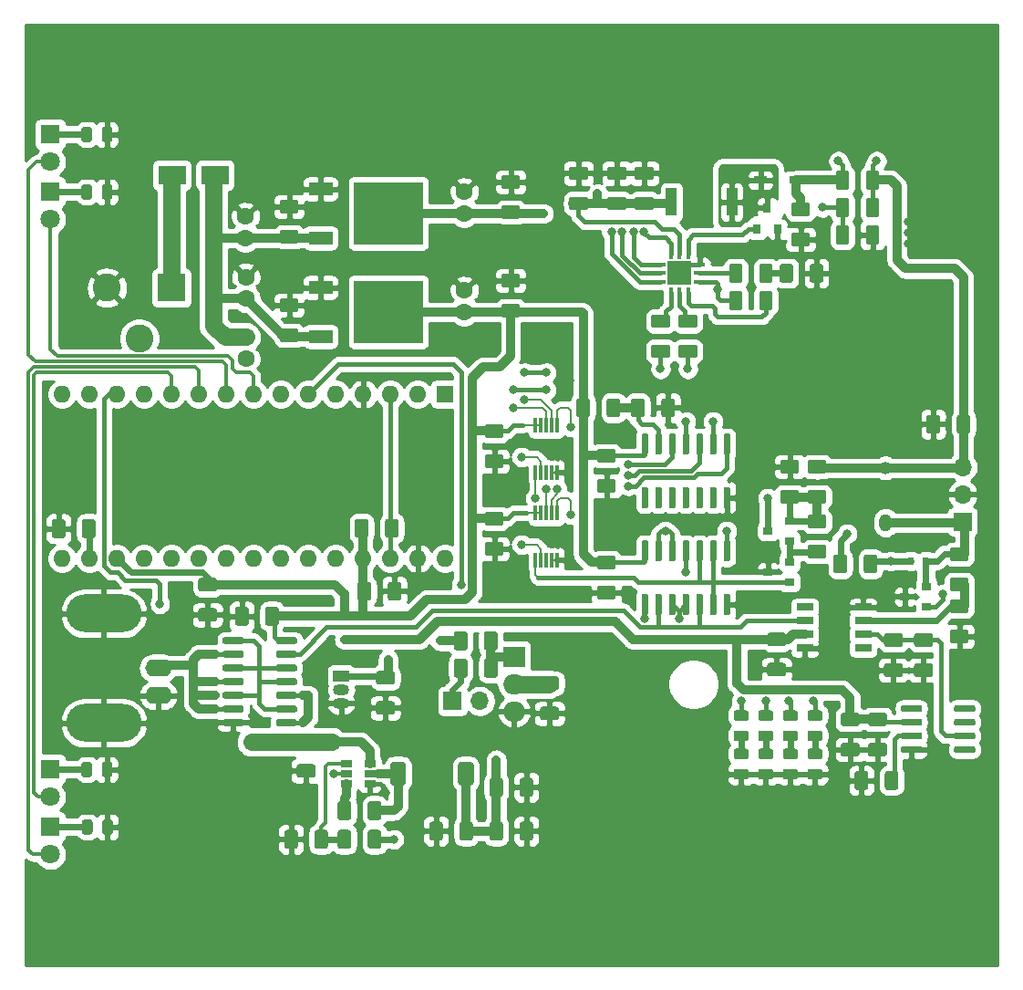
<source format=gbr>
G04 #@! TF.GenerationSoftware,KiCad,Pcbnew,(5.1.5)-3*
G04 #@! TF.CreationDate,2021-02-03T08:35:31+01:00*
G04 #@! TF.ProjectId,OpenSPAD,4f70656e-5350-4414-942e-6b696361645f,rev?*
G04 #@! TF.SameCoordinates,Original*
G04 #@! TF.FileFunction,Copper,L1,Top*
G04 #@! TF.FilePolarity,Positive*
%FSLAX46Y46*%
G04 Gerber Fmt 4.6, Leading zero omitted, Abs format (unit mm)*
G04 Created by KiCad (PCBNEW (5.1.5)-3) date 2021-02-03 08:35:31*
%MOMM*%
%LPD*%
G04 APERTURE LIST*
%ADD10C,0.100000*%
%ADD11C,1.800000*%
%ADD12R,1.800000X1.800000*%
%ADD13R,1.060000X0.650000*%
%ADD14R,0.300000X1.400000*%
%ADD15R,1.528000X0.650000*%
%ADD16R,2.250000X2.250000*%
%ADD17R,0.350000X1.000000*%
%ADD18R,1.000000X0.350000*%
%ADD19R,1.250000X0.750000*%
%ADD20O,2.000000X1.905000*%
%ADD21R,2.000000X1.905000*%
%ADD22C,1.600000*%
%ADD23O,1.700000X1.700000*%
%ADD24R,1.700000X1.700000*%
%ADD25R,1.500000X1.050000*%
%ADD26O,1.500000X1.050000*%
%ADD27R,2.500000X1.800000*%
%ADD28C,2.600000*%
%ADD29R,2.600000X2.600000*%
%ADD30O,2.500000X1.600000*%
%ADD31O,7.000000X3.500000*%
%ADD32O,1.600000X1.600000*%
%ADD33R,1.600000X1.600000*%
%ADD34R,6.400000X5.800000*%
%ADD35R,2.200000X1.200000*%
%ADD36R,0.800000X0.900000*%
%ADD37R,0.900000X0.800000*%
%ADD38R,1.000000X2.600000*%
%ADD39O,1.200000X1.200000*%
%ADD40O,1.200000X1.600000*%
%ADD41R,0.600000X0.700000*%
%ADD42C,0.800000*%
%ADD43C,1.200000*%
%ADD44C,0.406400*%
%ADD45C,0.203200*%
%ADD46C,0.812800*%
%ADD47C,0.609600*%
%ADD48C,1.625600*%
%ADD49C,0.304800*%
%ADD50C,0.254000*%
G04 APERTURE END LIST*
G04 #@! TA.AperFunction,SMDPad,CuDef*
D10*
G36*
X154373504Y-125768204D02*
G01*
X154397773Y-125771804D01*
X154421571Y-125777765D01*
X154444671Y-125786030D01*
X154466849Y-125796520D01*
X154487893Y-125809133D01*
X154507598Y-125823747D01*
X154525777Y-125840223D01*
X154542253Y-125858402D01*
X154556867Y-125878107D01*
X154569480Y-125899151D01*
X154579970Y-125921329D01*
X154588235Y-125944429D01*
X154594196Y-125968227D01*
X154597796Y-125992496D01*
X154599000Y-126017000D01*
X154599000Y-126767000D01*
X154597796Y-126791504D01*
X154594196Y-126815773D01*
X154588235Y-126839571D01*
X154579970Y-126862671D01*
X154569480Y-126884849D01*
X154556867Y-126905893D01*
X154542253Y-126925598D01*
X154525777Y-126943777D01*
X154507598Y-126960253D01*
X154487893Y-126974867D01*
X154466849Y-126987480D01*
X154444671Y-126997970D01*
X154421571Y-127006235D01*
X154397773Y-127012196D01*
X154373504Y-127015796D01*
X154349000Y-127017000D01*
X153099000Y-127017000D01*
X153074496Y-127015796D01*
X153050227Y-127012196D01*
X153026429Y-127006235D01*
X153003329Y-126997970D01*
X152981151Y-126987480D01*
X152960107Y-126974867D01*
X152940402Y-126960253D01*
X152922223Y-126943777D01*
X152905747Y-126925598D01*
X152891133Y-126905893D01*
X152878520Y-126884849D01*
X152868030Y-126862671D01*
X152859765Y-126839571D01*
X152853804Y-126815773D01*
X152850204Y-126791504D01*
X152849000Y-126767000D01*
X152849000Y-126017000D01*
X152850204Y-125992496D01*
X152853804Y-125968227D01*
X152859765Y-125944429D01*
X152868030Y-125921329D01*
X152878520Y-125899151D01*
X152891133Y-125878107D01*
X152905747Y-125858402D01*
X152922223Y-125840223D01*
X152940402Y-125823747D01*
X152960107Y-125809133D01*
X152981151Y-125796520D01*
X153003329Y-125786030D01*
X153026429Y-125777765D01*
X153050227Y-125771804D01*
X153074496Y-125768204D01*
X153099000Y-125767000D01*
X154349000Y-125767000D01*
X154373504Y-125768204D01*
G37*
G04 #@! TD.AperFunction*
G04 #@! TA.AperFunction,SMDPad,CuDef*
G36*
X154373504Y-128568204D02*
G01*
X154397773Y-128571804D01*
X154421571Y-128577765D01*
X154444671Y-128586030D01*
X154466849Y-128596520D01*
X154487893Y-128609133D01*
X154507598Y-128623747D01*
X154525777Y-128640223D01*
X154542253Y-128658402D01*
X154556867Y-128678107D01*
X154569480Y-128699151D01*
X154579970Y-128721329D01*
X154588235Y-128744429D01*
X154594196Y-128768227D01*
X154597796Y-128792496D01*
X154599000Y-128817000D01*
X154599000Y-129567000D01*
X154597796Y-129591504D01*
X154594196Y-129615773D01*
X154588235Y-129639571D01*
X154579970Y-129662671D01*
X154569480Y-129684849D01*
X154556867Y-129705893D01*
X154542253Y-129725598D01*
X154525777Y-129743777D01*
X154507598Y-129760253D01*
X154487893Y-129774867D01*
X154466849Y-129787480D01*
X154444671Y-129797970D01*
X154421571Y-129806235D01*
X154397773Y-129812196D01*
X154373504Y-129815796D01*
X154349000Y-129817000D01*
X153099000Y-129817000D01*
X153074496Y-129815796D01*
X153050227Y-129812196D01*
X153026429Y-129806235D01*
X153003329Y-129797970D01*
X152981151Y-129787480D01*
X152960107Y-129774867D01*
X152940402Y-129760253D01*
X152922223Y-129743777D01*
X152905747Y-129725598D01*
X152891133Y-129705893D01*
X152878520Y-129684849D01*
X152868030Y-129662671D01*
X152859765Y-129639571D01*
X152853804Y-129615773D01*
X152850204Y-129591504D01*
X152849000Y-129567000D01*
X152849000Y-128817000D01*
X152850204Y-128792496D01*
X152853804Y-128768227D01*
X152859765Y-128744429D01*
X152868030Y-128721329D01*
X152878520Y-128699151D01*
X152891133Y-128678107D01*
X152905747Y-128658402D01*
X152922223Y-128640223D01*
X152940402Y-128623747D01*
X152960107Y-128609133D01*
X152981151Y-128596520D01*
X153003329Y-128586030D01*
X153026429Y-128577765D01*
X153050227Y-128571804D01*
X153074496Y-128568204D01*
X153099000Y-128567000D01*
X154349000Y-128567000D01*
X154373504Y-128568204D01*
G37*
G04 #@! TD.AperFunction*
G04 #@! TA.AperFunction,SMDPad,CuDef*
G36*
X112892142Y-80103174D02*
G01*
X112915803Y-80106684D01*
X112939007Y-80112496D01*
X112961529Y-80120554D01*
X112983153Y-80130782D01*
X113003670Y-80143079D01*
X113022883Y-80157329D01*
X113040607Y-80173393D01*
X113056671Y-80191117D01*
X113070921Y-80210330D01*
X113083218Y-80230847D01*
X113093446Y-80252471D01*
X113101504Y-80274993D01*
X113107316Y-80298197D01*
X113110826Y-80321858D01*
X113112000Y-80345750D01*
X113112000Y-81258250D01*
X113110826Y-81282142D01*
X113107316Y-81305803D01*
X113101504Y-81329007D01*
X113093446Y-81351529D01*
X113083218Y-81373153D01*
X113070921Y-81393670D01*
X113056671Y-81412883D01*
X113040607Y-81430607D01*
X113022883Y-81446671D01*
X113003670Y-81460921D01*
X112983153Y-81473218D01*
X112961529Y-81483446D01*
X112939007Y-81491504D01*
X112915803Y-81497316D01*
X112892142Y-81500826D01*
X112868250Y-81502000D01*
X112380750Y-81502000D01*
X112356858Y-81500826D01*
X112333197Y-81497316D01*
X112309993Y-81491504D01*
X112287471Y-81483446D01*
X112265847Y-81473218D01*
X112245330Y-81460921D01*
X112226117Y-81446671D01*
X112208393Y-81430607D01*
X112192329Y-81412883D01*
X112178079Y-81393670D01*
X112165782Y-81373153D01*
X112155554Y-81351529D01*
X112147496Y-81329007D01*
X112141684Y-81305803D01*
X112138174Y-81282142D01*
X112137000Y-81258250D01*
X112137000Y-80345750D01*
X112138174Y-80321858D01*
X112141684Y-80298197D01*
X112147496Y-80274993D01*
X112155554Y-80252471D01*
X112165782Y-80230847D01*
X112178079Y-80210330D01*
X112192329Y-80191117D01*
X112208393Y-80173393D01*
X112226117Y-80157329D01*
X112245330Y-80143079D01*
X112265847Y-80130782D01*
X112287471Y-80120554D01*
X112309993Y-80112496D01*
X112333197Y-80106684D01*
X112356858Y-80103174D01*
X112380750Y-80102000D01*
X112868250Y-80102000D01*
X112892142Y-80103174D01*
G37*
G04 #@! TD.AperFunction*
G04 #@! TA.AperFunction,SMDPad,CuDef*
G36*
X111017142Y-80103174D02*
G01*
X111040803Y-80106684D01*
X111064007Y-80112496D01*
X111086529Y-80120554D01*
X111108153Y-80130782D01*
X111128670Y-80143079D01*
X111147883Y-80157329D01*
X111165607Y-80173393D01*
X111181671Y-80191117D01*
X111195921Y-80210330D01*
X111208218Y-80230847D01*
X111218446Y-80252471D01*
X111226504Y-80274993D01*
X111232316Y-80298197D01*
X111235826Y-80321858D01*
X111237000Y-80345750D01*
X111237000Y-81258250D01*
X111235826Y-81282142D01*
X111232316Y-81305803D01*
X111226504Y-81329007D01*
X111218446Y-81351529D01*
X111208218Y-81373153D01*
X111195921Y-81393670D01*
X111181671Y-81412883D01*
X111165607Y-81430607D01*
X111147883Y-81446671D01*
X111128670Y-81460921D01*
X111108153Y-81473218D01*
X111086529Y-81483446D01*
X111064007Y-81491504D01*
X111040803Y-81497316D01*
X111017142Y-81500826D01*
X110993250Y-81502000D01*
X110505750Y-81502000D01*
X110481858Y-81500826D01*
X110458197Y-81497316D01*
X110434993Y-81491504D01*
X110412471Y-81483446D01*
X110390847Y-81473218D01*
X110370330Y-81460921D01*
X110351117Y-81446671D01*
X110333393Y-81430607D01*
X110317329Y-81412883D01*
X110303079Y-81393670D01*
X110290782Y-81373153D01*
X110280554Y-81351529D01*
X110272496Y-81329007D01*
X110266684Y-81305803D01*
X110263174Y-81282142D01*
X110262000Y-81258250D01*
X110262000Y-80345750D01*
X110263174Y-80321858D01*
X110266684Y-80298197D01*
X110272496Y-80274993D01*
X110280554Y-80252471D01*
X110290782Y-80230847D01*
X110303079Y-80210330D01*
X110317329Y-80191117D01*
X110333393Y-80173393D01*
X110351117Y-80157329D01*
X110370330Y-80143079D01*
X110390847Y-80130782D01*
X110412471Y-80120554D01*
X110434993Y-80112496D01*
X110458197Y-80106684D01*
X110481858Y-80103174D01*
X110505750Y-80102000D01*
X110993250Y-80102000D01*
X111017142Y-80103174D01*
G37*
G04 #@! TD.AperFunction*
G04 #@! TA.AperFunction,SMDPad,CuDef*
G36*
X112892142Y-74769174D02*
G01*
X112915803Y-74772684D01*
X112939007Y-74778496D01*
X112961529Y-74786554D01*
X112983153Y-74796782D01*
X113003670Y-74809079D01*
X113022883Y-74823329D01*
X113040607Y-74839393D01*
X113056671Y-74857117D01*
X113070921Y-74876330D01*
X113083218Y-74896847D01*
X113093446Y-74918471D01*
X113101504Y-74940993D01*
X113107316Y-74964197D01*
X113110826Y-74987858D01*
X113112000Y-75011750D01*
X113112000Y-75924250D01*
X113110826Y-75948142D01*
X113107316Y-75971803D01*
X113101504Y-75995007D01*
X113093446Y-76017529D01*
X113083218Y-76039153D01*
X113070921Y-76059670D01*
X113056671Y-76078883D01*
X113040607Y-76096607D01*
X113022883Y-76112671D01*
X113003670Y-76126921D01*
X112983153Y-76139218D01*
X112961529Y-76149446D01*
X112939007Y-76157504D01*
X112915803Y-76163316D01*
X112892142Y-76166826D01*
X112868250Y-76168000D01*
X112380750Y-76168000D01*
X112356858Y-76166826D01*
X112333197Y-76163316D01*
X112309993Y-76157504D01*
X112287471Y-76149446D01*
X112265847Y-76139218D01*
X112245330Y-76126921D01*
X112226117Y-76112671D01*
X112208393Y-76096607D01*
X112192329Y-76078883D01*
X112178079Y-76059670D01*
X112165782Y-76039153D01*
X112155554Y-76017529D01*
X112147496Y-75995007D01*
X112141684Y-75971803D01*
X112138174Y-75948142D01*
X112137000Y-75924250D01*
X112137000Y-75011750D01*
X112138174Y-74987858D01*
X112141684Y-74964197D01*
X112147496Y-74940993D01*
X112155554Y-74918471D01*
X112165782Y-74896847D01*
X112178079Y-74876330D01*
X112192329Y-74857117D01*
X112208393Y-74839393D01*
X112226117Y-74823329D01*
X112245330Y-74809079D01*
X112265847Y-74796782D01*
X112287471Y-74786554D01*
X112309993Y-74778496D01*
X112333197Y-74772684D01*
X112356858Y-74769174D01*
X112380750Y-74768000D01*
X112868250Y-74768000D01*
X112892142Y-74769174D01*
G37*
G04 #@! TD.AperFunction*
G04 #@! TA.AperFunction,SMDPad,CuDef*
G36*
X111017142Y-74769174D02*
G01*
X111040803Y-74772684D01*
X111064007Y-74778496D01*
X111086529Y-74786554D01*
X111108153Y-74796782D01*
X111128670Y-74809079D01*
X111147883Y-74823329D01*
X111165607Y-74839393D01*
X111181671Y-74857117D01*
X111195921Y-74876330D01*
X111208218Y-74896847D01*
X111218446Y-74918471D01*
X111226504Y-74940993D01*
X111232316Y-74964197D01*
X111235826Y-74987858D01*
X111237000Y-75011750D01*
X111237000Y-75924250D01*
X111235826Y-75948142D01*
X111232316Y-75971803D01*
X111226504Y-75995007D01*
X111218446Y-76017529D01*
X111208218Y-76039153D01*
X111195921Y-76059670D01*
X111181671Y-76078883D01*
X111165607Y-76096607D01*
X111147883Y-76112671D01*
X111128670Y-76126921D01*
X111108153Y-76139218D01*
X111086529Y-76149446D01*
X111064007Y-76157504D01*
X111040803Y-76163316D01*
X111017142Y-76166826D01*
X110993250Y-76168000D01*
X110505750Y-76168000D01*
X110481858Y-76166826D01*
X110458197Y-76163316D01*
X110434993Y-76157504D01*
X110412471Y-76149446D01*
X110390847Y-76139218D01*
X110370330Y-76126921D01*
X110351117Y-76112671D01*
X110333393Y-76096607D01*
X110317329Y-76078883D01*
X110303079Y-76059670D01*
X110290782Y-76039153D01*
X110280554Y-76017529D01*
X110272496Y-75995007D01*
X110266684Y-75971803D01*
X110263174Y-75948142D01*
X110262000Y-75924250D01*
X110262000Y-75011750D01*
X110263174Y-74987858D01*
X110266684Y-74964197D01*
X110272496Y-74940993D01*
X110280554Y-74918471D01*
X110290782Y-74896847D01*
X110303079Y-74876330D01*
X110317329Y-74857117D01*
X110333393Y-74839393D01*
X110351117Y-74823329D01*
X110370330Y-74809079D01*
X110390847Y-74796782D01*
X110412471Y-74786554D01*
X110434993Y-74778496D01*
X110458197Y-74772684D01*
X110481858Y-74769174D01*
X110505750Y-74768000D01*
X110993250Y-74768000D01*
X111017142Y-74769174D01*
G37*
G04 #@! TD.AperFunction*
G04 #@! TA.AperFunction,SMDPad,CuDef*
G36*
X112940642Y-139031174D02*
G01*
X112964303Y-139034684D01*
X112987507Y-139040496D01*
X113010029Y-139048554D01*
X113031653Y-139058782D01*
X113052170Y-139071079D01*
X113071383Y-139085329D01*
X113089107Y-139101393D01*
X113105171Y-139119117D01*
X113119421Y-139138330D01*
X113131718Y-139158847D01*
X113141946Y-139180471D01*
X113150004Y-139202993D01*
X113155816Y-139226197D01*
X113159326Y-139249858D01*
X113160500Y-139273750D01*
X113160500Y-140186250D01*
X113159326Y-140210142D01*
X113155816Y-140233803D01*
X113150004Y-140257007D01*
X113141946Y-140279529D01*
X113131718Y-140301153D01*
X113119421Y-140321670D01*
X113105171Y-140340883D01*
X113089107Y-140358607D01*
X113071383Y-140374671D01*
X113052170Y-140388921D01*
X113031653Y-140401218D01*
X113010029Y-140411446D01*
X112987507Y-140419504D01*
X112964303Y-140425316D01*
X112940642Y-140428826D01*
X112916750Y-140430000D01*
X112429250Y-140430000D01*
X112405358Y-140428826D01*
X112381697Y-140425316D01*
X112358493Y-140419504D01*
X112335971Y-140411446D01*
X112314347Y-140401218D01*
X112293830Y-140388921D01*
X112274617Y-140374671D01*
X112256893Y-140358607D01*
X112240829Y-140340883D01*
X112226579Y-140321670D01*
X112214282Y-140301153D01*
X112204054Y-140279529D01*
X112195996Y-140257007D01*
X112190184Y-140233803D01*
X112186674Y-140210142D01*
X112185500Y-140186250D01*
X112185500Y-139273750D01*
X112186674Y-139249858D01*
X112190184Y-139226197D01*
X112195996Y-139202993D01*
X112204054Y-139180471D01*
X112214282Y-139158847D01*
X112226579Y-139138330D01*
X112240829Y-139119117D01*
X112256893Y-139101393D01*
X112274617Y-139085329D01*
X112293830Y-139071079D01*
X112314347Y-139058782D01*
X112335971Y-139048554D01*
X112358493Y-139040496D01*
X112381697Y-139034684D01*
X112405358Y-139031174D01*
X112429250Y-139030000D01*
X112916750Y-139030000D01*
X112940642Y-139031174D01*
G37*
G04 #@! TD.AperFunction*
G04 #@! TA.AperFunction,SMDPad,CuDef*
G36*
X111065642Y-139031174D02*
G01*
X111089303Y-139034684D01*
X111112507Y-139040496D01*
X111135029Y-139048554D01*
X111156653Y-139058782D01*
X111177170Y-139071079D01*
X111196383Y-139085329D01*
X111214107Y-139101393D01*
X111230171Y-139119117D01*
X111244421Y-139138330D01*
X111256718Y-139158847D01*
X111266946Y-139180471D01*
X111275004Y-139202993D01*
X111280816Y-139226197D01*
X111284326Y-139249858D01*
X111285500Y-139273750D01*
X111285500Y-140186250D01*
X111284326Y-140210142D01*
X111280816Y-140233803D01*
X111275004Y-140257007D01*
X111266946Y-140279529D01*
X111256718Y-140301153D01*
X111244421Y-140321670D01*
X111230171Y-140340883D01*
X111214107Y-140358607D01*
X111196383Y-140374671D01*
X111177170Y-140388921D01*
X111156653Y-140401218D01*
X111135029Y-140411446D01*
X111112507Y-140419504D01*
X111089303Y-140425316D01*
X111065642Y-140428826D01*
X111041750Y-140430000D01*
X110554250Y-140430000D01*
X110530358Y-140428826D01*
X110506697Y-140425316D01*
X110483493Y-140419504D01*
X110460971Y-140411446D01*
X110439347Y-140401218D01*
X110418830Y-140388921D01*
X110399617Y-140374671D01*
X110381893Y-140358607D01*
X110365829Y-140340883D01*
X110351579Y-140321670D01*
X110339282Y-140301153D01*
X110329054Y-140279529D01*
X110320996Y-140257007D01*
X110315184Y-140233803D01*
X110311674Y-140210142D01*
X110310500Y-140186250D01*
X110310500Y-139273750D01*
X110311674Y-139249858D01*
X110315184Y-139226197D01*
X110320996Y-139202993D01*
X110329054Y-139180471D01*
X110339282Y-139158847D01*
X110351579Y-139138330D01*
X110365829Y-139119117D01*
X110381893Y-139101393D01*
X110399617Y-139085329D01*
X110418830Y-139071079D01*
X110439347Y-139058782D01*
X110460971Y-139048554D01*
X110483493Y-139040496D01*
X110506697Y-139034684D01*
X110530358Y-139031174D01*
X110554250Y-139030000D01*
X111041750Y-139030000D01*
X111065642Y-139031174D01*
G37*
G04 #@! TD.AperFunction*
G04 #@! TA.AperFunction,SMDPad,CuDef*
G36*
X112892142Y-133697174D02*
G01*
X112915803Y-133700684D01*
X112939007Y-133706496D01*
X112961529Y-133714554D01*
X112983153Y-133724782D01*
X113003670Y-133737079D01*
X113022883Y-133751329D01*
X113040607Y-133767393D01*
X113056671Y-133785117D01*
X113070921Y-133804330D01*
X113083218Y-133824847D01*
X113093446Y-133846471D01*
X113101504Y-133868993D01*
X113107316Y-133892197D01*
X113110826Y-133915858D01*
X113112000Y-133939750D01*
X113112000Y-134852250D01*
X113110826Y-134876142D01*
X113107316Y-134899803D01*
X113101504Y-134923007D01*
X113093446Y-134945529D01*
X113083218Y-134967153D01*
X113070921Y-134987670D01*
X113056671Y-135006883D01*
X113040607Y-135024607D01*
X113022883Y-135040671D01*
X113003670Y-135054921D01*
X112983153Y-135067218D01*
X112961529Y-135077446D01*
X112939007Y-135085504D01*
X112915803Y-135091316D01*
X112892142Y-135094826D01*
X112868250Y-135096000D01*
X112380750Y-135096000D01*
X112356858Y-135094826D01*
X112333197Y-135091316D01*
X112309993Y-135085504D01*
X112287471Y-135077446D01*
X112265847Y-135067218D01*
X112245330Y-135054921D01*
X112226117Y-135040671D01*
X112208393Y-135024607D01*
X112192329Y-135006883D01*
X112178079Y-134987670D01*
X112165782Y-134967153D01*
X112155554Y-134945529D01*
X112147496Y-134923007D01*
X112141684Y-134899803D01*
X112138174Y-134876142D01*
X112137000Y-134852250D01*
X112137000Y-133939750D01*
X112138174Y-133915858D01*
X112141684Y-133892197D01*
X112147496Y-133868993D01*
X112155554Y-133846471D01*
X112165782Y-133824847D01*
X112178079Y-133804330D01*
X112192329Y-133785117D01*
X112208393Y-133767393D01*
X112226117Y-133751329D01*
X112245330Y-133737079D01*
X112265847Y-133724782D01*
X112287471Y-133714554D01*
X112309993Y-133706496D01*
X112333197Y-133700684D01*
X112356858Y-133697174D01*
X112380750Y-133696000D01*
X112868250Y-133696000D01*
X112892142Y-133697174D01*
G37*
G04 #@! TD.AperFunction*
G04 #@! TA.AperFunction,SMDPad,CuDef*
G36*
X111017142Y-133697174D02*
G01*
X111040803Y-133700684D01*
X111064007Y-133706496D01*
X111086529Y-133714554D01*
X111108153Y-133724782D01*
X111128670Y-133737079D01*
X111147883Y-133751329D01*
X111165607Y-133767393D01*
X111181671Y-133785117D01*
X111195921Y-133804330D01*
X111208218Y-133824847D01*
X111218446Y-133846471D01*
X111226504Y-133868993D01*
X111232316Y-133892197D01*
X111235826Y-133915858D01*
X111237000Y-133939750D01*
X111237000Y-134852250D01*
X111235826Y-134876142D01*
X111232316Y-134899803D01*
X111226504Y-134923007D01*
X111218446Y-134945529D01*
X111208218Y-134967153D01*
X111195921Y-134987670D01*
X111181671Y-135006883D01*
X111165607Y-135024607D01*
X111147883Y-135040671D01*
X111128670Y-135054921D01*
X111108153Y-135067218D01*
X111086529Y-135077446D01*
X111064007Y-135085504D01*
X111040803Y-135091316D01*
X111017142Y-135094826D01*
X110993250Y-135096000D01*
X110505750Y-135096000D01*
X110481858Y-135094826D01*
X110458197Y-135091316D01*
X110434993Y-135085504D01*
X110412471Y-135077446D01*
X110390847Y-135067218D01*
X110370330Y-135054921D01*
X110351117Y-135040671D01*
X110333393Y-135024607D01*
X110317329Y-135006883D01*
X110303079Y-134987670D01*
X110290782Y-134967153D01*
X110280554Y-134945529D01*
X110272496Y-134923007D01*
X110266684Y-134899803D01*
X110263174Y-134876142D01*
X110262000Y-134852250D01*
X110262000Y-133939750D01*
X110263174Y-133915858D01*
X110266684Y-133892197D01*
X110272496Y-133868993D01*
X110280554Y-133846471D01*
X110290782Y-133824847D01*
X110303079Y-133804330D01*
X110317329Y-133785117D01*
X110333393Y-133767393D01*
X110351117Y-133751329D01*
X110370330Y-133737079D01*
X110390847Y-133724782D01*
X110412471Y-133714554D01*
X110434993Y-133706496D01*
X110458197Y-133700684D01*
X110481858Y-133697174D01*
X110505750Y-133696000D01*
X110993250Y-133696000D01*
X111017142Y-133697174D01*
G37*
G04 #@! TD.AperFunction*
D11*
X107369000Y-83342000D03*
D12*
X107369000Y-80802000D03*
D11*
X107369000Y-78008000D03*
D12*
X107369000Y-75468000D03*
D11*
X107369000Y-142270000D03*
D12*
X107369000Y-139730000D03*
D11*
X107369000Y-136936000D03*
D12*
X107369000Y-134396000D03*
G04 #@! TA.AperFunction,SMDPad,CuDef*
D10*
G36*
X131767504Y-133902204D02*
G01*
X131791773Y-133905804D01*
X131815571Y-133911765D01*
X131838671Y-133920030D01*
X131860849Y-133930520D01*
X131881893Y-133943133D01*
X131901598Y-133957747D01*
X131919777Y-133974223D01*
X131936253Y-133992402D01*
X131950867Y-134012107D01*
X131963480Y-134033151D01*
X131973970Y-134055329D01*
X131982235Y-134078429D01*
X131988196Y-134102227D01*
X131991796Y-134126496D01*
X131993000Y-134151000D01*
X131993000Y-134901000D01*
X131991796Y-134925504D01*
X131988196Y-134949773D01*
X131982235Y-134973571D01*
X131973970Y-134996671D01*
X131963480Y-135018849D01*
X131950867Y-135039893D01*
X131936253Y-135059598D01*
X131919777Y-135077777D01*
X131901598Y-135094253D01*
X131881893Y-135108867D01*
X131860849Y-135121480D01*
X131838671Y-135131970D01*
X131815571Y-135140235D01*
X131791773Y-135146196D01*
X131767504Y-135149796D01*
X131743000Y-135151000D01*
X130493000Y-135151000D01*
X130468496Y-135149796D01*
X130444227Y-135146196D01*
X130420429Y-135140235D01*
X130397329Y-135131970D01*
X130375151Y-135121480D01*
X130354107Y-135108867D01*
X130334402Y-135094253D01*
X130316223Y-135077777D01*
X130299747Y-135059598D01*
X130285133Y-135039893D01*
X130272520Y-135018849D01*
X130262030Y-134996671D01*
X130253765Y-134973571D01*
X130247804Y-134949773D01*
X130244204Y-134925504D01*
X130243000Y-134901000D01*
X130243000Y-134151000D01*
X130244204Y-134126496D01*
X130247804Y-134102227D01*
X130253765Y-134078429D01*
X130262030Y-134055329D01*
X130272520Y-134033151D01*
X130285133Y-134012107D01*
X130299747Y-133992402D01*
X130316223Y-133974223D01*
X130334402Y-133957747D01*
X130354107Y-133943133D01*
X130375151Y-133930520D01*
X130397329Y-133920030D01*
X130420429Y-133911765D01*
X130444227Y-133905804D01*
X130468496Y-133902204D01*
X130493000Y-133901000D01*
X131743000Y-133901000D01*
X131767504Y-133902204D01*
G37*
G04 #@! TD.AperFunction*
G04 #@! TA.AperFunction,SMDPad,CuDef*
G36*
X131767504Y-131102204D02*
G01*
X131791773Y-131105804D01*
X131815571Y-131111765D01*
X131838671Y-131120030D01*
X131860849Y-131130520D01*
X131881893Y-131143133D01*
X131901598Y-131157747D01*
X131919777Y-131174223D01*
X131936253Y-131192402D01*
X131950867Y-131212107D01*
X131963480Y-131233151D01*
X131973970Y-131255329D01*
X131982235Y-131278429D01*
X131988196Y-131302227D01*
X131991796Y-131326496D01*
X131993000Y-131351000D01*
X131993000Y-132101000D01*
X131991796Y-132125504D01*
X131988196Y-132149773D01*
X131982235Y-132173571D01*
X131973970Y-132196671D01*
X131963480Y-132218849D01*
X131950867Y-132239893D01*
X131936253Y-132259598D01*
X131919777Y-132277777D01*
X131901598Y-132294253D01*
X131881893Y-132308867D01*
X131860849Y-132321480D01*
X131838671Y-132331970D01*
X131815571Y-132340235D01*
X131791773Y-132346196D01*
X131767504Y-132349796D01*
X131743000Y-132351000D01*
X130493000Y-132351000D01*
X130468496Y-132349796D01*
X130444227Y-132346196D01*
X130420429Y-132340235D01*
X130397329Y-132331970D01*
X130375151Y-132321480D01*
X130354107Y-132308867D01*
X130334402Y-132294253D01*
X130316223Y-132277777D01*
X130299747Y-132259598D01*
X130285133Y-132239893D01*
X130272520Y-132218849D01*
X130262030Y-132196671D01*
X130253765Y-132173571D01*
X130247804Y-132149773D01*
X130244204Y-132125504D01*
X130243000Y-132101000D01*
X130243000Y-131351000D01*
X130244204Y-131326496D01*
X130247804Y-131302227D01*
X130253765Y-131278429D01*
X130262030Y-131255329D01*
X130272520Y-131233151D01*
X130285133Y-131212107D01*
X130299747Y-131192402D01*
X130316223Y-131174223D01*
X130334402Y-131157747D01*
X130354107Y-131143133D01*
X130375151Y-131130520D01*
X130397329Y-131120030D01*
X130420429Y-131111765D01*
X130444227Y-131105804D01*
X130468496Y-131102204D01*
X130493000Y-131101000D01*
X131743000Y-131101000D01*
X131767504Y-131102204D01*
G37*
G04 #@! TD.AperFunction*
D13*
X134844000Y-134777000D03*
X134844000Y-135727000D03*
X134844000Y-133827000D03*
X137044000Y-133827000D03*
X137044000Y-134777000D03*
X137044000Y-135727000D03*
G04 #@! TA.AperFunction,SMDPad,CuDef*
D10*
G36*
X132917504Y-139999204D02*
G01*
X132941773Y-140002804D01*
X132965571Y-140008765D01*
X132988671Y-140017030D01*
X133010849Y-140027520D01*
X133031893Y-140040133D01*
X133051598Y-140054747D01*
X133069777Y-140071223D01*
X133086253Y-140089402D01*
X133100867Y-140109107D01*
X133113480Y-140130151D01*
X133123970Y-140152329D01*
X133132235Y-140175429D01*
X133138196Y-140199227D01*
X133141796Y-140223496D01*
X133143000Y-140248000D01*
X133143000Y-141498000D01*
X133141796Y-141522504D01*
X133138196Y-141546773D01*
X133132235Y-141570571D01*
X133123970Y-141593671D01*
X133113480Y-141615849D01*
X133100867Y-141636893D01*
X133086253Y-141656598D01*
X133069777Y-141674777D01*
X133051598Y-141691253D01*
X133031893Y-141705867D01*
X133010849Y-141718480D01*
X132988671Y-141728970D01*
X132965571Y-141737235D01*
X132941773Y-141743196D01*
X132917504Y-141746796D01*
X132893000Y-141748000D01*
X132143000Y-141748000D01*
X132118496Y-141746796D01*
X132094227Y-141743196D01*
X132070429Y-141737235D01*
X132047329Y-141728970D01*
X132025151Y-141718480D01*
X132004107Y-141705867D01*
X131984402Y-141691253D01*
X131966223Y-141674777D01*
X131949747Y-141656598D01*
X131935133Y-141636893D01*
X131922520Y-141615849D01*
X131912030Y-141593671D01*
X131903765Y-141570571D01*
X131897804Y-141546773D01*
X131894204Y-141522504D01*
X131893000Y-141498000D01*
X131893000Y-140248000D01*
X131894204Y-140223496D01*
X131897804Y-140199227D01*
X131903765Y-140175429D01*
X131912030Y-140152329D01*
X131922520Y-140130151D01*
X131935133Y-140109107D01*
X131949747Y-140089402D01*
X131966223Y-140071223D01*
X131984402Y-140054747D01*
X132004107Y-140040133D01*
X132025151Y-140027520D01*
X132047329Y-140017030D01*
X132070429Y-140008765D01*
X132094227Y-140002804D01*
X132118496Y-139999204D01*
X132143000Y-139998000D01*
X132893000Y-139998000D01*
X132917504Y-139999204D01*
G37*
G04 #@! TD.AperFunction*
G04 #@! TA.AperFunction,SMDPad,CuDef*
G36*
X130117504Y-139999204D02*
G01*
X130141773Y-140002804D01*
X130165571Y-140008765D01*
X130188671Y-140017030D01*
X130210849Y-140027520D01*
X130231893Y-140040133D01*
X130251598Y-140054747D01*
X130269777Y-140071223D01*
X130286253Y-140089402D01*
X130300867Y-140109107D01*
X130313480Y-140130151D01*
X130323970Y-140152329D01*
X130332235Y-140175429D01*
X130338196Y-140199227D01*
X130341796Y-140223496D01*
X130343000Y-140248000D01*
X130343000Y-141498000D01*
X130341796Y-141522504D01*
X130338196Y-141546773D01*
X130332235Y-141570571D01*
X130323970Y-141593671D01*
X130313480Y-141615849D01*
X130300867Y-141636893D01*
X130286253Y-141656598D01*
X130269777Y-141674777D01*
X130251598Y-141691253D01*
X130231893Y-141705867D01*
X130210849Y-141718480D01*
X130188671Y-141728970D01*
X130165571Y-141737235D01*
X130141773Y-141743196D01*
X130117504Y-141746796D01*
X130093000Y-141748000D01*
X129343000Y-141748000D01*
X129318496Y-141746796D01*
X129294227Y-141743196D01*
X129270429Y-141737235D01*
X129247329Y-141728970D01*
X129225151Y-141718480D01*
X129204107Y-141705867D01*
X129184402Y-141691253D01*
X129166223Y-141674777D01*
X129149747Y-141656598D01*
X129135133Y-141636893D01*
X129122520Y-141615849D01*
X129112030Y-141593671D01*
X129103765Y-141570571D01*
X129097804Y-141546773D01*
X129094204Y-141522504D01*
X129093000Y-141498000D01*
X129093000Y-140248000D01*
X129094204Y-140223496D01*
X129097804Y-140199227D01*
X129103765Y-140175429D01*
X129112030Y-140152329D01*
X129122520Y-140130151D01*
X129135133Y-140109107D01*
X129149747Y-140089402D01*
X129166223Y-140071223D01*
X129184402Y-140054747D01*
X129204107Y-140040133D01*
X129225151Y-140027520D01*
X129247329Y-140017030D01*
X129270429Y-140008765D01*
X129294227Y-140002804D01*
X129318496Y-139999204D01*
X129343000Y-139998000D01*
X130093000Y-139998000D01*
X130117504Y-139999204D01*
G37*
G04 #@! TD.AperFunction*
G04 #@! TA.AperFunction,SMDPad,CuDef*
G36*
X135070504Y-139999204D02*
G01*
X135094773Y-140002804D01*
X135118571Y-140008765D01*
X135141671Y-140017030D01*
X135163849Y-140027520D01*
X135184893Y-140040133D01*
X135204598Y-140054747D01*
X135222777Y-140071223D01*
X135239253Y-140089402D01*
X135253867Y-140109107D01*
X135266480Y-140130151D01*
X135276970Y-140152329D01*
X135285235Y-140175429D01*
X135291196Y-140199227D01*
X135294796Y-140223496D01*
X135296000Y-140248000D01*
X135296000Y-141498000D01*
X135294796Y-141522504D01*
X135291196Y-141546773D01*
X135285235Y-141570571D01*
X135276970Y-141593671D01*
X135266480Y-141615849D01*
X135253867Y-141636893D01*
X135239253Y-141656598D01*
X135222777Y-141674777D01*
X135204598Y-141691253D01*
X135184893Y-141705867D01*
X135163849Y-141718480D01*
X135141671Y-141728970D01*
X135118571Y-141737235D01*
X135094773Y-141743196D01*
X135070504Y-141746796D01*
X135046000Y-141748000D01*
X134296000Y-141748000D01*
X134271496Y-141746796D01*
X134247227Y-141743196D01*
X134223429Y-141737235D01*
X134200329Y-141728970D01*
X134178151Y-141718480D01*
X134157107Y-141705867D01*
X134137402Y-141691253D01*
X134119223Y-141674777D01*
X134102747Y-141656598D01*
X134088133Y-141636893D01*
X134075520Y-141615849D01*
X134065030Y-141593671D01*
X134056765Y-141570571D01*
X134050804Y-141546773D01*
X134047204Y-141522504D01*
X134046000Y-141498000D01*
X134046000Y-140248000D01*
X134047204Y-140223496D01*
X134050804Y-140199227D01*
X134056765Y-140175429D01*
X134065030Y-140152329D01*
X134075520Y-140130151D01*
X134088133Y-140109107D01*
X134102747Y-140089402D01*
X134119223Y-140071223D01*
X134137402Y-140054747D01*
X134157107Y-140040133D01*
X134178151Y-140027520D01*
X134200329Y-140017030D01*
X134223429Y-140008765D01*
X134247227Y-140002804D01*
X134271496Y-139999204D01*
X134296000Y-139998000D01*
X135046000Y-139998000D01*
X135070504Y-139999204D01*
G37*
G04 #@! TD.AperFunction*
G04 #@! TA.AperFunction,SMDPad,CuDef*
G36*
X137870504Y-139999204D02*
G01*
X137894773Y-140002804D01*
X137918571Y-140008765D01*
X137941671Y-140017030D01*
X137963849Y-140027520D01*
X137984893Y-140040133D01*
X138004598Y-140054747D01*
X138022777Y-140071223D01*
X138039253Y-140089402D01*
X138053867Y-140109107D01*
X138066480Y-140130151D01*
X138076970Y-140152329D01*
X138085235Y-140175429D01*
X138091196Y-140199227D01*
X138094796Y-140223496D01*
X138096000Y-140248000D01*
X138096000Y-141498000D01*
X138094796Y-141522504D01*
X138091196Y-141546773D01*
X138085235Y-141570571D01*
X138076970Y-141593671D01*
X138066480Y-141615849D01*
X138053867Y-141636893D01*
X138039253Y-141656598D01*
X138022777Y-141674777D01*
X138004598Y-141691253D01*
X137984893Y-141705867D01*
X137963849Y-141718480D01*
X137941671Y-141728970D01*
X137918571Y-141737235D01*
X137894773Y-141743196D01*
X137870504Y-141746796D01*
X137846000Y-141748000D01*
X137096000Y-141748000D01*
X137071496Y-141746796D01*
X137047227Y-141743196D01*
X137023429Y-141737235D01*
X137000329Y-141728970D01*
X136978151Y-141718480D01*
X136957107Y-141705867D01*
X136937402Y-141691253D01*
X136919223Y-141674777D01*
X136902747Y-141656598D01*
X136888133Y-141636893D01*
X136875520Y-141615849D01*
X136865030Y-141593671D01*
X136856765Y-141570571D01*
X136850804Y-141546773D01*
X136847204Y-141522504D01*
X136846000Y-141498000D01*
X136846000Y-140248000D01*
X136847204Y-140223496D01*
X136850804Y-140199227D01*
X136856765Y-140175429D01*
X136865030Y-140152329D01*
X136875520Y-140130151D01*
X136888133Y-140109107D01*
X136902747Y-140089402D01*
X136919223Y-140071223D01*
X136937402Y-140054747D01*
X136957107Y-140040133D01*
X136978151Y-140027520D01*
X137000329Y-140017030D01*
X137023429Y-140008765D01*
X137047227Y-140002804D01*
X137071496Y-139999204D01*
X137096000Y-139998000D01*
X137846000Y-139998000D01*
X137870504Y-139999204D01*
G37*
G04 #@! TD.AperFunction*
G04 #@! TA.AperFunction,SMDPad,CuDef*
G36*
X146363756Y-133678806D02*
G01*
X146400159Y-133684206D01*
X146435857Y-133693147D01*
X146470506Y-133705545D01*
X146503774Y-133721280D01*
X146535339Y-133740199D01*
X146564897Y-133762121D01*
X146592165Y-133786835D01*
X146616879Y-133814103D01*
X146638801Y-133843661D01*
X146657720Y-133875226D01*
X146673455Y-133908494D01*
X146685853Y-133943143D01*
X146694794Y-133978841D01*
X146700194Y-134015244D01*
X146702000Y-134052000D01*
X146702000Y-135502000D01*
X146700194Y-135538756D01*
X146694794Y-135575159D01*
X146685853Y-135610857D01*
X146673455Y-135645506D01*
X146657720Y-135678774D01*
X146638801Y-135710339D01*
X146616879Y-135739897D01*
X146592165Y-135767165D01*
X146564897Y-135791879D01*
X146535339Y-135813801D01*
X146503774Y-135832720D01*
X146470506Y-135848455D01*
X146435857Y-135860853D01*
X146400159Y-135869794D01*
X146363756Y-135875194D01*
X146327000Y-135877000D01*
X145577000Y-135877000D01*
X145540244Y-135875194D01*
X145503841Y-135869794D01*
X145468143Y-135860853D01*
X145433494Y-135848455D01*
X145400226Y-135832720D01*
X145368661Y-135813801D01*
X145339103Y-135791879D01*
X145311835Y-135767165D01*
X145287121Y-135739897D01*
X145265199Y-135710339D01*
X145246280Y-135678774D01*
X145230545Y-135645506D01*
X145218147Y-135610857D01*
X145209206Y-135575159D01*
X145203806Y-135538756D01*
X145202000Y-135502000D01*
X145202000Y-134052000D01*
X145203806Y-134015244D01*
X145209206Y-133978841D01*
X145218147Y-133943143D01*
X145230545Y-133908494D01*
X145246280Y-133875226D01*
X145265199Y-133843661D01*
X145287121Y-133814103D01*
X145311835Y-133786835D01*
X145339103Y-133762121D01*
X145368661Y-133740199D01*
X145400226Y-133721280D01*
X145433494Y-133705545D01*
X145468143Y-133693147D01*
X145503841Y-133684206D01*
X145540244Y-133678806D01*
X145577000Y-133677000D01*
X146327000Y-133677000D01*
X146363756Y-133678806D01*
G37*
G04 #@! TD.AperFunction*
G04 #@! TA.AperFunction,SMDPad,CuDef*
G36*
X140063756Y-133678806D02*
G01*
X140100159Y-133684206D01*
X140135857Y-133693147D01*
X140170506Y-133705545D01*
X140203774Y-133721280D01*
X140235339Y-133740199D01*
X140264897Y-133762121D01*
X140292165Y-133786835D01*
X140316879Y-133814103D01*
X140338801Y-133843661D01*
X140357720Y-133875226D01*
X140373455Y-133908494D01*
X140385853Y-133943143D01*
X140394794Y-133978841D01*
X140400194Y-134015244D01*
X140402000Y-134052000D01*
X140402000Y-135502000D01*
X140400194Y-135538756D01*
X140394794Y-135575159D01*
X140385853Y-135610857D01*
X140373455Y-135645506D01*
X140357720Y-135678774D01*
X140338801Y-135710339D01*
X140316879Y-135739897D01*
X140292165Y-135767165D01*
X140264897Y-135791879D01*
X140235339Y-135813801D01*
X140203774Y-135832720D01*
X140170506Y-135848455D01*
X140135857Y-135860853D01*
X140100159Y-135869794D01*
X140063756Y-135875194D01*
X140027000Y-135877000D01*
X139277000Y-135877000D01*
X139240244Y-135875194D01*
X139203841Y-135869794D01*
X139168143Y-135860853D01*
X139133494Y-135848455D01*
X139100226Y-135832720D01*
X139068661Y-135813801D01*
X139039103Y-135791879D01*
X139011835Y-135767165D01*
X138987121Y-135739897D01*
X138965199Y-135710339D01*
X138946280Y-135678774D01*
X138930545Y-135645506D01*
X138918147Y-135610857D01*
X138909206Y-135575159D01*
X138903806Y-135538756D01*
X138902000Y-135502000D01*
X138902000Y-134052000D01*
X138903806Y-134015244D01*
X138909206Y-133978841D01*
X138918147Y-133943143D01*
X138930545Y-133908494D01*
X138946280Y-133875226D01*
X138965199Y-133843661D01*
X138987121Y-133814103D01*
X139011835Y-133786835D01*
X139039103Y-133762121D01*
X139068661Y-133740199D01*
X139100226Y-133721280D01*
X139133494Y-133705545D01*
X139168143Y-133693147D01*
X139203841Y-133684206D01*
X139240244Y-133678806D01*
X139277000Y-133677000D01*
X140027000Y-133677000D01*
X140063756Y-133678806D01*
G37*
G04 #@! TD.AperFunction*
G04 #@! TA.AperFunction,SMDPad,CuDef*
G36*
X151967504Y-135173204D02*
G01*
X151991773Y-135176804D01*
X152015571Y-135182765D01*
X152038671Y-135191030D01*
X152060849Y-135201520D01*
X152081893Y-135214133D01*
X152101598Y-135228747D01*
X152119777Y-135245223D01*
X152136253Y-135263402D01*
X152150867Y-135283107D01*
X152163480Y-135304151D01*
X152173970Y-135326329D01*
X152182235Y-135349429D01*
X152188196Y-135373227D01*
X152191796Y-135397496D01*
X152193000Y-135422000D01*
X152193000Y-136672000D01*
X152191796Y-136696504D01*
X152188196Y-136720773D01*
X152182235Y-136744571D01*
X152173970Y-136767671D01*
X152163480Y-136789849D01*
X152150867Y-136810893D01*
X152136253Y-136830598D01*
X152119777Y-136848777D01*
X152101598Y-136865253D01*
X152081893Y-136879867D01*
X152060849Y-136892480D01*
X152038671Y-136902970D01*
X152015571Y-136911235D01*
X151991773Y-136917196D01*
X151967504Y-136920796D01*
X151943000Y-136922000D01*
X151193000Y-136922000D01*
X151168496Y-136920796D01*
X151144227Y-136917196D01*
X151120429Y-136911235D01*
X151097329Y-136902970D01*
X151075151Y-136892480D01*
X151054107Y-136879867D01*
X151034402Y-136865253D01*
X151016223Y-136848777D01*
X150999747Y-136830598D01*
X150985133Y-136810893D01*
X150972520Y-136789849D01*
X150962030Y-136767671D01*
X150953765Y-136744571D01*
X150947804Y-136720773D01*
X150944204Y-136696504D01*
X150943000Y-136672000D01*
X150943000Y-135422000D01*
X150944204Y-135397496D01*
X150947804Y-135373227D01*
X150953765Y-135349429D01*
X150962030Y-135326329D01*
X150972520Y-135304151D01*
X150985133Y-135283107D01*
X150999747Y-135263402D01*
X151016223Y-135245223D01*
X151034402Y-135228747D01*
X151054107Y-135214133D01*
X151075151Y-135201520D01*
X151097329Y-135191030D01*
X151120429Y-135182765D01*
X151144227Y-135176804D01*
X151168496Y-135173204D01*
X151193000Y-135172000D01*
X151943000Y-135172000D01*
X151967504Y-135173204D01*
G37*
G04 #@! TD.AperFunction*
G04 #@! TA.AperFunction,SMDPad,CuDef*
G36*
X149167504Y-135173204D02*
G01*
X149191773Y-135176804D01*
X149215571Y-135182765D01*
X149238671Y-135191030D01*
X149260849Y-135201520D01*
X149281893Y-135214133D01*
X149301598Y-135228747D01*
X149319777Y-135245223D01*
X149336253Y-135263402D01*
X149350867Y-135283107D01*
X149363480Y-135304151D01*
X149373970Y-135326329D01*
X149382235Y-135349429D01*
X149388196Y-135373227D01*
X149391796Y-135397496D01*
X149393000Y-135422000D01*
X149393000Y-136672000D01*
X149391796Y-136696504D01*
X149388196Y-136720773D01*
X149382235Y-136744571D01*
X149373970Y-136767671D01*
X149363480Y-136789849D01*
X149350867Y-136810893D01*
X149336253Y-136830598D01*
X149319777Y-136848777D01*
X149301598Y-136865253D01*
X149281893Y-136879867D01*
X149260849Y-136892480D01*
X149238671Y-136902970D01*
X149215571Y-136911235D01*
X149191773Y-136917196D01*
X149167504Y-136920796D01*
X149143000Y-136922000D01*
X148393000Y-136922000D01*
X148368496Y-136920796D01*
X148344227Y-136917196D01*
X148320429Y-136911235D01*
X148297329Y-136902970D01*
X148275151Y-136892480D01*
X148254107Y-136879867D01*
X148234402Y-136865253D01*
X148216223Y-136848777D01*
X148199747Y-136830598D01*
X148185133Y-136810893D01*
X148172520Y-136789849D01*
X148162030Y-136767671D01*
X148153765Y-136744571D01*
X148147804Y-136720773D01*
X148144204Y-136696504D01*
X148143000Y-136672000D01*
X148143000Y-135422000D01*
X148144204Y-135397496D01*
X148147804Y-135373227D01*
X148153765Y-135349429D01*
X148162030Y-135326329D01*
X148172520Y-135304151D01*
X148185133Y-135283107D01*
X148199747Y-135263402D01*
X148216223Y-135245223D01*
X148234402Y-135228747D01*
X148254107Y-135214133D01*
X148275151Y-135201520D01*
X148297329Y-135191030D01*
X148320429Y-135182765D01*
X148344227Y-135176804D01*
X148368496Y-135173204D01*
X148393000Y-135172000D01*
X149143000Y-135172000D01*
X149167504Y-135173204D01*
G37*
G04 #@! TD.AperFunction*
G04 #@! TA.AperFunction,SMDPad,CuDef*
G36*
X151967504Y-139237204D02*
G01*
X151991773Y-139240804D01*
X152015571Y-139246765D01*
X152038671Y-139255030D01*
X152060849Y-139265520D01*
X152081893Y-139278133D01*
X152101598Y-139292747D01*
X152119777Y-139309223D01*
X152136253Y-139327402D01*
X152150867Y-139347107D01*
X152163480Y-139368151D01*
X152173970Y-139390329D01*
X152182235Y-139413429D01*
X152188196Y-139437227D01*
X152191796Y-139461496D01*
X152193000Y-139486000D01*
X152193000Y-140736000D01*
X152191796Y-140760504D01*
X152188196Y-140784773D01*
X152182235Y-140808571D01*
X152173970Y-140831671D01*
X152163480Y-140853849D01*
X152150867Y-140874893D01*
X152136253Y-140894598D01*
X152119777Y-140912777D01*
X152101598Y-140929253D01*
X152081893Y-140943867D01*
X152060849Y-140956480D01*
X152038671Y-140966970D01*
X152015571Y-140975235D01*
X151991773Y-140981196D01*
X151967504Y-140984796D01*
X151943000Y-140986000D01*
X151193000Y-140986000D01*
X151168496Y-140984796D01*
X151144227Y-140981196D01*
X151120429Y-140975235D01*
X151097329Y-140966970D01*
X151075151Y-140956480D01*
X151054107Y-140943867D01*
X151034402Y-140929253D01*
X151016223Y-140912777D01*
X150999747Y-140894598D01*
X150985133Y-140874893D01*
X150972520Y-140853849D01*
X150962030Y-140831671D01*
X150953765Y-140808571D01*
X150947804Y-140784773D01*
X150944204Y-140760504D01*
X150943000Y-140736000D01*
X150943000Y-139486000D01*
X150944204Y-139461496D01*
X150947804Y-139437227D01*
X150953765Y-139413429D01*
X150962030Y-139390329D01*
X150972520Y-139368151D01*
X150985133Y-139347107D01*
X150999747Y-139327402D01*
X151016223Y-139309223D01*
X151034402Y-139292747D01*
X151054107Y-139278133D01*
X151075151Y-139265520D01*
X151097329Y-139255030D01*
X151120429Y-139246765D01*
X151144227Y-139240804D01*
X151168496Y-139237204D01*
X151193000Y-139236000D01*
X151943000Y-139236000D01*
X151967504Y-139237204D01*
G37*
G04 #@! TD.AperFunction*
G04 #@! TA.AperFunction,SMDPad,CuDef*
G36*
X149167504Y-139237204D02*
G01*
X149191773Y-139240804D01*
X149215571Y-139246765D01*
X149238671Y-139255030D01*
X149260849Y-139265520D01*
X149281893Y-139278133D01*
X149301598Y-139292747D01*
X149319777Y-139309223D01*
X149336253Y-139327402D01*
X149350867Y-139347107D01*
X149363480Y-139368151D01*
X149373970Y-139390329D01*
X149382235Y-139413429D01*
X149388196Y-139437227D01*
X149391796Y-139461496D01*
X149393000Y-139486000D01*
X149393000Y-140736000D01*
X149391796Y-140760504D01*
X149388196Y-140784773D01*
X149382235Y-140808571D01*
X149373970Y-140831671D01*
X149363480Y-140853849D01*
X149350867Y-140874893D01*
X149336253Y-140894598D01*
X149319777Y-140912777D01*
X149301598Y-140929253D01*
X149281893Y-140943867D01*
X149260849Y-140956480D01*
X149238671Y-140966970D01*
X149215571Y-140975235D01*
X149191773Y-140981196D01*
X149167504Y-140984796D01*
X149143000Y-140986000D01*
X148393000Y-140986000D01*
X148368496Y-140984796D01*
X148344227Y-140981196D01*
X148320429Y-140975235D01*
X148297329Y-140966970D01*
X148275151Y-140956480D01*
X148254107Y-140943867D01*
X148234402Y-140929253D01*
X148216223Y-140912777D01*
X148199747Y-140894598D01*
X148185133Y-140874893D01*
X148172520Y-140853849D01*
X148162030Y-140831671D01*
X148153765Y-140808571D01*
X148147804Y-140784773D01*
X148144204Y-140760504D01*
X148143000Y-140736000D01*
X148143000Y-139486000D01*
X148144204Y-139461496D01*
X148147804Y-139437227D01*
X148153765Y-139413429D01*
X148162030Y-139390329D01*
X148172520Y-139368151D01*
X148185133Y-139347107D01*
X148199747Y-139327402D01*
X148216223Y-139309223D01*
X148234402Y-139292747D01*
X148254107Y-139278133D01*
X148275151Y-139265520D01*
X148297329Y-139255030D01*
X148320429Y-139246765D01*
X148344227Y-139240804D01*
X148368496Y-139237204D01*
X148393000Y-139236000D01*
X149143000Y-139236000D01*
X149167504Y-139237204D01*
G37*
G04 #@! TD.AperFunction*
G04 #@! TA.AperFunction,SMDPad,CuDef*
G36*
X143579504Y-139237204D02*
G01*
X143603773Y-139240804D01*
X143627571Y-139246765D01*
X143650671Y-139255030D01*
X143672849Y-139265520D01*
X143693893Y-139278133D01*
X143713598Y-139292747D01*
X143731777Y-139309223D01*
X143748253Y-139327402D01*
X143762867Y-139347107D01*
X143775480Y-139368151D01*
X143785970Y-139390329D01*
X143794235Y-139413429D01*
X143800196Y-139437227D01*
X143803796Y-139461496D01*
X143805000Y-139486000D01*
X143805000Y-140736000D01*
X143803796Y-140760504D01*
X143800196Y-140784773D01*
X143794235Y-140808571D01*
X143785970Y-140831671D01*
X143775480Y-140853849D01*
X143762867Y-140874893D01*
X143748253Y-140894598D01*
X143731777Y-140912777D01*
X143713598Y-140929253D01*
X143693893Y-140943867D01*
X143672849Y-140956480D01*
X143650671Y-140966970D01*
X143627571Y-140975235D01*
X143603773Y-140981196D01*
X143579504Y-140984796D01*
X143555000Y-140986000D01*
X142805000Y-140986000D01*
X142780496Y-140984796D01*
X142756227Y-140981196D01*
X142732429Y-140975235D01*
X142709329Y-140966970D01*
X142687151Y-140956480D01*
X142666107Y-140943867D01*
X142646402Y-140929253D01*
X142628223Y-140912777D01*
X142611747Y-140894598D01*
X142597133Y-140874893D01*
X142584520Y-140853849D01*
X142574030Y-140831671D01*
X142565765Y-140808571D01*
X142559804Y-140784773D01*
X142556204Y-140760504D01*
X142555000Y-140736000D01*
X142555000Y-139486000D01*
X142556204Y-139461496D01*
X142559804Y-139437227D01*
X142565765Y-139413429D01*
X142574030Y-139390329D01*
X142584520Y-139368151D01*
X142597133Y-139347107D01*
X142611747Y-139327402D01*
X142628223Y-139309223D01*
X142646402Y-139292747D01*
X142666107Y-139278133D01*
X142687151Y-139265520D01*
X142709329Y-139255030D01*
X142732429Y-139246765D01*
X142756227Y-139240804D01*
X142780496Y-139237204D01*
X142805000Y-139236000D01*
X143555000Y-139236000D01*
X143579504Y-139237204D01*
G37*
G04 #@! TD.AperFunction*
G04 #@! TA.AperFunction,SMDPad,CuDef*
G36*
X146379504Y-139237204D02*
G01*
X146403773Y-139240804D01*
X146427571Y-139246765D01*
X146450671Y-139255030D01*
X146472849Y-139265520D01*
X146493893Y-139278133D01*
X146513598Y-139292747D01*
X146531777Y-139309223D01*
X146548253Y-139327402D01*
X146562867Y-139347107D01*
X146575480Y-139368151D01*
X146585970Y-139390329D01*
X146594235Y-139413429D01*
X146600196Y-139437227D01*
X146603796Y-139461496D01*
X146605000Y-139486000D01*
X146605000Y-140736000D01*
X146603796Y-140760504D01*
X146600196Y-140784773D01*
X146594235Y-140808571D01*
X146585970Y-140831671D01*
X146575480Y-140853849D01*
X146562867Y-140874893D01*
X146548253Y-140894598D01*
X146531777Y-140912777D01*
X146513598Y-140929253D01*
X146493893Y-140943867D01*
X146472849Y-140956480D01*
X146450671Y-140966970D01*
X146427571Y-140975235D01*
X146403773Y-140981196D01*
X146379504Y-140984796D01*
X146355000Y-140986000D01*
X145605000Y-140986000D01*
X145580496Y-140984796D01*
X145556227Y-140981196D01*
X145532429Y-140975235D01*
X145509329Y-140966970D01*
X145487151Y-140956480D01*
X145466107Y-140943867D01*
X145446402Y-140929253D01*
X145428223Y-140912777D01*
X145411747Y-140894598D01*
X145397133Y-140874893D01*
X145384520Y-140853849D01*
X145374030Y-140831671D01*
X145365765Y-140808571D01*
X145359804Y-140784773D01*
X145356204Y-140760504D01*
X145355000Y-140736000D01*
X145355000Y-139486000D01*
X145356204Y-139461496D01*
X145359804Y-139437227D01*
X145365765Y-139413429D01*
X145374030Y-139390329D01*
X145384520Y-139368151D01*
X145397133Y-139347107D01*
X145411747Y-139327402D01*
X145428223Y-139309223D01*
X145446402Y-139292747D01*
X145466107Y-139278133D01*
X145487151Y-139265520D01*
X145509329Y-139255030D01*
X145532429Y-139246765D01*
X145556227Y-139240804D01*
X145580496Y-139237204D01*
X145605000Y-139236000D01*
X146355000Y-139236000D01*
X146379504Y-139237204D01*
G37*
G04 #@! TD.AperFunction*
G04 #@! TA.AperFunction,SMDPad,CuDef*
G36*
X135070504Y-137332204D02*
G01*
X135094773Y-137335804D01*
X135118571Y-137341765D01*
X135141671Y-137350030D01*
X135163849Y-137360520D01*
X135184893Y-137373133D01*
X135204598Y-137387747D01*
X135222777Y-137404223D01*
X135239253Y-137422402D01*
X135253867Y-137442107D01*
X135266480Y-137463151D01*
X135276970Y-137485329D01*
X135285235Y-137508429D01*
X135291196Y-137532227D01*
X135294796Y-137556496D01*
X135296000Y-137581000D01*
X135296000Y-138831000D01*
X135294796Y-138855504D01*
X135291196Y-138879773D01*
X135285235Y-138903571D01*
X135276970Y-138926671D01*
X135266480Y-138948849D01*
X135253867Y-138969893D01*
X135239253Y-138989598D01*
X135222777Y-139007777D01*
X135204598Y-139024253D01*
X135184893Y-139038867D01*
X135163849Y-139051480D01*
X135141671Y-139061970D01*
X135118571Y-139070235D01*
X135094773Y-139076196D01*
X135070504Y-139079796D01*
X135046000Y-139081000D01*
X134296000Y-139081000D01*
X134271496Y-139079796D01*
X134247227Y-139076196D01*
X134223429Y-139070235D01*
X134200329Y-139061970D01*
X134178151Y-139051480D01*
X134157107Y-139038867D01*
X134137402Y-139024253D01*
X134119223Y-139007777D01*
X134102747Y-138989598D01*
X134088133Y-138969893D01*
X134075520Y-138948849D01*
X134065030Y-138926671D01*
X134056765Y-138903571D01*
X134050804Y-138879773D01*
X134047204Y-138855504D01*
X134046000Y-138831000D01*
X134046000Y-137581000D01*
X134047204Y-137556496D01*
X134050804Y-137532227D01*
X134056765Y-137508429D01*
X134065030Y-137485329D01*
X134075520Y-137463151D01*
X134088133Y-137442107D01*
X134102747Y-137422402D01*
X134119223Y-137404223D01*
X134137402Y-137387747D01*
X134157107Y-137373133D01*
X134178151Y-137360520D01*
X134200329Y-137350030D01*
X134223429Y-137341765D01*
X134247227Y-137335804D01*
X134271496Y-137332204D01*
X134296000Y-137331000D01*
X135046000Y-137331000D01*
X135070504Y-137332204D01*
G37*
G04 #@! TD.AperFunction*
G04 #@! TA.AperFunction,SMDPad,CuDef*
G36*
X137870504Y-137332204D02*
G01*
X137894773Y-137335804D01*
X137918571Y-137341765D01*
X137941671Y-137350030D01*
X137963849Y-137360520D01*
X137984893Y-137373133D01*
X138004598Y-137387747D01*
X138022777Y-137404223D01*
X138039253Y-137422402D01*
X138053867Y-137442107D01*
X138066480Y-137463151D01*
X138076970Y-137485329D01*
X138085235Y-137508429D01*
X138091196Y-137532227D01*
X138094796Y-137556496D01*
X138096000Y-137581000D01*
X138096000Y-138831000D01*
X138094796Y-138855504D01*
X138091196Y-138879773D01*
X138085235Y-138903571D01*
X138076970Y-138926671D01*
X138066480Y-138948849D01*
X138053867Y-138969893D01*
X138039253Y-138989598D01*
X138022777Y-139007777D01*
X138004598Y-139024253D01*
X137984893Y-139038867D01*
X137963849Y-139051480D01*
X137941671Y-139061970D01*
X137918571Y-139070235D01*
X137894773Y-139076196D01*
X137870504Y-139079796D01*
X137846000Y-139081000D01*
X137096000Y-139081000D01*
X137071496Y-139079796D01*
X137047227Y-139076196D01*
X137023429Y-139070235D01*
X137000329Y-139061970D01*
X136978151Y-139051480D01*
X136957107Y-139038867D01*
X136937402Y-139024253D01*
X136919223Y-139007777D01*
X136902747Y-138989598D01*
X136888133Y-138969893D01*
X136875520Y-138948849D01*
X136865030Y-138926671D01*
X136856765Y-138903571D01*
X136850804Y-138879773D01*
X136847204Y-138855504D01*
X136846000Y-138831000D01*
X136846000Y-137581000D01*
X136847204Y-137556496D01*
X136850804Y-137532227D01*
X136856765Y-137508429D01*
X136865030Y-137485329D01*
X136875520Y-137463151D01*
X136888133Y-137442107D01*
X136902747Y-137422402D01*
X136919223Y-137404223D01*
X136937402Y-137387747D01*
X136957107Y-137373133D01*
X136978151Y-137360520D01*
X137000329Y-137350030D01*
X137023429Y-137341765D01*
X137047227Y-137335804D01*
X137071496Y-137332204D01*
X137096000Y-137331000D01*
X137846000Y-137331000D01*
X137870504Y-137332204D01*
G37*
G04 #@! TD.AperFunction*
G04 #@! TA.AperFunction,SMDPad,CuDef*
G36*
X108527504Y-111170204D02*
G01*
X108551773Y-111173804D01*
X108575571Y-111179765D01*
X108598671Y-111188030D01*
X108620849Y-111198520D01*
X108641893Y-111211133D01*
X108661598Y-111225747D01*
X108679777Y-111242223D01*
X108696253Y-111260402D01*
X108710867Y-111280107D01*
X108723480Y-111301151D01*
X108733970Y-111323329D01*
X108742235Y-111346429D01*
X108748196Y-111370227D01*
X108751796Y-111394496D01*
X108753000Y-111419000D01*
X108753000Y-112669000D01*
X108751796Y-112693504D01*
X108748196Y-112717773D01*
X108742235Y-112741571D01*
X108733970Y-112764671D01*
X108723480Y-112786849D01*
X108710867Y-112807893D01*
X108696253Y-112827598D01*
X108679777Y-112845777D01*
X108661598Y-112862253D01*
X108641893Y-112876867D01*
X108620849Y-112889480D01*
X108598671Y-112899970D01*
X108575571Y-112908235D01*
X108551773Y-112914196D01*
X108527504Y-112917796D01*
X108503000Y-112919000D01*
X107753000Y-112919000D01*
X107728496Y-112917796D01*
X107704227Y-112914196D01*
X107680429Y-112908235D01*
X107657329Y-112899970D01*
X107635151Y-112889480D01*
X107614107Y-112876867D01*
X107594402Y-112862253D01*
X107576223Y-112845777D01*
X107559747Y-112827598D01*
X107545133Y-112807893D01*
X107532520Y-112786849D01*
X107522030Y-112764671D01*
X107513765Y-112741571D01*
X107507804Y-112717773D01*
X107504204Y-112693504D01*
X107503000Y-112669000D01*
X107503000Y-111419000D01*
X107504204Y-111394496D01*
X107507804Y-111370227D01*
X107513765Y-111346429D01*
X107522030Y-111323329D01*
X107532520Y-111301151D01*
X107545133Y-111280107D01*
X107559747Y-111260402D01*
X107576223Y-111242223D01*
X107594402Y-111225747D01*
X107614107Y-111211133D01*
X107635151Y-111198520D01*
X107657329Y-111188030D01*
X107680429Y-111179765D01*
X107704227Y-111173804D01*
X107728496Y-111170204D01*
X107753000Y-111169000D01*
X108503000Y-111169000D01*
X108527504Y-111170204D01*
G37*
G04 #@! TD.AperFunction*
G04 #@! TA.AperFunction,SMDPad,CuDef*
G36*
X111327504Y-111170204D02*
G01*
X111351773Y-111173804D01*
X111375571Y-111179765D01*
X111398671Y-111188030D01*
X111420849Y-111198520D01*
X111441893Y-111211133D01*
X111461598Y-111225747D01*
X111479777Y-111242223D01*
X111496253Y-111260402D01*
X111510867Y-111280107D01*
X111523480Y-111301151D01*
X111533970Y-111323329D01*
X111542235Y-111346429D01*
X111548196Y-111370227D01*
X111551796Y-111394496D01*
X111553000Y-111419000D01*
X111553000Y-112669000D01*
X111551796Y-112693504D01*
X111548196Y-112717773D01*
X111542235Y-112741571D01*
X111533970Y-112764671D01*
X111523480Y-112786849D01*
X111510867Y-112807893D01*
X111496253Y-112827598D01*
X111479777Y-112845777D01*
X111461598Y-112862253D01*
X111441893Y-112876867D01*
X111420849Y-112889480D01*
X111398671Y-112899970D01*
X111375571Y-112908235D01*
X111351773Y-112914196D01*
X111327504Y-112917796D01*
X111303000Y-112919000D01*
X110553000Y-112919000D01*
X110528496Y-112917796D01*
X110504227Y-112914196D01*
X110480429Y-112908235D01*
X110457329Y-112899970D01*
X110435151Y-112889480D01*
X110414107Y-112876867D01*
X110394402Y-112862253D01*
X110376223Y-112845777D01*
X110359747Y-112827598D01*
X110345133Y-112807893D01*
X110332520Y-112786849D01*
X110322030Y-112764671D01*
X110313765Y-112741571D01*
X110307804Y-112717773D01*
X110304204Y-112693504D01*
X110303000Y-112669000D01*
X110303000Y-111419000D01*
X110304204Y-111394496D01*
X110307804Y-111370227D01*
X110313765Y-111346429D01*
X110322030Y-111323329D01*
X110332520Y-111301151D01*
X110345133Y-111280107D01*
X110359747Y-111260402D01*
X110376223Y-111242223D01*
X110394402Y-111225747D01*
X110414107Y-111211133D01*
X110435151Y-111198520D01*
X110457329Y-111188030D01*
X110480429Y-111179765D01*
X110504227Y-111173804D01*
X110528496Y-111170204D01*
X110553000Y-111169000D01*
X111303000Y-111169000D01*
X111327504Y-111170204D01*
G37*
G04 #@! TD.AperFunction*
G04 #@! TA.AperFunction,SMDPad,CuDef*
G36*
X148665504Y-121584204D02*
G01*
X148689773Y-121587804D01*
X148713571Y-121593765D01*
X148736671Y-121602030D01*
X148758849Y-121612520D01*
X148779893Y-121625133D01*
X148799598Y-121639747D01*
X148817777Y-121656223D01*
X148834253Y-121674402D01*
X148848867Y-121694107D01*
X148861480Y-121715151D01*
X148871970Y-121737329D01*
X148880235Y-121760429D01*
X148886196Y-121784227D01*
X148889796Y-121808496D01*
X148891000Y-121833000D01*
X148891000Y-123083000D01*
X148889796Y-123107504D01*
X148886196Y-123131773D01*
X148880235Y-123155571D01*
X148871970Y-123178671D01*
X148861480Y-123200849D01*
X148848867Y-123221893D01*
X148834253Y-123241598D01*
X148817777Y-123259777D01*
X148799598Y-123276253D01*
X148779893Y-123290867D01*
X148758849Y-123303480D01*
X148736671Y-123313970D01*
X148713571Y-123322235D01*
X148689773Y-123328196D01*
X148665504Y-123331796D01*
X148641000Y-123333000D01*
X147891000Y-123333000D01*
X147866496Y-123331796D01*
X147842227Y-123328196D01*
X147818429Y-123322235D01*
X147795329Y-123313970D01*
X147773151Y-123303480D01*
X147752107Y-123290867D01*
X147732402Y-123276253D01*
X147714223Y-123259777D01*
X147697747Y-123241598D01*
X147683133Y-123221893D01*
X147670520Y-123200849D01*
X147660030Y-123178671D01*
X147651765Y-123155571D01*
X147645804Y-123131773D01*
X147642204Y-123107504D01*
X147641000Y-123083000D01*
X147641000Y-121833000D01*
X147642204Y-121808496D01*
X147645804Y-121784227D01*
X147651765Y-121760429D01*
X147660030Y-121737329D01*
X147670520Y-121715151D01*
X147683133Y-121694107D01*
X147697747Y-121674402D01*
X147714223Y-121656223D01*
X147732402Y-121639747D01*
X147752107Y-121625133D01*
X147773151Y-121612520D01*
X147795329Y-121602030D01*
X147818429Y-121593765D01*
X147842227Y-121587804D01*
X147866496Y-121584204D01*
X147891000Y-121583000D01*
X148641000Y-121583000D01*
X148665504Y-121584204D01*
G37*
G04 #@! TD.AperFunction*
G04 #@! TA.AperFunction,SMDPad,CuDef*
G36*
X145865504Y-121584204D02*
G01*
X145889773Y-121587804D01*
X145913571Y-121593765D01*
X145936671Y-121602030D01*
X145958849Y-121612520D01*
X145979893Y-121625133D01*
X145999598Y-121639747D01*
X146017777Y-121656223D01*
X146034253Y-121674402D01*
X146048867Y-121694107D01*
X146061480Y-121715151D01*
X146071970Y-121737329D01*
X146080235Y-121760429D01*
X146086196Y-121784227D01*
X146089796Y-121808496D01*
X146091000Y-121833000D01*
X146091000Y-123083000D01*
X146089796Y-123107504D01*
X146086196Y-123131773D01*
X146080235Y-123155571D01*
X146071970Y-123178671D01*
X146061480Y-123200849D01*
X146048867Y-123221893D01*
X146034253Y-123241598D01*
X146017777Y-123259777D01*
X145999598Y-123276253D01*
X145979893Y-123290867D01*
X145958849Y-123303480D01*
X145936671Y-123313970D01*
X145913571Y-123322235D01*
X145889773Y-123328196D01*
X145865504Y-123331796D01*
X145841000Y-123333000D01*
X145091000Y-123333000D01*
X145066496Y-123331796D01*
X145042227Y-123328196D01*
X145018429Y-123322235D01*
X144995329Y-123313970D01*
X144973151Y-123303480D01*
X144952107Y-123290867D01*
X144932402Y-123276253D01*
X144914223Y-123259777D01*
X144897747Y-123241598D01*
X144883133Y-123221893D01*
X144870520Y-123200849D01*
X144860030Y-123178671D01*
X144851765Y-123155571D01*
X144845804Y-123131773D01*
X144842204Y-123107504D01*
X144841000Y-123083000D01*
X144841000Y-121833000D01*
X144842204Y-121808496D01*
X144845804Y-121784227D01*
X144851765Y-121760429D01*
X144860030Y-121737329D01*
X144870520Y-121715151D01*
X144883133Y-121694107D01*
X144897747Y-121674402D01*
X144914223Y-121656223D01*
X144932402Y-121639747D01*
X144952107Y-121625133D01*
X144973151Y-121612520D01*
X144995329Y-121602030D01*
X145018429Y-121593765D01*
X145042227Y-121587804D01*
X145066496Y-121584204D01*
X145091000Y-121583000D01*
X145841000Y-121583000D01*
X145865504Y-121584204D01*
G37*
G04 #@! TD.AperFunction*
D14*
X152416000Y-102448000D03*
X152916000Y-102448000D03*
X153416000Y-102448000D03*
X153916000Y-102448000D03*
X154416000Y-102448000D03*
X154416000Y-106848000D03*
X153916000Y-106848000D03*
X153416000Y-106848000D03*
X152916000Y-106848000D03*
X152416000Y-106848000D03*
X152416000Y-110576000D03*
X152916000Y-110576000D03*
X153416000Y-110576000D03*
X153916000Y-110576000D03*
X154416000Y-110576000D03*
X154416000Y-114976000D03*
X153916000Y-114976000D03*
X153416000Y-114976000D03*
X152916000Y-114976000D03*
X152416000Y-114976000D03*
D15*
X177427000Y-123143000D03*
X177427000Y-121873000D03*
X177427000Y-120603000D03*
X177427000Y-119333000D03*
X182849000Y-119333000D03*
X182849000Y-120603000D03*
X182849000Y-121873000D03*
X182849000Y-123143000D03*
D16*
X165808000Y-88352000D03*
D17*
X165008000Y-86502000D03*
X165808000Y-86502000D03*
X166608000Y-86502000D03*
D18*
X167658000Y-87552000D03*
X167658000Y-88352000D03*
X167658000Y-89152000D03*
D17*
X166608000Y-90202000D03*
X165808000Y-90202000D03*
X165008000Y-90202000D03*
D18*
X163958000Y-89152000D03*
X163958000Y-88352000D03*
X163958000Y-87552000D03*
D19*
X173302000Y-79716000D03*
X176602000Y-79716000D03*
G04 #@! TA.AperFunction,SMDPad,CuDef*
D10*
G36*
X171984142Y-134339174D02*
G01*
X172007803Y-134342684D01*
X172031007Y-134348496D01*
X172053529Y-134356554D01*
X172075153Y-134366782D01*
X172095670Y-134379079D01*
X172114883Y-134393329D01*
X172132607Y-134409393D01*
X172148671Y-134427117D01*
X172162921Y-134446330D01*
X172175218Y-134466847D01*
X172185446Y-134488471D01*
X172193504Y-134510993D01*
X172199316Y-134534197D01*
X172202826Y-134557858D01*
X172204000Y-134581750D01*
X172204000Y-135069250D01*
X172202826Y-135093142D01*
X172199316Y-135116803D01*
X172193504Y-135140007D01*
X172185446Y-135162529D01*
X172175218Y-135184153D01*
X172162921Y-135204670D01*
X172148671Y-135223883D01*
X172132607Y-135241607D01*
X172114883Y-135257671D01*
X172095670Y-135271921D01*
X172075153Y-135284218D01*
X172053529Y-135294446D01*
X172031007Y-135302504D01*
X172007803Y-135308316D01*
X171984142Y-135311826D01*
X171960250Y-135313000D01*
X171047750Y-135313000D01*
X171023858Y-135311826D01*
X171000197Y-135308316D01*
X170976993Y-135302504D01*
X170954471Y-135294446D01*
X170932847Y-135284218D01*
X170912330Y-135271921D01*
X170893117Y-135257671D01*
X170875393Y-135241607D01*
X170859329Y-135223883D01*
X170845079Y-135204670D01*
X170832782Y-135184153D01*
X170822554Y-135162529D01*
X170814496Y-135140007D01*
X170808684Y-135116803D01*
X170805174Y-135093142D01*
X170804000Y-135069250D01*
X170804000Y-134581750D01*
X170805174Y-134557858D01*
X170808684Y-134534197D01*
X170814496Y-134510993D01*
X170822554Y-134488471D01*
X170832782Y-134466847D01*
X170845079Y-134446330D01*
X170859329Y-134427117D01*
X170875393Y-134409393D01*
X170893117Y-134393329D01*
X170912330Y-134379079D01*
X170932847Y-134366782D01*
X170954471Y-134356554D01*
X170976993Y-134348496D01*
X171000197Y-134342684D01*
X171023858Y-134339174D01*
X171047750Y-134338000D01*
X171960250Y-134338000D01*
X171984142Y-134339174D01*
G37*
G04 #@! TD.AperFunction*
G04 #@! TA.AperFunction,SMDPad,CuDef*
G36*
X171984142Y-132464174D02*
G01*
X172007803Y-132467684D01*
X172031007Y-132473496D01*
X172053529Y-132481554D01*
X172075153Y-132491782D01*
X172095670Y-132504079D01*
X172114883Y-132518329D01*
X172132607Y-132534393D01*
X172148671Y-132552117D01*
X172162921Y-132571330D01*
X172175218Y-132591847D01*
X172185446Y-132613471D01*
X172193504Y-132635993D01*
X172199316Y-132659197D01*
X172202826Y-132682858D01*
X172204000Y-132706750D01*
X172204000Y-133194250D01*
X172202826Y-133218142D01*
X172199316Y-133241803D01*
X172193504Y-133265007D01*
X172185446Y-133287529D01*
X172175218Y-133309153D01*
X172162921Y-133329670D01*
X172148671Y-133348883D01*
X172132607Y-133366607D01*
X172114883Y-133382671D01*
X172095670Y-133396921D01*
X172075153Y-133409218D01*
X172053529Y-133419446D01*
X172031007Y-133427504D01*
X172007803Y-133433316D01*
X171984142Y-133436826D01*
X171960250Y-133438000D01*
X171047750Y-133438000D01*
X171023858Y-133436826D01*
X171000197Y-133433316D01*
X170976993Y-133427504D01*
X170954471Y-133419446D01*
X170932847Y-133409218D01*
X170912330Y-133396921D01*
X170893117Y-133382671D01*
X170875393Y-133366607D01*
X170859329Y-133348883D01*
X170845079Y-133329670D01*
X170832782Y-133309153D01*
X170822554Y-133287529D01*
X170814496Y-133265007D01*
X170808684Y-133241803D01*
X170805174Y-133218142D01*
X170804000Y-133194250D01*
X170804000Y-132706750D01*
X170805174Y-132682858D01*
X170808684Y-132659197D01*
X170814496Y-132635993D01*
X170822554Y-132613471D01*
X170832782Y-132591847D01*
X170845079Y-132571330D01*
X170859329Y-132552117D01*
X170875393Y-132534393D01*
X170893117Y-132518329D01*
X170912330Y-132504079D01*
X170932847Y-132491782D01*
X170954471Y-132481554D01*
X170976993Y-132473496D01*
X171000197Y-132467684D01*
X171023858Y-132464174D01*
X171047750Y-132463000D01*
X171960250Y-132463000D01*
X171984142Y-132464174D01*
G37*
G04 #@! TD.AperFunction*
G04 #@! TA.AperFunction,SMDPad,CuDef*
G36*
X174270142Y-134339174D02*
G01*
X174293803Y-134342684D01*
X174317007Y-134348496D01*
X174339529Y-134356554D01*
X174361153Y-134366782D01*
X174381670Y-134379079D01*
X174400883Y-134393329D01*
X174418607Y-134409393D01*
X174434671Y-134427117D01*
X174448921Y-134446330D01*
X174461218Y-134466847D01*
X174471446Y-134488471D01*
X174479504Y-134510993D01*
X174485316Y-134534197D01*
X174488826Y-134557858D01*
X174490000Y-134581750D01*
X174490000Y-135069250D01*
X174488826Y-135093142D01*
X174485316Y-135116803D01*
X174479504Y-135140007D01*
X174471446Y-135162529D01*
X174461218Y-135184153D01*
X174448921Y-135204670D01*
X174434671Y-135223883D01*
X174418607Y-135241607D01*
X174400883Y-135257671D01*
X174381670Y-135271921D01*
X174361153Y-135284218D01*
X174339529Y-135294446D01*
X174317007Y-135302504D01*
X174293803Y-135308316D01*
X174270142Y-135311826D01*
X174246250Y-135313000D01*
X173333750Y-135313000D01*
X173309858Y-135311826D01*
X173286197Y-135308316D01*
X173262993Y-135302504D01*
X173240471Y-135294446D01*
X173218847Y-135284218D01*
X173198330Y-135271921D01*
X173179117Y-135257671D01*
X173161393Y-135241607D01*
X173145329Y-135223883D01*
X173131079Y-135204670D01*
X173118782Y-135184153D01*
X173108554Y-135162529D01*
X173100496Y-135140007D01*
X173094684Y-135116803D01*
X173091174Y-135093142D01*
X173090000Y-135069250D01*
X173090000Y-134581750D01*
X173091174Y-134557858D01*
X173094684Y-134534197D01*
X173100496Y-134510993D01*
X173108554Y-134488471D01*
X173118782Y-134466847D01*
X173131079Y-134446330D01*
X173145329Y-134427117D01*
X173161393Y-134409393D01*
X173179117Y-134393329D01*
X173198330Y-134379079D01*
X173218847Y-134366782D01*
X173240471Y-134356554D01*
X173262993Y-134348496D01*
X173286197Y-134342684D01*
X173309858Y-134339174D01*
X173333750Y-134338000D01*
X174246250Y-134338000D01*
X174270142Y-134339174D01*
G37*
G04 #@! TD.AperFunction*
G04 #@! TA.AperFunction,SMDPad,CuDef*
G36*
X174270142Y-132464174D02*
G01*
X174293803Y-132467684D01*
X174317007Y-132473496D01*
X174339529Y-132481554D01*
X174361153Y-132491782D01*
X174381670Y-132504079D01*
X174400883Y-132518329D01*
X174418607Y-132534393D01*
X174434671Y-132552117D01*
X174448921Y-132571330D01*
X174461218Y-132591847D01*
X174471446Y-132613471D01*
X174479504Y-132635993D01*
X174485316Y-132659197D01*
X174488826Y-132682858D01*
X174490000Y-132706750D01*
X174490000Y-133194250D01*
X174488826Y-133218142D01*
X174485316Y-133241803D01*
X174479504Y-133265007D01*
X174471446Y-133287529D01*
X174461218Y-133309153D01*
X174448921Y-133329670D01*
X174434671Y-133348883D01*
X174418607Y-133366607D01*
X174400883Y-133382671D01*
X174381670Y-133396921D01*
X174361153Y-133409218D01*
X174339529Y-133419446D01*
X174317007Y-133427504D01*
X174293803Y-133433316D01*
X174270142Y-133436826D01*
X174246250Y-133438000D01*
X173333750Y-133438000D01*
X173309858Y-133436826D01*
X173286197Y-133433316D01*
X173262993Y-133427504D01*
X173240471Y-133419446D01*
X173218847Y-133409218D01*
X173198330Y-133396921D01*
X173179117Y-133382671D01*
X173161393Y-133366607D01*
X173145329Y-133348883D01*
X173131079Y-133329670D01*
X173118782Y-133309153D01*
X173108554Y-133287529D01*
X173100496Y-133265007D01*
X173094684Y-133241803D01*
X173091174Y-133218142D01*
X173090000Y-133194250D01*
X173090000Y-132706750D01*
X173091174Y-132682858D01*
X173094684Y-132659197D01*
X173100496Y-132635993D01*
X173108554Y-132613471D01*
X173118782Y-132591847D01*
X173131079Y-132571330D01*
X173145329Y-132552117D01*
X173161393Y-132534393D01*
X173179117Y-132518329D01*
X173198330Y-132504079D01*
X173218847Y-132491782D01*
X173240471Y-132481554D01*
X173262993Y-132473496D01*
X173286197Y-132467684D01*
X173309858Y-132464174D01*
X173333750Y-132463000D01*
X174246250Y-132463000D01*
X174270142Y-132464174D01*
G37*
G04 #@! TD.AperFunction*
G04 #@! TA.AperFunction,SMDPad,CuDef*
G36*
X176556142Y-134339174D02*
G01*
X176579803Y-134342684D01*
X176603007Y-134348496D01*
X176625529Y-134356554D01*
X176647153Y-134366782D01*
X176667670Y-134379079D01*
X176686883Y-134393329D01*
X176704607Y-134409393D01*
X176720671Y-134427117D01*
X176734921Y-134446330D01*
X176747218Y-134466847D01*
X176757446Y-134488471D01*
X176765504Y-134510993D01*
X176771316Y-134534197D01*
X176774826Y-134557858D01*
X176776000Y-134581750D01*
X176776000Y-135069250D01*
X176774826Y-135093142D01*
X176771316Y-135116803D01*
X176765504Y-135140007D01*
X176757446Y-135162529D01*
X176747218Y-135184153D01*
X176734921Y-135204670D01*
X176720671Y-135223883D01*
X176704607Y-135241607D01*
X176686883Y-135257671D01*
X176667670Y-135271921D01*
X176647153Y-135284218D01*
X176625529Y-135294446D01*
X176603007Y-135302504D01*
X176579803Y-135308316D01*
X176556142Y-135311826D01*
X176532250Y-135313000D01*
X175619750Y-135313000D01*
X175595858Y-135311826D01*
X175572197Y-135308316D01*
X175548993Y-135302504D01*
X175526471Y-135294446D01*
X175504847Y-135284218D01*
X175484330Y-135271921D01*
X175465117Y-135257671D01*
X175447393Y-135241607D01*
X175431329Y-135223883D01*
X175417079Y-135204670D01*
X175404782Y-135184153D01*
X175394554Y-135162529D01*
X175386496Y-135140007D01*
X175380684Y-135116803D01*
X175377174Y-135093142D01*
X175376000Y-135069250D01*
X175376000Y-134581750D01*
X175377174Y-134557858D01*
X175380684Y-134534197D01*
X175386496Y-134510993D01*
X175394554Y-134488471D01*
X175404782Y-134466847D01*
X175417079Y-134446330D01*
X175431329Y-134427117D01*
X175447393Y-134409393D01*
X175465117Y-134393329D01*
X175484330Y-134379079D01*
X175504847Y-134366782D01*
X175526471Y-134356554D01*
X175548993Y-134348496D01*
X175572197Y-134342684D01*
X175595858Y-134339174D01*
X175619750Y-134338000D01*
X176532250Y-134338000D01*
X176556142Y-134339174D01*
G37*
G04 #@! TD.AperFunction*
G04 #@! TA.AperFunction,SMDPad,CuDef*
G36*
X176556142Y-132464174D02*
G01*
X176579803Y-132467684D01*
X176603007Y-132473496D01*
X176625529Y-132481554D01*
X176647153Y-132491782D01*
X176667670Y-132504079D01*
X176686883Y-132518329D01*
X176704607Y-132534393D01*
X176720671Y-132552117D01*
X176734921Y-132571330D01*
X176747218Y-132591847D01*
X176757446Y-132613471D01*
X176765504Y-132635993D01*
X176771316Y-132659197D01*
X176774826Y-132682858D01*
X176776000Y-132706750D01*
X176776000Y-133194250D01*
X176774826Y-133218142D01*
X176771316Y-133241803D01*
X176765504Y-133265007D01*
X176757446Y-133287529D01*
X176747218Y-133309153D01*
X176734921Y-133329670D01*
X176720671Y-133348883D01*
X176704607Y-133366607D01*
X176686883Y-133382671D01*
X176667670Y-133396921D01*
X176647153Y-133409218D01*
X176625529Y-133419446D01*
X176603007Y-133427504D01*
X176579803Y-133433316D01*
X176556142Y-133436826D01*
X176532250Y-133438000D01*
X175619750Y-133438000D01*
X175595858Y-133436826D01*
X175572197Y-133433316D01*
X175548993Y-133427504D01*
X175526471Y-133419446D01*
X175504847Y-133409218D01*
X175484330Y-133396921D01*
X175465117Y-133382671D01*
X175447393Y-133366607D01*
X175431329Y-133348883D01*
X175417079Y-133329670D01*
X175404782Y-133309153D01*
X175394554Y-133287529D01*
X175386496Y-133265007D01*
X175380684Y-133241803D01*
X175377174Y-133218142D01*
X175376000Y-133194250D01*
X175376000Y-132706750D01*
X175377174Y-132682858D01*
X175380684Y-132659197D01*
X175386496Y-132635993D01*
X175394554Y-132613471D01*
X175404782Y-132591847D01*
X175417079Y-132571330D01*
X175431329Y-132552117D01*
X175447393Y-132534393D01*
X175465117Y-132518329D01*
X175484330Y-132504079D01*
X175504847Y-132491782D01*
X175526471Y-132481554D01*
X175548993Y-132473496D01*
X175572197Y-132467684D01*
X175595858Y-132464174D01*
X175619750Y-132463000D01*
X176532250Y-132463000D01*
X176556142Y-132464174D01*
G37*
G04 #@! TD.AperFunction*
G04 #@! TA.AperFunction,SMDPad,CuDef*
G36*
X178842142Y-134339174D02*
G01*
X178865803Y-134342684D01*
X178889007Y-134348496D01*
X178911529Y-134356554D01*
X178933153Y-134366782D01*
X178953670Y-134379079D01*
X178972883Y-134393329D01*
X178990607Y-134409393D01*
X179006671Y-134427117D01*
X179020921Y-134446330D01*
X179033218Y-134466847D01*
X179043446Y-134488471D01*
X179051504Y-134510993D01*
X179057316Y-134534197D01*
X179060826Y-134557858D01*
X179062000Y-134581750D01*
X179062000Y-135069250D01*
X179060826Y-135093142D01*
X179057316Y-135116803D01*
X179051504Y-135140007D01*
X179043446Y-135162529D01*
X179033218Y-135184153D01*
X179020921Y-135204670D01*
X179006671Y-135223883D01*
X178990607Y-135241607D01*
X178972883Y-135257671D01*
X178953670Y-135271921D01*
X178933153Y-135284218D01*
X178911529Y-135294446D01*
X178889007Y-135302504D01*
X178865803Y-135308316D01*
X178842142Y-135311826D01*
X178818250Y-135313000D01*
X177905750Y-135313000D01*
X177881858Y-135311826D01*
X177858197Y-135308316D01*
X177834993Y-135302504D01*
X177812471Y-135294446D01*
X177790847Y-135284218D01*
X177770330Y-135271921D01*
X177751117Y-135257671D01*
X177733393Y-135241607D01*
X177717329Y-135223883D01*
X177703079Y-135204670D01*
X177690782Y-135184153D01*
X177680554Y-135162529D01*
X177672496Y-135140007D01*
X177666684Y-135116803D01*
X177663174Y-135093142D01*
X177662000Y-135069250D01*
X177662000Y-134581750D01*
X177663174Y-134557858D01*
X177666684Y-134534197D01*
X177672496Y-134510993D01*
X177680554Y-134488471D01*
X177690782Y-134466847D01*
X177703079Y-134446330D01*
X177717329Y-134427117D01*
X177733393Y-134409393D01*
X177751117Y-134393329D01*
X177770330Y-134379079D01*
X177790847Y-134366782D01*
X177812471Y-134356554D01*
X177834993Y-134348496D01*
X177858197Y-134342684D01*
X177881858Y-134339174D01*
X177905750Y-134338000D01*
X178818250Y-134338000D01*
X178842142Y-134339174D01*
G37*
G04 #@! TD.AperFunction*
G04 #@! TA.AperFunction,SMDPad,CuDef*
G36*
X178842142Y-132464174D02*
G01*
X178865803Y-132467684D01*
X178889007Y-132473496D01*
X178911529Y-132481554D01*
X178933153Y-132491782D01*
X178953670Y-132504079D01*
X178972883Y-132518329D01*
X178990607Y-132534393D01*
X179006671Y-132552117D01*
X179020921Y-132571330D01*
X179033218Y-132591847D01*
X179043446Y-132613471D01*
X179051504Y-132635993D01*
X179057316Y-132659197D01*
X179060826Y-132682858D01*
X179062000Y-132706750D01*
X179062000Y-133194250D01*
X179060826Y-133218142D01*
X179057316Y-133241803D01*
X179051504Y-133265007D01*
X179043446Y-133287529D01*
X179033218Y-133309153D01*
X179020921Y-133329670D01*
X179006671Y-133348883D01*
X178990607Y-133366607D01*
X178972883Y-133382671D01*
X178953670Y-133396921D01*
X178933153Y-133409218D01*
X178911529Y-133419446D01*
X178889007Y-133427504D01*
X178865803Y-133433316D01*
X178842142Y-133436826D01*
X178818250Y-133438000D01*
X177905750Y-133438000D01*
X177881858Y-133436826D01*
X177858197Y-133433316D01*
X177834993Y-133427504D01*
X177812471Y-133419446D01*
X177790847Y-133409218D01*
X177770330Y-133396921D01*
X177751117Y-133382671D01*
X177733393Y-133366607D01*
X177717329Y-133348883D01*
X177703079Y-133329670D01*
X177690782Y-133309153D01*
X177680554Y-133287529D01*
X177672496Y-133265007D01*
X177666684Y-133241803D01*
X177663174Y-133218142D01*
X177662000Y-133194250D01*
X177662000Y-132706750D01*
X177663174Y-132682858D01*
X177666684Y-132659197D01*
X177672496Y-132635993D01*
X177680554Y-132613471D01*
X177690782Y-132591847D01*
X177703079Y-132571330D01*
X177717329Y-132552117D01*
X177733393Y-132534393D01*
X177751117Y-132518329D01*
X177770330Y-132504079D01*
X177790847Y-132491782D01*
X177812471Y-132481554D01*
X177834993Y-132473496D01*
X177858197Y-132467684D01*
X177881858Y-132464174D01*
X177905750Y-132463000D01*
X178818250Y-132463000D01*
X178842142Y-132464174D01*
G37*
G04 #@! TD.AperFunction*
G04 #@! TA.AperFunction,SMDPad,CuDef*
G36*
X171984142Y-128908174D02*
G01*
X172007803Y-128911684D01*
X172031007Y-128917496D01*
X172053529Y-128925554D01*
X172075153Y-128935782D01*
X172095670Y-128948079D01*
X172114883Y-128962329D01*
X172132607Y-128978393D01*
X172148671Y-128996117D01*
X172162921Y-129015330D01*
X172175218Y-129035847D01*
X172185446Y-129057471D01*
X172193504Y-129079993D01*
X172199316Y-129103197D01*
X172202826Y-129126858D01*
X172204000Y-129150750D01*
X172204000Y-129638250D01*
X172202826Y-129662142D01*
X172199316Y-129685803D01*
X172193504Y-129709007D01*
X172185446Y-129731529D01*
X172175218Y-129753153D01*
X172162921Y-129773670D01*
X172148671Y-129792883D01*
X172132607Y-129810607D01*
X172114883Y-129826671D01*
X172095670Y-129840921D01*
X172075153Y-129853218D01*
X172053529Y-129863446D01*
X172031007Y-129871504D01*
X172007803Y-129877316D01*
X171984142Y-129880826D01*
X171960250Y-129882000D01*
X171047750Y-129882000D01*
X171023858Y-129880826D01*
X171000197Y-129877316D01*
X170976993Y-129871504D01*
X170954471Y-129863446D01*
X170932847Y-129853218D01*
X170912330Y-129840921D01*
X170893117Y-129826671D01*
X170875393Y-129810607D01*
X170859329Y-129792883D01*
X170845079Y-129773670D01*
X170832782Y-129753153D01*
X170822554Y-129731529D01*
X170814496Y-129709007D01*
X170808684Y-129685803D01*
X170805174Y-129662142D01*
X170804000Y-129638250D01*
X170804000Y-129150750D01*
X170805174Y-129126858D01*
X170808684Y-129103197D01*
X170814496Y-129079993D01*
X170822554Y-129057471D01*
X170832782Y-129035847D01*
X170845079Y-129015330D01*
X170859329Y-128996117D01*
X170875393Y-128978393D01*
X170893117Y-128962329D01*
X170912330Y-128948079D01*
X170932847Y-128935782D01*
X170954471Y-128925554D01*
X170976993Y-128917496D01*
X171000197Y-128911684D01*
X171023858Y-128908174D01*
X171047750Y-128907000D01*
X171960250Y-128907000D01*
X171984142Y-128908174D01*
G37*
G04 #@! TD.AperFunction*
G04 #@! TA.AperFunction,SMDPad,CuDef*
G36*
X171984142Y-130783174D02*
G01*
X172007803Y-130786684D01*
X172031007Y-130792496D01*
X172053529Y-130800554D01*
X172075153Y-130810782D01*
X172095670Y-130823079D01*
X172114883Y-130837329D01*
X172132607Y-130853393D01*
X172148671Y-130871117D01*
X172162921Y-130890330D01*
X172175218Y-130910847D01*
X172185446Y-130932471D01*
X172193504Y-130954993D01*
X172199316Y-130978197D01*
X172202826Y-131001858D01*
X172204000Y-131025750D01*
X172204000Y-131513250D01*
X172202826Y-131537142D01*
X172199316Y-131560803D01*
X172193504Y-131584007D01*
X172185446Y-131606529D01*
X172175218Y-131628153D01*
X172162921Y-131648670D01*
X172148671Y-131667883D01*
X172132607Y-131685607D01*
X172114883Y-131701671D01*
X172095670Y-131715921D01*
X172075153Y-131728218D01*
X172053529Y-131738446D01*
X172031007Y-131746504D01*
X172007803Y-131752316D01*
X171984142Y-131755826D01*
X171960250Y-131757000D01*
X171047750Y-131757000D01*
X171023858Y-131755826D01*
X171000197Y-131752316D01*
X170976993Y-131746504D01*
X170954471Y-131738446D01*
X170932847Y-131728218D01*
X170912330Y-131715921D01*
X170893117Y-131701671D01*
X170875393Y-131685607D01*
X170859329Y-131667883D01*
X170845079Y-131648670D01*
X170832782Y-131628153D01*
X170822554Y-131606529D01*
X170814496Y-131584007D01*
X170808684Y-131560803D01*
X170805174Y-131537142D01*
X170804000Y-131513250D01*
X170804000Y-131025750D01*
X170805174Y-131001858D01*
X170808684Y-130978197D01*
X170814496Y-130954993D01*
X170822554Y-130932471D01*
X170832782Y-130910847D01*
X170845079Y-130890330D01*
X170859329Y-130871117D01*
X170875393Y-130853393D01*
X170893117Y-130837329D01*
X170912330Y-130823079D01*
X170932847Y-130810782D01*
X170954471Y-130800554D01*
X170976993Y-130792496D01*
X171000197Y-130786684D01*
X171023858Y-130783174D01*
X171047750Y-130782000D01*
X171960250Y-130782000D01*
X171984142Y-130783174D01*
G37*
G04 #@! TD.AperFunction*
G04 #@! TA.AperFunction,SMDPad,CuDef*
G36*
X174270142Y-128908174D02*
G01*
X174293803Y-128911684D01*
X174317007Y-128917496D01*
X174339529Y-128925554D01*
X174361153Y-128935782D01*
X174381670Y-128948079D01*
X174400883Y-128962329D01*
X174418607Y-128978393D01*
X174434671Y-128996117D01*
X174448921Y-129015330D01*
X174461218Y-129035847D01*
X174471446Y-129057471D01*
X174479504Y-129079993D01*
X174485316Y-129103197D01*
X174488826Y-129126858D01*
X174490000Y-129150750D01*
X174490000Y-129638250D01*
X174488826Y-129662142D01*
X174485316Y-129685803D01*
X174479504Y-129709007D01*
X174471446Y-129731529D01*
X174461218Y-129753153D01*
X174448921Y-129773670D01*
X174434671Y-129792883D01*
X174418607Y-129810607D01*
X174400883Y-129826671D01*
X174381670Y-129840921D01*
X174361153Y-129853218D01*
X174339529Y-129863446D01*
X174317007Y-129871504D01*
X174293803Y-129877316D01*
X174270142Y-129880826D01*
X174246250Y-129882000D01*
X173333750Y-129882000D01*
X173309858Y-129880826D01*
X173286197Y-129877316D01*
X173262993Y-129871504D01*
X173240471Y-129863446D01*
X173218847Y-129853218D01*
X173198330Y-129840921D01*
X173179117Y-129826671D01*
X173161393Y-129810607D01*
X173145329Y-129792883D01*
X173131079Y-129773670D01*
X173118782Y-129753153D01*
X173108554Y-129731529D01*
X173100496Y-129709007D01*
X173094684Y-129685803D01*
X173091174Y-129662142D01*
X173090000Y-129638250D01*
X173090000Y-129150750D01*
X173091174Y-129126858D01*
X173094684Y-129103197D01*
X173100496Y-129079993D01*
X173108554Y-129057471D01*
X173118782Y-129035847D01*
X173131079Y-129015330D01*
X173145329Y-128996117D01*
X173161393Y-128978393D01*
X173179117Y-128962329D01*
X173198330Y-128948079D01*
X173218847Y-128935782D01*
X173240471Y-128925554D01*
X173262993Y-128917496D01*
X173286197Y-128911684D01*
X173309858Y-128908174D01*
X173333750Y-128907000D01*
X174246250Y-128907000D01*
X174270142Y-128908174D01*
G37*
G04 #@! TD.AperFunction*
G04 #@! TA.AperFunction,SMDPad,CuDef*
G36*
X174270142Y-130783174D02*
G01*
X174293803Y-130786684D01*
X174317007Y-130792496D01*
X174339529Y-130800554D01*
X174361153Y-130810782D01*
X174381670Y-130823079D01*
X174400883Y-130837329D01*
X174418607Y-130853393D01*
X174434671Y-130871117D01*
X174448921Y-130890330D01*
X174461218Y-130910847D01*
X174471446Y-130932471D01*
X174479504Y-130954993D01*
X174485316Y-130978197D01*
X174488826Y-131001858D01*
X174490000Y-131025750D01*
X174490000Y-131513250D01*
X174488826Y-131537142D01*
X174485316Y-131560803D01*
X174479504Y-131584007D01*
X174471446Y-131606529D01*
X174461218Y-131628153D01*
X174448921Y-131648670D01*
X174434671Y-131667883D01*
X174418607Y-131685607D01*
X174400883Y-131701671D01*
X174381670Y-131715921D01*
X174361153Y-131728218D01*
X174339529Y-131738446D01*
X174317007Y-131746504D01*
X174293803Y-131752316D01*
X174270142Y-131755826D01*
X174246250Y-131757000D01*
X173333750Y-131757000D01*
X173309858Y-131755826D01*
X173286197Y-131752316D01*
X173262993Y-131746504D01*
X173240471Y-131738446D01*
X173218847Y-131728218D01*
X173198330Y-131715921D01*
X173179117Y-131701671D01*
X173161393Y-131685607D01*
X173145329Y-131667883D01*
X173131079Y-131648670D01*
X173118782Y-131628153D01*
X173108554Y-131606529D01*
X173100496Y-131584007D01*
X173094684Y-131560803D01*
X173091174Y-131537142D01*
X173090000Y-131513250D01*
X173090000Y-131025750D01*
X173091174Y-131001858D01*
X173094684Y-130978197D01*
X173100496Y-130954993D01*
X173108554Y-130932471D01*
X173118782Y-130910847D01*
X173131079Y-130890330D01*
X173145329Y-130871117D01*
X173161393Y-130853393D01*
X173179117Y-130837329D01*
X173198330Y-130823079D01*
X173218847Y-130810782D01*
X173240471Y-130800554D01*
X173262993Y-130792496D01*
X173286197Y-130786684D01*
X173309858Y-130783174D01*
X173333750Y-130782000D01*
X174246250Y-130782000D01*
X174270142Y-130783174D01*
G37*
G04 #@! TD.AperFunction*
G04 #@! TA.AperFunction,SMDPad,CuDef*
G36*
X176556142Y-128908174D02*
G01*
X176579803Y-128911684D01*
X176603007Y-128917496D01*
X176625529Y-128925554D01*
X176647153Y-128935782D01*
X176667670Y-128948079D01*
X176686883Y-128962329D01*
X176704607Y-128978393D01*
X176720671Y-128996117D01*
X176734921Y-129015330D01*
X176747218Y-129035847D01*
X176757446Y-129057471D01*
X176765504Y-129079993D01*
X176771316Y-129103197D01*
X176774826Y-129126858D01*
X176776000Y-129150750D01*
X176776000Y-129638250D01*
X176774826Y-129662142D01*
X176771316Y-129685803D01*
X176765504Y-129709007D01*
X176757446Y-129731529D01*
X176747218Y-129753153D01*
X176734921Y-129773670D01*
X176720671Y-129792883D01*
X176704607Y-129810607D01*
X176686883Y-129826671D01*
X176667670Y-129840921D01*
X176647153Y-129853218D01*
X176625529Y-129863446D01*
X176603007Y-129871504D01*
X176579803Y-129877316D01*
X176556142Y-129880826D01*
X176532250Y-129882000D01*
X175619750Y-129882000D01*
X175595858Y-129880826D01*
X175572197Y-129877316D01*
X175548993Y-129871504D01*
X175526471Y-129863446D01*
X175504847Y-129853218D01*
X175484330Y-129840921D01*
X175465117Y-129826671D01*
X175447393Y-129810607D01*
X175431329Y-129792883D01*
X175417079Y-129773670D01*
X175404782Y-129753153D01*
X175394554Y-129731529D01*
X175386496Y-129709007D01*
X175380684Y-129685803D01*
X175377174Y-129662142D01*
X175376000Y-129638250D01*
X175376000Y-129150750D01*
X175377174Y-129126858D01*
X175380684Y-129103197D01*
X175386496Y-129079993D01*
X175394554Y-129057471D01*
X175404782Y-129035847D01*
X175417079Y-129015330D01*
X175431329Y-128996117D01*
X175447393Y-128978393D01*
X175465117Y-128962329D01*
X175484330Y-128948079D01*
X175504847Y-128935782D01*
X175526471Y-128925554D01*
X175548993Y-128917496D01*
X175572197Y-128911684D01*
X175595858Y-128908174D01*
X175619750Y-128907000D01*
X176532250Y-128907000D01*
X176556142Y-128908174D01*
G37*
G04 #@! TD.AperFunction*
G04 #@! TA.AperFunction,SMDPad,CuDef*
G36*
X176556142Y-130783174D02*
G01*
X176579803Y-130786684D01*
X176603007Y-130792496D01*
X176625529Y-130800554D01*
X176647153Y-130810782D01*
X176667670Y-130823079D01*
X176686883Y-130837329D01*
X176704607Y-130853393D01*
X176720671Y-130871117D01*
X176734921Y-130890330D01*
X176747218Y-130910847D01*
X176757446Y-130932471D01*
X176765504Y-130954993D01*
X176771316Y-130978197D01*
X176774826Y-131001858D01*
X176776000Y-131025750D01*
X176776000Y-131513250D01*
X176774826Y-131537142D01*
X176771316Y-131560803D01*
X176765504Y-131584007D01*
X176757446Y-131606529D01*
X176747218Y-131628153D01*
X176734921Y-131648670D01*
X176720671Y-131667883D01*
X176704607Y-131685607D01*
X176686883Y-131701671D01*
X176667670Y-131715921D01*
X176647153Y-131728218D01*
X176625529Y-131738446D01*
X176603007Y-131746504D01*
X176579803Y-131752316D01*
X176556142Y-131755826D01*
X176532250Y-131757000D01*
X175619750Y-131757000D01*
X175595858Y-131755826D01*
X175572197Y-131752316D01*
X175548993Y-131746504D01*
X175526471Y-131738446D01*
X175504847Y-131728218D01*
X175484330Y-131715921D01*
X175465117Y-131701671D01*
X175447393Y-131685607D01*
X175431329Y-131667883D01*
X175417079Y-131648670D01*
X175404782Y-131628153D01*
X175394554Y-131606529D01*
X175386496Y-131584007D01*
X175380684Y-131560803D01*
X175377174Y-131537142D01*
X175376000Y-131513250D01*
X175376000Y-131025750D01*
X175377174Y-131001858D01*
X175380684Y-130978197D01*
X175386496Y-130954993D01*
X175394554Y-130932471D01*
X175404782Y-130910847D01*
X175417079Y-130890330D01*
X175431329Y-130871117D01*
X175447393Y-130853393D01*
X175465117Y-130837329D01*
X175484330Y-130823079D01*
X175504847Y-130810782D01*
X175526471Y-130800554D01*
X175548993Y-130792496D01*
X175572197Y-130786684D01*
X175595858Y-130783174D01*
X175619750Y-130782000D01*
X176532250Y-130782000D01*
X176556142Y-130783174D01*
G37*
G04 #@! TD.AperFunction*
G04 #@! TA.AperFunction,SMDPad,CuDef*
G36*
X178842142Y-128908174D02*
G01*
X178865803Y-128911684D01*
X178889007Y-128917496D01*
X178911529Y-128925554D01*
X178933153Y-128935782D01*
X178953670Y-128948079D01*
X178972883Y-128962329D01*
X178990607Y-128978393D01*
X179006671Y-128996117D01*
X179020921Y-129015330D01*
X179033218Y-129035847D01*
X179043446Y-129057471D01*
X179051504Y-129079993D01*
X179057316Y-129103197D01*
X179060826Y-129126858D01*
X179062000Y-129150750D01*
X179062000Y-129638250D01*
X179060826Y-129662142D01*
X179057316Y-129685803D01*
X179051504Y-129709007D01*
X179043446Y-129731529D01*
X179033218Y-129753153D01*
X179020921Y-129773670D01*
X179006671Y-129792883D01*
X178990607Y-129810607D01*
X178972883Y-129826671D01*
X178953670Y-129840921D01*
X178933153Y-129853218D01*
X178911529Y-129863446D01*
X178889007Y-129871504D01*
X178865803Y-129877316D01*
X178842142Y-129880826D01*
X178818250Y-129882000D01*
X177905750Y-129882000D01*
X177881858Y-129880826D01*
X177858197Y-129877316D01*
X177834993Y-129871504D01*
X177812471Y-129863446D01*
X177790847Y-129853218D01*
X177770330Y-129840921D01*
X177751117Y-129826671D01*
X177733393Y-129810607D01*
X177717329Y-129792883D01*
X177703079Y-129773670D01*
X177690782Y-129753153D01*
X177680554Y-129731529D01*
X177672496Y-129709007D01*
X177666684Y-129685803D01*
X177663174Y-129662142D01*
X177662000Y-129638250D01*
X177662000Y-129150750D01*
X177663174Y-129126858D01*
X177666684Y-129103197D01*
X177672496Y-129079993D01*
X177680554Y-129057471D01*
X177690782Y-129035847D01*
X177703079Y-129015330D01*
X177717329Y-128996117D01*
X177733393Y-128978393D01*
X177751117Y-128962329D01*
X177770330Y-128948079D01*
X177790847Y-128935782D01*
X177812471Y-128925554D01*
X177834993Y-128917496D01*
X177858197Y-128911684D01*
X177881858Y-128908174D01*
X177905750Y-128907000D01*
X178818250Y-128907000D01*
X178842142Y-128908174D01*
G37*
G04 #@! TD.AperFunction*
G04 #@! TA.AperFunction,SMDPad,CuDef*
G36*
X178842142Y-130783174D02*
G01*
X178865803Y-130786684D01*
X178889007Y-130792496D01*
X178911529Y-130800554D01*
X178933153Y-130810782D01*
X178953670Y-130823079D01*
X178972883Y-130837329D01*
X178990607Y-130853393D01*
X179006671Y-130871117D01*
X179020921Y-130890330D01*
X179033218Y-130910847D01*
X179043446Y-130932471D01*
X179051504Y-130954993D01*
X179057316Y-130978197D01*
X179060826Y-131001858D01*
X179062000Y-131025750D01*
X179062000Y-131513250D01*
X179060826Y-131537142D01*
X179057316Y-131560803D01*
X179051504Y-131584007D01*
X179043446Y-131606529D01*
X179033218Y-131628153D01*
X179020921Y-131648670D01*
X179006671Y-131667883D01*
X178990607Y-131685607D01*
X178972883Y-131701671D01*
X178953670Y-131715921D01*
X178933153Y-131728218D01*
X178911529Y-131738446D01*
X178889007Y-131746504D01*
X178865803Y-131752316D01*
X178842142Y-131755826D01*
X178818250Y-131757000D01*
X177905750Y-131757000D01*
X177881858Y-131755826D01*
X177858197Y-131752316D01*
X177834993Y-131746504D01*
X177812471Y-131738446D01*
X177790847Y-131728218D01*
X177770330Y-131715921D01*
X177751117Y-131701671D01*
X177733393Y-131685607D01*
X177717329Y-131667883D01*
X177703079Y-131648670D01*
X177690782Y-131628153D01*
X177680554Y-131606529D01*
X177672496Y-131584007D01*
X177666684Y-131560803D01*
X177663174Y-131537142D01*
X177662000Y-131513250D01*
X177662000Y-131025750D01*
X177663174Y-131001858D01*
X177666684Y-130978197D01*
X177672496Y-130954993D01*
X177680554Y-130932471D01*
X177690782Y-130910847D01*
X177703079Y-130890330D01*
X177717329Y-130871117D01*
X177733393Y-130853393D01*
X177751117Y-130837329D01*
X177770330Y-130823079D01*
X177790847Y-130810782D01*
X177812471Y-130800554D01*
X177834993Y-130792496D01*
X177858197Y-130786684D01*
X177881858Y-130783174D01*
X177905750Y-130782000D01*
X178818250Y-130782000D01*
X178842142Y-130783174D01*
G37*
G04 #@! TD.AperFunction*
G04 #@! TA.AperFunction,SMDPad,CuDef*
G36*
X148665504Y-124124204D02*
G01*
X148689773Y-124127804D01*
X148713571Y-124133765D01*
X148736671Y-124142030D01*
X148758849Y-124152520D01*
X148779893Y-124165133D01*
X148799598Y-124179747D01*
X148817777Y-124196223D01*
X148834253Y-124214402D01*
X148848867Y-124234107D01*
X148861480Y-124255151D01*
X148871970Y-124277329D01*
X148880235Y-124300429D01*
X148886196Y-124324227D01*
X148889796Y-124348496D01*
X148891000Y-124373000D01*
X148891000Y-125623000D01*
X148889796Y-125647504D01*
X148886196Y-125671773D01*
X148880235Y-125695571D01*
X148871970Y-125718671D01*
X148861480Y-125740849D01*
X148848867Y-125761893D01*
X148834253Y-125781598D01*
X148817777Y-125799777D01*
X148799598Y-125816253D01*
X148779893Y-125830867D01*
X148758849Y-125843480D01*
X148736671Y-125853970D01*
X148713571Y-125862235D01*
X148689773Y-125868196D01*
X148665504Y-125871796D01*
X148641000Y-125873000D01*
X147891000Y-125873000D01*
X147866496Y-125871796D01*
X147842227Y-125868196D01*
X147818429Y-125862235D01*
X147795329Y-125853970D01*
X147773151Y-125843480D01*
X147752107Y-125830867D01*
X147732402Y-125816253D01*
X147714223Y-125799777D01*
X147697747Y-125781598D01*
X147683133Y-125761893D01*
X147670520Y-125740849D01*
X147660030Y-125718671D01*
X147651765Y-125695571D01*
X147645804Y-125671773D01*
X147642204Y-125647504D01*
X147641000Y-125623000D01*
X147641000Y-124373000D01*
X147642204Y-124348496D01*
X147645804Y-124324227D01*
X147651765Y-124300429D01*
X147660030Y-124277329D01*
X147670520Y-124255151D01*
X147683133Y-124234107D01*
X147697747Y-124214402D01*
X147714223Y-124196223D01*
X147732402Y-124179747D01*
X147752107Y-124165133D01*
X147773151Y-124152520D01*
X147795329Y-124142030D01*
X147818429Y-124133765D01*
X147842227Y-124127804D01*
X147866496Y-124124204D01*
X147891000Y-124123000D01*
X148641000Y-124123000D01*
X148665504Y-124124204D01*
G37*
G04 #@! TD.AperFunction*
G04 #@! TA.AperFunction,SMDPad,CuDef*
G36*
X145865504Y-124124204D02*
G01*
X145889773Y-124127804D01*
X145913571Y-124133765D01*
X145936671Y-124142030D01*
X145958849Y-124152520D01*
X145979893Y-124165133D01*
X145999598Y-124179747D01*
X146017777Y-124196223D01*
X146034253Y-124214402D01*
X146048867Y-124234107D01*
X146061480Y-124255151D01*
X146071970Y-124277329D01*
X146080235Y-124300429D01*
X146086196Y-124324227D01*
X146089796Y-124348496D01*
X146091000Y-124373000D01*
X146091000Y-125623000D01*
X146089796Y-125647504D01*
X146086196Y-125671773D01*
X146080235Y-125695571D01*
X146071970Y-125718671D01*
X146061480Y-125740849D01*
X146048867Y-125761893D01*
X146034253Y-125781598D01*
X146017777Y-125799777D01*
X145999598Y-125816253D01*
X145979893Y-125830867D01*
X145958849Y-125843480D01*
X145936671Y-125853970D01*
X145913571Y-125862235D01*
X145889773Y-125868196D01*
X145865504Y-125871796D01*
X145841000Y-125873000D01*
X145091000Y-125873000D01*
X145066496Y-125871796D01*
X145042227Y-125868196D01*
X145018429Y-125862235D01*
X144995329Y-125853970D01*
X144973151Y-125843480D01*
X144952107Y-125830867D01*
X144932402Y-125816253D01*
X144914223Y-125799777D01*
X144897747Y-125781598D01*
X144883133Y-125761893D01*
X144870520Y-125740849D01*
X144860030Y-125718671D01*
X144851765Y-125695571D01*
X144845804Y-125671773D01*
X144842204Y-125647504D01*
X144841000Y-125623000D01*
X144841000Y-124373000D01*
X144842204Y-124348496D01*
X144845804Y-124324227D01*
X144851765Y-124300429D01*
X144860030Y-124277329D01*
X144870520Y-124255151D01*
X144883133Y-124234107D01*
X144897747Y-124214402D01*
X144914223Y-124196223D01*
X144932402Y-124179747D01*
X144952107Y-124165133D01*
X144973151Y-124152520D01*
X144995329Y-124142030D01*
X145018429Y-124133765D01*
X145042227Y-124127804D01*
X145066496Y-124124204D01*
X145091000Y-124123000D01*
X145841000Y-124123000D01*
X145865504Y-124124204D01*
G37*
G04 #@! TD.AperFunction*
D20*
X150422000Y-129008000D03*
X150422000Y-126468000D03*
D21*
X150422000Y-123928000D03*
G04 #@! TA.AperFunction,SMDPad,CuDef*
D10*
G36*
X193106703Y-128435722D02*
G01*
X193121264Y-128437882D01*
X193135543Y-128441459D01*
X193149403Y-128446418D01*
X193162710Y-128452712D01*
X193175336Y-128460280D01*
X193187159Y-128469048D01*
X193198066Y-128478934D01*
X193207952Y-128489841D01*
X193216720Y-128501664D01*
X193224288Y-128514290D01*
X193230582Y-128527597D01*
X193235541Y-128541457D01*
X193239118Y-128555736D01*
X193241278Y-128570297D01*
X193242000Y-128585000D01*
X193242000Y-128885000D01*
X193241278Y-128899703D01*
X193239118Y-128914264D01*
X193235541Y-128928543D01*
X193230582Y-128942403D01*
X193224288Y-128955710D01*
X193216720Y-128968336D01*
X193207952Y-128980159D01*
X193198066Y-128991066D01*
X193187159Y-129000952D01*
X193175336Y-129009720D01*
X193162710Y-129017288D01*
X193149403Y-129023582D01*
X193135543Y-129028541D01*
X193121264Y-129032118D01*
X193106703Y-129034278D01*
X193092000Y-129035000D01*
X191442000Y-129035000D01*
X191427297Y-129034278D01*
X191412736Y-129032118D01*
X191398457Y-129028541D01*
X191384597Y-129023582D01*
X191371290Y-129017288D01*
X191358664Y-129009720D01*
X191346841Y-129000952D01*
X191335934Y-128991066D01*
X191326048Y-128980159D01*
X191317280Y-128968336D01*
X191309712Y-128955710D01*
X191303418Y-128942403D01*
X191298459Y-128928543D01*
X191294882Y-128914264D01*
X191292722Y-128899703D01*
X191292000Y-128885000D01*
X191292000Y-128585000D01*
X191292722Y-128570297D01*
X191294882Y-128555736D01*
X191298459Y-128541457D01*
X191303418Y-128527597D01*
X191309712Y-128514290D01*
X191317280Y-128501664D01*
X191326048Y-128489841D01*
X191335934Y-128478934D01*
X191346841Y-128469048D01*
X191358664Y-128460280D01*
X191371290Y-128452712D01*
X191384597Y-128446418D01*
X191398457Y-128441459D01*
X191412736Y-128437882D01*
X191427297Y-128435722D01*
X191442000Y-128435000D01*
X193092000Y-128435000D01*
X193106703Y-128435722D01*
G37*
G04 #@! TD.AperFunction*
G04 #@! TA.AperFunction,SMDPad,CuDef*
G36*
X193106703Y-129705722D02*
G01*
X193121264Y-129707882D01*
X193135543Y-129711459D01*
X193149403Y-129716418D01*
X193162710Y-129722712D01*
X193175336Y-129730280D01*
X193187159Y-129739048D01*
X193198066Y-129748934D01*
X193207952Y-129759841D01*
X193216720Y-129771664D01*
X193224288Y-129784290D01*
X193230582Y-129797597D01*
X193235541Y-129811457D01*
X193239118Y-129825736D01*
X193241278Y-129840297D01*
X193242000Y-129855000D01*
X193242000Y-130155000D01*
X193241278Y-130169703D01*
X193239118Y-130184264D01*
X193235541Y-130198543D01*
X193230582Y-130212403D01*
X193224288Y-130225710D01*
X193216720Y-130238336D01*
X193207952Y-130250159D01*
X193198066Y-130261066D01*
X193187159Y-130270952D01*
X193175336Y-130279720D01*
X193162710Y-130287288D01*
X193149403Y-130293582D01*
X193135543Y-130298541D01*
X193121264Y-130302118D01*
X193106703Y-130304278D01*
X193092000Y-130305000D01*
X191442000Y-130305000D01*
X191427297Y-130304278D01*
X191412736Y-130302118D01*
X191398457Y-130298541D01*
X191384597Y-130293582D01*
X191371290Y-130287288D01*
X191358664Y-130279720D01*
X191346841Y-130270952D01*
X191335934Y-130261066D01*
X191326048Y-130250159D01*
X191317280Y-130238336D01*
X191309712Y-130225710D01*
X191303418Y-130212403D01*
X191298459Y-130198543D01*
X191294882Y-130184264D01*
X191292722Y-130169703D01*
X191292000Y-130155000D01*
X191292000Y-129855000D01*
X191292722Y-129840297D01*
X191294882Y-129825736D01*
X191298459Y-129811457D01*
X191303418Y-129797597D01*
X191309712Y-129784290D01*
X191317280Y-129771664D01*
X191326048Y-129759841D01*
X191335934Y-129748934D01*
X191346841Y-129739048D01*
X191358664Y-129730280D01*
X191371290Y-129722712D01*
X191384597Y-129716418D01*
X191398457Y-129711459D01*
X191412736Y-129707882D01*
X191427297Y-129705722D01*
X191442000Y-129705000D01*
X193092000Y-129705000D01*
X193106703Y-129705722D01*
G37*
G04 #@! TD.AperFunction*
G04 #@! TA.AperFunction,SMDPad,CuDef*
G36*
X193106703Y-130975722D02*
G01*
X193121264Y-130977882D01*
X193135543Y-130981459D01*
X193149403Y-130986418D01*
X193162710Y-130992712D01*
X193175336Y-131000280D01*
X193187159Y-131009048D01*
X193198066Y-131018934D01*
X193207952Y-131029841D01*
X193216720Y-131041664D01*
X193224288Y-131054290D01*
X193230582Y-131067597D01*
X193235541Y-131081457D01*
X193239118Y-131095736D01*
X193241278Y-131110297D01*
X193242000Y-131125000D01*
X193242000Y-131425000D01*
X193241278Y-131439703D01*
X193239118Y-131454264D01*
X193235541Y-131468543D01*
X193230582Y-131482403D01*
X193224288Y-131495710D01*
X193216720Y-131508336D01*
X193207952Y-131520159D01*
X193198066Y-131531066D01*
X193187159Y-131540952D01*
X193175336Y-131549720D01*
X193162710Y-131557288D01*
X193149403Y-131563582D01*
X193135543Y-131568541D01*
X193121264Y-131572118D01*
X193106703Y-131574278D01*
X193092000Y-131575000D01*
X191442000Y-131575000D01*
X191427297Y-131574278D01*
X191412736Y-131572118D01*
X191398457Y-131568541D01*
X191384597Y-131563582D01*
X191371290Y-131557288D01*
X191358664Y-131549720D01*
X191346841Y-131540952D01*
X191335934Y-131531066D01*
X191326048Y-131520159D01*
X191317280Y-131508336D01*
X191309712Y-131495710D01*
X191303418Y-131482403D01*
X191298459Y-131468543D01*
X191294882Y-131454264D01*
X191292722Y-131439703D01*
X191292000Y-131425000D01*
X191292000Y-131125000D01*
X191292722Y-131110297D01*
X191294882Y-131095736D01*
X191298459Y-131081457D01*
X191303418Y-131067597D01*
X191309712Y-131054290D01*
X191317280Y-131041664D01*
X191326048Y-131029841D01*
X191335934Y-131018934D01*
X191346841Y-131009048D01*
X191358664Y-131000280D01*
X191371290Y-130992712D01*
X191384597Y-130986418D01*
X191398457Y-130981459D01*
X191412736Y-130977882D01*
X191427297Y-130975722D01*
X191442000Y-130975000D01*
X193092000Y-130975000D01*
X193106703Y-130975722D01*
G37*
G04 #@! TD.AperFunction*
G04 #@! TA.AperFunction,SMDPad,CuDef*
G36*
X193106703Y-132245722D02*
G01*
X193121264Y-132247882D01*
X193135543Y-132251459D01*
X193149403Y-132256418D01*
X193162710Y-132262712D01*
X193175336Y-132270280D01*
X193187159Y-132279048D01*
X193198066Y-132288934D01*
X193207952Y-132299841D01*
X193216720Y-132311664D01*
X193224288Y-132324290D01*
X193230582Y-132337597D01*
X193235541Y-132351457D01*
X193239118Y-132365736D01*
X193241278Y-132380297D01*
X193242000Y-132395000D01*
X193242000Y-132695000D01*
X193241278Y-132709703D01*
X193239118Y-132724264D01*
X193235541Y-132738543D01*
X193230582Y-132752403D01*
X193224288Y-132765710D01*
X193216720Y-132778336D01*
X193207952Y-132790159D01*
X193198066Y-132801066D01*
X193187159Y-132810952D01*
X193175336Y-132819720D01*
X193162710Y-132827288D01*
X193149403Y-132833582D01*
X193135543Y-132838541D01*
X193121264Y-132842118D01*
X193106703Y-132844278D01*
X193092000Y-132845000D01*
X191442000Y-132845000D01*
X191427297Y-132844278D01*
X191412736Y-132842118D01*
X191398457Y-132838541D01*
X191384597Y-132833582D01*
X191371290Y-132827288D01*
X191358664Y-132819720D01*
X191346841Y-132810952D01*
X191335934Y-132801066D01*
X191326048Y-132790159D01*
X191317280Y-132778336D01*
X191309712Y-132765710D01*
X191303418Y-132752403D01*
X191298459Y-132738543D01*
X191294882Y-132724264D01*
X191292722Y-132709703D01*
X191292000Y-132695000D01*
X191292000Y-132395000D01*
X191292722Y-132380297D01*
X191294882Y-132365736D01*
X191298459Y-132351457D01*
X191303418Y-132337597D01*
X191309712Y-132324290D01*
X191317280Y-132311664D01*
X191326048Y-132299841D01*
X191335934Y-132288934D01*
X191346841Y-132279048D01*
X191358664Y-132270280D01*
X191371290Y-132262712D01*
X191384597Y-132256418D01*
X191398457Y-132251459D01*
X191412736Y-132247882D01*
X191427297Y-132245722D01*
X191442000Y-132245000D01*
X193092000Y-132245000D01*
X193106703Y-132245722D01*
G37*
G04 #@! TD.AperFunction*
G04 #@! TA.AperFunction,SMDPad,CuDef*
G36*
X188156703Y-132245722D02*
G01*
X188171264Y-132247882D01*
X188185543Y-132251459D01*
X188199403Y-132256418D01*
X188212710Y-132262712D01*
X188225336Y-132270280D01*
X188237159Y-132279048D01*
X188248066Y-132288934D01*
X188257952Y-132299841D01*
X188266720Y-132311664D01*
X188274288Y-132324290D01*
X188280582Y-132337597D01*
X188285541Y-132351457D01*
X188289118Y-132365736D01*
X188291278Y-132380297D01*
X188292000Y-132395000D01*
X188292000Y-132695000D01*
X188291278Y-132709703D01*
X188289118Y-132724264D01*
X188285541Y-132738543D01*
X188280582Y-132752403D01*
X188274288Y-132765710D01*
X188266720Y-132778336D01*
X188257952Y-132790159D01*
X188248066Y-132801066D01*
X188237159Y-132810952D01*
X188225336Y-132819720D01*
X188212710Y-132827288D01*
X188199403Y-132833582D01*
X188185543Y-132838541D01*
X188171264Y-132842118D01*
X188156703Y-132844278D01*
X188142000Y-132845000D01*
X186492000Y-132845000D01*
X186477297Y-132844278D01*
X186462736Y-132842118D01*
X186448457Y-132838541D01*
X186434597Y-132833582D01*
X186421290Y-132827288D01*
X186408664Y-132819720D01*
X186396841Y-132810952D01*
X186385934Y-132801066D01*
X186376048Y-132790159D01*
X186367280Y-132778336D01*
X186359712Y-132765710D01*
X186353418Y-132752403D01*
X186348459Y-132738543D01*
X186344882Y-132724264D01*
X186342722Y-132709703D01*
X186342000Y-132695000D01*
X186342000Y-132395000D01*
X186342722Y-132380297D01*
X186344882Y-132365736D01*
X186348459Y-132351457D01*
X186353418Y-132337597D01*
X186359712Y-132324290D01*
X186367280Y-132311664D01*
X186376048Y-132299841D01*
X186385934Y-132288934D01*
X186396841Y-132279048D01*
X186408664Y-132270280D01*
X186421290Y-132262712D01*
X186434597Y-132256418D01*
X186448457Y-132251459D01*
X186462736Y-132247882D01*
X186477297Y-132245722D01*
X186492000Y-132245000D01*
X188142000Y-132245000D01*
X188156703Y-132245722D01*
G37*
G04 #@! TD.AperFunction*
G04 #@! TA.AperFunction,SMDPad,CuDef*
G36*
X188156703Y-130975722D02*
G01*
X188171264Y-130977882D01*
X188185543Y-130981459D01*
X188199403Y-130986418D01*
X188212710Y-130992712D01*
X188225336Y-131000280D01*
X188237159Y-131009048D01*
X188248066Y-131018934D01*
X188257952Y-131029841D01*
X188266720Y-131041664D01*
X188274288Y-131054290D01*
X188280582Y-131067597D01*
X188285541Y-131081457D01*
X188289118Y-131095736D01*
X188291278Y-131110297D01*
X188292000Y-131125000D01*
X188292000Y-131425000D01*
X188291278Y-131439703D01*
X188289118Y-131454264D01*
X188285541Y-131468543D01*
X188280582Y-131482403D01*
X188274288Y-131495710D01*
X188266720Y-131508336D01*
X188257952Y-131520159D01*
X188248066Y-131531066D01*
X188237159Y-131540952D01*
X188225336Y-131549720D01*
X188212710Y-131557288D01*
X188199403Y-131563582D01*
X188185543Y-131568541D01*
X188171264Y-131572118D01*
X188156703Y-131574278D01*
X188142000Y-131575000D01*
X186492000Y-131575000D01*
X186477297Y-131574278D01*
X186462736Y-131572118D01*
X186448457Y-131568541D01*
X186434597Y-131563582D01*
X186421290Y-131557288D01*
X186408664Y-131549720D01*
X186396841Y-131540952D01*
X186385934Y-131531066D01*
X186376048Y-131520159D01*
X186367280Y-131508336D01*
X186359712Y-131495710D01*
X186353418Y-131482403D01*
X186348459Y-131468543D01*
X186344882Y-131454264D01*
X186342722Y-131439703D01*
X186342000Y-131425000D01*
X186342000Y-131125000D01*
X186342722Y-131110297D01*
X186344882Y-131095736D01*
X186348459Y-131081457D01*
X186353418Y-131067597D01*
X186359712Y-131054290D01*
X186367280Y-131041664D01*
X186376048Y-131029841D01*
X186385934Y-131018934D01*
X186396841Y-131009048D01*
X186408664Y-131000280D01*
X186421290Y-130992712D01*
X186434597Y-130986418D01*
X186448457Y-130981459D01*
X186462736Y-130977882D01*
X186477297Y-130975722D01*
X186492000Y-130975000D01*
X188142000Y-130975000D01*
X188156703Y-130975722D01*
G37*
G04 #@! TD.AperFunction*
G04 #@! TA.AperFunction,SMDPad,CuDef*
G36*
X188156703Y-129705722D02*
G01*
X188171264Y-129707882D01*
X188185543Y-129711459D01*
X188199403Y-129716418D01*
X188212710Y-129722712D01*
X188225336Y-129730280D01*
X188237159Y-129739048D01*
X188248066Y-129748934D01*
X188257952Y-129759841D01*
X188266720Y-129771664D01*
X188274288Y-129784290D01*
X188280582Y-129797597D01*
X188285541Y-129811457D01*
X188289118Y-129825736D01*
X188291278Y-129840297D01*
X188292000Y-129855000D01*
X188292000Y-130155000D01*
X188291278Y-130169703D01*
X188289118Y-130184264D01*
X188285541Y-130198543D01*
X188280582Y-130212403D01*
X188274288Y-130225710D01*
X188266720Y-130238336D01*
X188257952Y-130250159D01*
X188248066Y-130261066D01*
X188237159Y-130270952D01*
X188225336Y-130279720D01*
X188212710Y-130287288D01*
X188199403Y-130293582D01*
X188185543Y-130298541D01*
X188171264Y-130302118D01*
X188156703Y-130304278D01*
X188142000Y-130305000D01*
X186492000Y-130305000D01*
X186477297Y-130304278D01*
X186462736Y-130302118D01*
X186448457Y-130298541D01*
X186434597Y-130293582D01*
X186421290Y-130287288D01*
X186408664Y-130279720D01*
X186396841Y-130270952D01*
X186385934Y-130261066D01*
X186376048Y-130250159D01*
X186367280Y-130238336D01*
X186359712Y-130225710D01*
X186353418Y-130212403D01*
X186348459Y-130198543D01*
X186344882Y-130184264D01*
X186342722Y-130169703D01*
X186342000Y-130155000D01*
X186342000Y-129855000D01*
X186342722Y-129840297D01*
X186344882Y-129825736D01*
X186348459Y-129811457D01*
X186353418Y-129797597D01*
X186359712Y-129784290D01*
X186367280Y-129771664D01*
X186376048Y-129759841D01*
X186385934Y-129748934D01*
X186396841Y-129739048D01*
X186408664Y-129730280D01*
X186421290Y-129722712D01*
X186434597Y-129716418D01*
X186448457Y-129711459D01*
X186462736Y-129707882D01*
X186477297Y-129705722D01*
X186492000Y-129705000D01*
X188142000Y-129705000D01*
X188156703Y-129705722D01*
G37*
G04 #@! TD.AperFunction*
G04 #@! TA.AperFunction,SMDPad,CuDef*
G36*
X188156703Y-128435722D02*
G01*
X188171264Y-128437882D01*
X188185543Y-128441459D01*
X188199403Y-128446418D01*
X188212710Y-128452712D01*
X188225336Y-128460280D01*
X188237159Y-128469048D01*
X188248066Y-128478934D01*
X188257952Y-128489841D01*
X188266720Y-128501664D01*
X188274288Y-128514290D01*
X188280582Y-128527597D01*
X188285541Y-128541457D01*
X188289118Y-128555736D01*
X188291278Y-128570297D01*
X188292000Y-128585000D01*
X188292000Y-128885000D01*
X188291278Y-128899703D01*
X188289118Y-128914264D01*
X188285541Y-128928543D01*
X188280582Y-128942403D01*
X188274288Y-128955710D01*
X188266720Y-128968336D01*
X188257952Y-128980159D01*
X188248066Y-128991066D01*
X188237159Y-129000952D01*
X188225336Y-129009720D01*
X188212710Y-129017288D01*
X188199403Y-129023582D01*
X188185543Y-129028541D01*
X188171264Y-129032118D01*
X188156703Y-129034278D01*
X188142000Y-129035000D01*
X186492000Y-129035000D01*
X186477297Y-129034278D01*
X186462736Y-129032118D01*
X186448457Y-129028541D01*
X186434597Y-129023582D01*
X186421290Y-129017288D01*
X186408664Y-129009720D01*
X186396841Y-129000952D01*
X186385934Y-128991066D01*
X186376048Y-128980159D01*
X186367280Y-128968336D01*
X186359712Y-128955710D01*
X186353418Y-128942403D01*
X186348459Y-128928543D01*
X186344882Y-128914264D01*
X186342722Y-128899703D01*
X186342000Y-128885000D01*
X186342000Y-128585000D01*
X186342722Y-128570297D01*
X186344882Y-128555736D01*
X186348459Y-128541457D01*
X186353418Y-128527597D01*
X186359712Y-128514290D01*
X186367280Y-128501664D01*
X186376048Y-128489841D01*
X186385934Y-128478934D01*
X186396841Y-128469048D01*
X186408664Y-128460280D01*
X186421290Y-128452712D01*
X186434597Y-128446418D01*
X186448457Y-128441459D01*
X186462736Y-128437882D01*
X186477297Y-128435722D01*
X186492000Y-128435000D01*
X188142000Y-128435000D01*
X188156703Y-128435722D01*
G37*
G04 #@! TD.AperFunction*
D22*
X125530000Y-96264000D03*
X125530000Y-94264000D03*
D23*
X147247000Y-128046000D03*
D24*
X144707000Y-128046000D03*
D25*
X134366000Y-125730000D03*
D26*
X134366000Y-128270000D03*
X134366000Y-127000000D03*
G04 #@! TA.AperFunction,SMDPad,CuDef*
D10*
G36*
X139133504Y-128060204D02*
G01*
X139157773Y-128063804D01*
X139181571Y-128069765D01*
X139204671Y-128078030D01*
X139226849Y-128088520D01*
X139247893Y-128101133D01*
X139267598Y-128115747D01*
X139285777Y-128132223D01*
X139302253Y-128150402D01*
X139316867Y-128170107D01*
X139329480Y-128191151D01*
X139339970Y-128213329D01*
X139348235Y-128236429D01*
X139354196Y-128260227D01*
X139357796Y-128284496D01*
X139359000Y-128309000D01*
X139359000Y-129059000D01*
X139357796Y-129083504D01*
X139354196Y-129107773D01*
X139348235Y-129131571D01*
X139339970Y-129154671D01*
X139329480Y-129176849D01*
X139316867Y-129197893D01*
X139302253Y-129217598D01*
X139285777Y-129235777D01*
X139267598Y-129252253D01*
X139247893Y-129266867D01*
X139226849Y-129279480D01*
X139204671Y-129289970D01*
X139181571Y-129298235D01*
X139157773Y-129304196D01*
X139133504Y-129307796D01*
X139109000Y-129309000D01*
X137859000Y-129309000D01*
X137834496Y-129307796D01*
X137810227Y-129304196D01*
X137786429Y-129298235D01*
X137763329Y-129289970D01*
X137741151Y-129279480D01*
X137720107Y-129266867D01*
X137700402Y-129252253D01*
X137682223Y-129235777D01*
X137665747Y-129217598D01*
X137651133Y-129197893D01*
X137638520Y-129176849D01*
X137628030Y-129154671D01*
X137619765Y-129131571D01*
X137613804Y-129107773D01*
X137610204Y-129083504D01*
X137609000Y-129059000D01*
X137609000Y-128309000D01*
X137610204Y-128284496D01*
X137613804Y-128260227D01*
X137619765Y-128236429D01*
X137628030Y-128213329D01*
X137638520Y-128191151D01*
X137651133Y-128170107D01*
X137665747Y-128150402D01*
X137682223Y-128132223D01*
X137700402Y-128115747D01*
X137720107Y-128101133D01*
X137741151Y-128088520D01*
X137763329Y-128078030D01*
X137786429Y-128069765D01*
X137810227Y-128063804D01*
X137834496Y-128060204D01*
X137859000Y-128059000D01*
X139109000Y-128059000D01*
X139133504Y-128060204D01*
G37*
G04 #@! TD.AperFunction*
G04 #@! TA.AperFunction,SMDPad,CuDef*
G36*
X139133504Y-125260204D02*
G01*
X139157773Y-125263804D01*
X139181571Y-125269765D01*
X139204671Y-125278030D01*
X139226849Y-125288520D01*
X139247893Y-125301133D01*
X139267598Y-125315747D01*
X139285777Y-125332223D01*
X139302253Y-125350402D01*
X139316867Y-125370107D01*
X139329480Y-125391151D01*
X139339970Y-125413329D01*
X139348235Y-125436429D01*
X139354196Y-125460227D01*
X139357796Y-125484496D01*
X139359000Y-125509000D01*
X139359000Y-126259000D01*
X139357796Y-126283504D01*
X139354196Y-126307773D01*
X139348235Y-126331571D01*
X139339970Y-126354671D01*
X139329480Y-126376849D01*
X139316867Y-126397893D01*
X139302253Y-126417598D01*
X139285777Y-126435777D01*
X139267598Y-126452253D01*
X139247893Y-126466867D01*
X139226849Y-126479480D01*
X139204671Y-126489970D01*
X139181571Y-126498235D01*
X139157773Y-126504196D01*
X139133504Y-126507796D01*
X139109000Y-126509000D01*
X137859000Y-126509000D01*
X137834496Y-126507796D01*
X137810227Y-126504196D01*
X137786429Y-126498235D01*
X137763329Y-126489970D01*
X137741151Y-126479480D01*
X137720107Y-126466867D01*
X137700402Y-126452253D01*
X137682223Y-126435777D01*
X137665747Y-126417598D01*
X137651133Y-126397893D01*
X137638520Y-126376849D01*
X137628030Y-126354671D01*
X137619765Y-126331571D01*
X137613804Y-126307773D01*
X137610204Y-126283504D01*
X137609000Y-126259000D01*
X137609000Y-125509000D01*
X137610204Y-125484496D01*
X137613804Y-125460227D01*
X137619765Y-125436429D01*
X137628030Y-125413329D01*
X137638520Y-125391151D01*
X137651133Y-125370107D01*
X137665747Y-125350402D01*
X137682223Y-125332223D01*
X137700402Y-125315747D01*
X137720107Y-125301133D01*
X137741151Y-125288520D01*
X137763329Y-125278030D01*
X137786429Y-125269765D01*
X137810227Y-125263804D01*
X137834496Y-125260204D01*
X137859000Y-125259000D01*
X139109000Y-125259000D01*
X139133504Y-125260204D01*
G37*
G04 #@! TD.AperFunction*
G04 #@! TA.AperFunction,SMDPad,CuDef*
G36*
X125545504Y-119298204D02*
G01*
X125569773Y-119301804D01*
X125593571Y-119307765D01*
X125616671Y-119316030D01*
X125638849Y-119326520D01*
X125659893Y-119339133D01*
X125679598Y-119353747D01*
X125697777Y-119370223D01*
X125714253Y-119388402D01*
X125728867Y-119408107D01*
X125741480Y-119429151D01*
X125751970Y-119451329D01*
X125760235Y-119474429D01*
X125766196Y-119498227D01*
X125769796Y-119522496D01*
X125771000Y-119547000D01*
X125771000Y-120797000D01*
X125769796Y-120821504D01*
X125766196Y-120845773D01*
X125760235Y-120869571D01*
X125751970Y-120892671D01*
X125741480Y-120914849D01*
X125728867Y-120935893D01*
X125714253Y-120955598D01*
X125697777Y-120973777D01*
X125679598Y-120990253D01*
X125659893Y-121004867D01*
X125638849Y-121017480D01*
X125616671Y-121027970D01*
X125593571Y-121036235D01*
X125569773Y-121042196D01*
X125545504Y-121045796D01*
X125521000Y-121047000D01*
X124771000Y-121047000D01*
X124746496Y-121045796D01*
X124722227Y-121042196D01*
X124698429Y-121036235D01*
X124675329Y-121027970D01*
X124653151Y-121017480D01*
X124632107Y-121004867D01*
X124612402Y-120990253D01*
X124594223Y-120973777D01*
X124577747Y-120955598D01*
X124563133Y-120935893D01*
X124550520Y-120914849D01*
X124540030Y-120892671D01*
X124531765Y-120869571D01*
X124525804Y-120845773D01*
X124522204Y-120821504D01*
X124521000Y-120797000D01*
X124521000Y-119547000D01*
X124522204Y-119522496D01*
X124525804Y-119498227D01*
X124531765Y-119474429D01*
X124540030Y-119451329D01*
X124550520Y-119429151D01*
X124563133Y-119408107D01*
X124577747Y-119388402D01*
X124594223Y-119370223D01*
X124612402Y-119353747D01*
X124632107Y-119339133D01*
X124653151Y-119326520D01*
X124675329Y-119316030D01*
X124698429Y-119307765D01*
X124722227Y-119301804D01*
X124746496Y-119298204D01*
X124771000Y-119297000D01*
X125521000Y-119297000D01*
X125545504Y-119298204D01*
G37*
G04 #@! TD.AperFunction*
G04 #@! TA.AperFunction,SMDPad,CuDef*
G36*
X128345504Y-119298204D02*
G01*
X128369773Y-119301804D01*
X128393571Y-119307765D01*
X128416671Y-119316030D01*
X128438849Y-119326520D01*
X128459893Y-119339133D01*
X128479598Y-119353747D01*
X128497777Y-119370223D01*
X128514253Y-119388402D01*
X128528867Y-119408107D01*
X128541480Y-119429151D01*
X128551970Y-119451329D01*
X128560235Y-119474429D01*
X128566196Y-119498227D01*
X128569796Y-119522496D01*
X128571000Y-119547000D01*
X128571000Y-120797000D01*
X128569796Y-120821504D01*
X128566196Y-120845773D01*
X128560235Y-120869571D01*
X128551970Y-120892671D01*
X128541480Y-120914849D01*
X128528867Y-120935893D01*
X128514253Y-120955598D01*
X128497777Y-120973777D01*
X128479598Y-120990253D01*
X128459893Y-121004867D01*
X128438849Y-121017480D01*
X128416671Y-121027970D01*
X128393571Y-121036235D01*
X128369773Y-121042196D01*
X128345504Y-121045796D01*
X128321000Y-121047000D01*
X127571000Y-121047000D01*
X127546496Y-121045796D01*
X127522227Y-121042196D01*
X127498429Y-121036235D01*
X127475329Y-121027970D01*
X127453151Y-121017480D01*
X127432107Y-121004867D01*
X127412402Y-120990253D01*
X127394223Y-120973777D01*
X127377747Y-120955598D01*
X127363133Y-120935893D01*
X127350520Y-120914849D01*
X127340030Y-120892671D01*
X127331765Y-120869571D01*
X127325804Y-120845773D01*
X127322204Y-120821504D01*
X127321000Y-120797000D01*
X127321000Y-119547000D01*
X127322204Y-119522496D01*
X127325804Y-119498227D01*
X127331765Y-119474429D01*
X127340030Y-119451329D01*
X127350520Y-119429151D01*
X127363133Y-119408107D01*
X127377747Y-119388402D01*
X127394223Y-119370223D01*
X127412402Y-119353747D01*
X127432107Y-119339133D01*
X127453151Y-119326520D01*
X127475329Y-119316030D01*
X127498429Y-119307765D01*
X127522227Y-119301804D01*
X127546496Y-119298204D01*
X127571000Y-119297000D01*
X128321000Y-119297000D01*
X128345504Y-119298204D01*
G37*
G04 #@! TD.AperFunction*
G04 #@! TA.AperFunction,SMDPad,CuDef*
G36*
X130125703Y-122128722D02*
G01*
X130140264Y-122130882D01*
X130154543Y-122134459D01*
X130168403Y-122139418D01*
X130181710Y-122145712D01*
X130194336Y-122153280D01*
X130206159Y-122162048D01*
X130217066Y-122171934D01*
X130226952Y-122182841D01*
X130235720Y-122194664D01*
X130243288Y-122207290D01*
X130249582Y-122220597D01*
X130254541Y-122234457D01*
X130258118Y-122248736D01*
X130260278Y-122263297D01*
X130261000Y-122278000D01*
X130261000Y-122578000D01*
X130260278Y-122592703D01*
X130258118Y-122607264D01*
X130254541Y-122621543D01*
X130249582Y-122635403D01*
X130243288Y-122648710D01*
X130235720Y-122661336D01*
X130226952Y-122673159D01*
X130217066Y-122684066D01*
X130206159Y-122693952D01*
X130194336Y-122702720D01*
X130181710Y-122710288D01*
X130168403Y-122716582D01*
X130154543Y-122721541D01*
X130140264Y-122725118D01*
X130125703Y-122727278D01*
X130111000Y-122728000D01*
X128461000Y-122728000D01*
X128446297Y-122727278D01*
X128431736Y-122725118D01*
X128417457Y-122721541D01*
X128403597Y-122716582D01*
X128390290Y-122710288D01*
X128377664Y-122702720D01*
X128365841Y-122693952D01*
X128354934Y-122684066D01*
X128345048Y-122673159D01*
X128336280Y-122661336D01*
X128328712Y-122648710D01*
X128322418Y-122635403D01*
X128317459Y-122621543D01*
X128313882Y-122607264D01*
X128311722Y-122592703D01*
X128311000Y-122578000D01*
X128311000Y-122278000D01*
X128311722Y-122263297D01*
X128313882Y-122248736D01*
X128317459Y-122234457D01*
X128322418Y-122220597D01*
X128328712Y-122207290D01*
X128336280Y-122194664D01*
X128345048Y-122182841D01*
X128354934Y-122171934D01*
X128365841Y-122162048D01*
X128377664Y-122153280D01*
X128390290Y-122145712D01*
X128403597Y-122139418D01*
X128417457Y-122134459D01*
X128431736Y-122130882D01*
X128446297Y-122128722D01*
X128461000Y-122128000D01*
X130111000Y-122128000D01*
X130125703Y-122128722D01*
G37*
G04 #@! TD.AperFunction*
G04 #@! TA.AperFunction,SMDPad,CuDef*
G36*
X130125703Y-123398722D02*
G01*
X130140264Y-123400882D01*
X130154543Y-123404459D01*
X130168403Y-123409418D01*
X130181710Y-123415712D01*
X130194336Y-123423280D01*
X130206159Y-123432048D01*
X130217066Y-123441934D01*
X130226952Y-123452841D01*
X130235720Y-123464664D01*
X130243288Y-123477290D01*
X130249582Y-123490597D01*
X130254541Y-123504457D01*
X130258118Y-123518736D01*
X130260278Y-123533297D01*
X130261000Y-123548000D01*
X130261000Y-123848000D01*
X130260278Y-123862703D01*
X130258118Y-123877264D01*
X130254541Y-123891543D01*
X130249582Y-123905403D01*
X130243288Y-123918710D01*
X130235720Y-123931336D01*
X130226952Y-123943159D01*
X130217066Y-123954066D01*
X130206159Y-123963952D01*
X130194336Y-123972720D01*
X130181710Y-123980288D01*
X130168403Y-123986582D01*
X130154543Y-123991541D01*
X130140264Y-123995118D01*
X130125703Y-123997278D01*
X130111000Y-123998000D01*
X128461000Y-123998000D01*
X128446297Y-123997278D01*
X128431736Y-123995118D01*
X128417457Y-123991541D01*
X128403597Y-123986582D01*
X128390290Y-123980288D01*
X128377664Y-123972720D01*
X128365841Y-123963952D01*
X128354934Y-123954066D01*
X128345048Y-123943159D01*
X128336280Y-123931336D01*
X128328712Y-123918710D01*
X128322418Y-123905403D01*
X128317459Y-123891543D01*
X128313882Y-123877264D01*
X128311722Y-123862703D01*
X128311000Y-123848000D01*
X128311000Y-123548000D01*
X128311722Y-123533297D01*
X128313882Y-123518736D01*
X128317459Y-123504457D01*
X128322418Y-123490597D01*
X128328712Y-123477290D01*
X128336280Y-123464664D01*
X128345048Y-123452841D01*
X128354934Y-123441934D01*
X128365841Y-123432048D01*
X128377664Y-123423280D01*
X128390290Y-123415712D01*
X128403597Y-123409418D01*
X128417457Y-123404459D01*
X128431736Y-123400882D01*
X128446297Y-123398722D01*
X128461000Y-123398000D01*
X130111000Y-123398000D01*
X130125703Y-123398722D01*
G37*
G04 #@! TD.AperFunction*
G04 #@! TA.AperFunction,SMDPad,CuDef*
G36*
X130125703Y-124668722D02*
G01*
X130140264Y-124670882D01*
X130154543Y-124674459D01*
X130168403Y-124679418D01*
X130181710Y-124685712D01*
X130194336Y-124693280D01*
X130206159Y-124702048D01*
X130217066Y-124711934D01*
X130226952Y-124722841D01*
X130235720Y-124734664D01*
X130243288Y-124747290D01*
X130249582Y-124760597D01*
X130254541Y-124774457D01*
X130258118Y-124788736D01*
X130260278Y-124803297D01*
X130261000Y-124818000D01*
X130261000Y-125118000D01*
X130260278Y-125132703D01*
X130258118Y-125147264D01*
X130254541Y-125161543D01*
X130249582Y-125175403D01*
X130243288Y-125188710D01*
X130235720Y-125201336D01*
X130226952Y-125213159D01*
X130217066Y-125224066D01*
X130206159Y-125233952D01*
X130194336Y-125242720D01*
X130181710Y-125250288D01*
X130168403Y-125256582D01*
X130154543Y-125261541D01*
X130140264Y-125265118D01*
X130125703Y-125267278D01*
X130111000Y-125268000D01*
X128461000Y-125268000D01*
X128446297Y-125267278D01*
X128431736Y-125265118D01*
X128417457Y-125261541D01*
X128403597Y-125256582D01*
X128390290Y-125250288D01*
X128377664Y-125242720D01*
X128365841Y-125233952D01*
X128354934Y-125224066D01*
X128345048Y-125213159D01*
X128336280Y-125201336D01*
X128328712Y-125188710D01*
X128322418Y-125175403D01*
X128317459Y-125161543D01*
X128313882Y-125147264D01*
X128311722Y-125132703D01*
X128311000Y-125118000D01*
X128311000Y-124818000D01*
X128311722Y-124803297D01*
X128313882Y-124788736D01*
X128317459Y-124774457D01*
X128322418Y-124760597D01*
X128328712Y-124747290D01*
X128336280Y-124734664D01*
X128345048Y-124722841D01*
X128354934Y-124711934D01*
X128365841Y-124702048D01*
X128377664Y-124693280D01*
X128390290Y-124685712D01*
X128403597Y-124679418D01*
X128417457Y-124674459D01*
X128431736Y-124670882D01*
X128446297Y-124668722D01*
X128461000Y-124668000D01*
X130111000Y-124668000D01*
X130125703Y-124668722D01*
G37*
G04 #@! TD.AperFunction*
G04 #@! TA.AperFunction,SMDPad,CuDef*
G36*
X130125703Y-125938722D02*
G01*
X130140264Y-125940882D01*
X130154543Y-125944459D01*
X130168403Y-125949418D01*
X130181710Y-125955712D01*
X130194336Y-125963280D01*
X130206159Y-125972048D01*
X130217066Y-125981934D01*
X130226952Y-125992841D01*
X130235720Y-126004664D01*
X130243288Y-126017290D01*
X130249582Y-126030597D01*
X130254541Y-126044457D01*
X130258118Y-126058736D01*
X130260278Y-126073297D01*
X130261000Y-126088000D01*
X130261000Y-126388000D01*
X130260278Y-126402703D01*
X130258118Y-126417264D01*
X130254541Y-126431543D01*
X130249582Y-126445403D01*
X130243288Y-126458710D01*
X130235720Y-126471336D01*
X130226952Y-126483159D01*
X130217066Y-126494066D01*
X130206159Y-126503952D01*
X130194336Y-126512720D01*
X130181710Y-126520288D01*
X130168403Y-126526582D01*
X130154543Y-126531541D01*
X130140264Y-126535118D01*
X130125703Y-126537278D01*
X130111000Y-126538000D01*
X128461000Y-126538000D01*
X128446297Y-126537278D01*
X128431736Y-126535118D01*
X128417457Y-126531541D01*
X128403597Y-126526582D01*
X128390290Y-126520288D01*
X128377664Y-126512720D01*
X128365841Y-126503952D01*
X128354934Y-126494066D01*
X128345048Y-126483159D01*
X128336280Y-126471336D01*
X128328712Y-126458710D01*
X128322418Y-126445403D01*
X128317459Y-126431543D01*
X128313882Y-126417264D01*
X128311722Y-126402703D01*
X128311000Y-126388000D01*
X128311000Y-126088000D01*
X128311722Y-126073297D01*
X128313882Y-126058736D01*
X128317459Y-126044457D01*
X128322418Y-126030597D01*
X128328712Y-126017290D01*
X128336280Y-126004664D01*
X128345048Y-125992841D01*
X128354934Y-125981934D01*
X128365841Y-125972048D01*
X128377664Y-125963280D01*
X128390290Y-125955712D01*
X128403597Y-125949418D01*
X128417457Y-125944459D01*
X128431736Y-125940882D01*
X128446297Y-125938722D01*
X128461000Y-125938000D01*
X130111000Y-125938000D01*
X130125703Y-125938722D01*
G37*
G04 #@! TD.AperFunction*
G04 #@! TA.AperFunction,SMDPad,CuDef*
G36*
X130125703Y-127208722D02*
G01*
X130140264Y-127210882D01*
X130154543Y-127214459D01*
X130168403Y-127219418D01*
X130181710Y-127225712D01*
X130194336Y-127233280D01*
X130206159Y-127242048D01*
X130217066Y-127251934D01*
X130226952Y-127262841D01*
X130235720Y-127274664D01*
X130243288Y-127287290D01*
X130249582Y-127300597D01*
X130254541Y-127314457D01*
X130258118Y-127328736D01*
X130260278Y-127343297D01*
X130261000Y-127358000D01*
X130261000Y-127658000D01*
X130260278Y-127672703D01*
X130258118Y-127687264D01*
X130254541Y-127701543D01*
X130249582Y-127715403D01*
X130243288Y-127728710D01*
X130235720Y-127741336D01*
X130226952Y-127753159D01*
X130217066Y-127764066D01*
X130206159Y-127773952D01*
X130194336Y-127782720D01*
X130181710Y-127790288D01*
X130168403Y-127796582D01*
X130154543Y-127801541D01*
X130140264Y-127805118D01*
X130125703Y-127807278D01*
X130111000Y-127808000D01*
X128461000Y-127808000D01*
X128446297Y-127807278D01*
X128431736Y-127805118D01*
X128417457Y-127801541D01*
X128403597Y-127796582D01*
X128390290Y-127790288D01*
X128377664Y-127782720D01*
X128365841Y-127773952D01*
X128354934Y-127764066D01*
X128345048Y-127753159D01*
X128336280Y-127741336D01*
X128328712Y-127728710D01*
X128322418Y-127715403D01*
X128317459Y-127701543D01*
X128313882Y-127687264D01*
X128311722Y-127672703D01*
X128311000Y-127658000D01*
X128311000Y-127358000D01*
X128311722Y-127343297D01*
X128313882Y-127328736D01*
X128317459Y-127314457D01*
X128322418Y-127300597D01*
X128328712Y-127287290D01*
X128336280Y-127274664D01*
X128345048Y-127262841D01*
X128354934Y-127251934D01*
X128365841Y-127242048D01*
X128377664Y-127233280D01*
X128390290Y-127225712D01*
X128403597Y-127219418D01*
X128417457Y-127214459D01*
X128431736Y-127210882D01*
X128446297Y-127208722D01*
X128461000Y-127208000D01*
X130111000Y-127208000D01*
X130125703Y-127208722D01*
G37*
G04 #@! TD.AperFunction*
G04 #@! TA.AperFunction,SMDPad,CuDef*
G36*
X130125703Y-128478722D02*
G01*
X130140264Y-128480882D01*
X130154543Y-128484459D01*
X130168403Y-128489418D01*
X130181710Y-128495712D01*
X130194336Y-128503280D01*
X130206159Y-128512048D01*
X130217066Y-128521934D01*
X130226952Y-128532841D01*
X130235720Y-128544664D01*
X130243288Y-128557290D01*
X130249582Y-128570597D01*
X130254541Y-128584457D01*
X130258118Y-128598736D01*
X130260278Y-128613297D01*
X130261000Y-128628000D01*
X130261000Y-128928000D01*
X130260278Y-128942703D01*
X130258118Y-128957264D01*
X130254541Y-128971543D01*
X130249582Y-128985403D01*
X130243288Y-128998710D01*
X130235720Y-129011336D01*
X130226952Y-129023159D01*
X130217066Y-129034066D01*
X130206159Y-129043952D01*
X130194336Y-129052720D01*
X130181710Y-129060288D01*
X130168403Y-129066582D01*
X130154543Y-129071541D01*
X130140264Y-129075118D01*
X130125703Y-129077278D01*
X130111000Y-129078000D01*
X128461000Y-129078000D01*
X128446297Y-129077278D01*
X128431736Y-129075118D01*
X128417457Y-129071541D01*
X128403597Y-129066582D01*
X128390290Y-129060288D01*
X128377664Y-129052720D01*
X128365841Y-129043952D01*
X128354934Y-129034066D01*
X128345048Y-129023159D01*
X128336280Y-129011336D01*
X128328712Y-128998710D01*
X128322418Y-128985403D01*
X128317459Y-128971543D01*
X128313882Y-128957264D01*
X128311722Y-128942703D01*
X128311000Y-128928000D01*
X128311000Y-128628000D01*
X128311722Y-128613297D01*
X128313882Y-128598736D01*
X128317459Y-128584457D01*
X128322418Y-128570597D01*
X128328712Y-128557290D01*
X128336280Y-128544664D01*
X128345048Y-128532841D01*
X128354934Y-128521934D01*
X128365841Y-128512048D01*
X128377664Y-128503280D01*
X128390290Y-128495712D01*
X128403597Y-128489418D01*
X128417457Y-128484459D01*
X128431736Y-128480882D01*
X128446297Y-128478722D01*
X128461000Y-128478000D01*
X130111000Y-128478000D01*
X130125703Y-128478722D01*
G37*
G04 #@! TD.AperFunction*
G04 #@! TA.AperFunction,SMDPad,CuDef*
G36*
X130125703Y-129748722D02*
G01*
X130140264Y-129750882D01*
X130154543Y-129754459D01*
X130168403Y-129759418D01*
X130181710Y-129765712D01*
X130194336Y-129773280D01*
X130206159Y-129782048D01*
X130217066Y-129791934D01*
X130226952Y-129802841D01*
X130235720Y-129814664D01*
X130243288Y-129827290D01*
X130249582Y-129840597D01*
X130254541Y-129854457D01*
X130258118Y-129868736D01*
X130260278Y-129883297D01*
X130261000Y-129898000D01*
X130261000Y-130198000D01*
X130260278Y-130212703D01*
X130258118Y-130227264D01*
X130254541Y-130241543D01*
X130249582Y-130255403D01*
X130243288Y-130268710D01*
X130235720Y-130281336D01*
X130226952Y-130293159D01*
X130217066Y-130304066D01*
X130206159Y-130313952D01*
X130194336Y-130322720D01*
X130181710Y-130330288D01*
X130168403Y-130336582D01*
X130154543Y-130341541D01*
X130140264Y-130345118D01*
X130125703Y-130347278D01*
X130111000Y-130348000D01*
X128461000Y-130348000D01*
X128446297Y-130347278D01*
X128431736Y-130345118D01*
X128417457Y-130341541D01*
X128403597Y-130336582D01*
X128390290Y-130330288D01*
X128377664Y-130322720D01*
X128365841Y-130313952D01*
X128354934Y-130304066D01*
X128345048Y-130293159D01*
X128336280Y-130281336D01*
X128328712Y-130268710D01*
X128322418Y-130255403D01*
X128317459Y-130241543D01*
X128313882Y-130227264D01*
X128311722Y-130212703D01*
X128311000Y-130198000D01*
X128311000Y-129898000D01*
X128311722Y-129883297D01*
X128313882Y-129868736D01*
X128317459Y-129854457D01*
X128322418Y-129840597D01*
X128328712Y-129827290D01*
X128336280Y-129814664D01*
X128345048Y-129802841D01*
X128354934Y-129791934D01*
X128365841Y-129782048D01*
X128377664Y-129773280D01*
X128390290Y-129765712D01*
X128403597Y-129759418D01*
X128417457Y-129754459D01*
X128431736Y-129750882D01*
X128446297Y-129748722D01*
X128461000Y-129748000D01*
X130111000Y-129748000D01*
X130125703Y-129748722D01*
G37*
G04 #@! TD.AperFunction*
G04 #@! TA.AperFunction,SMDPad,CuDef*
G36*
X125175703Y-129748722D02*
G01*
X125190264Y-129750882D01*
X125204543Y-129754459D01*
X125218403Y-129759418D01*
X125231710Y-129765712D01*
X125244336Y-129773280D01*
X125256159Y-129782048D01*
X125267066Y-129791934D01*
X125276952Y-129802841D01*
X125285720Y-129814664D01*
X125293288Y-129827290D01*
X125299582Y-129840597D01*
X125304541Y-129854457D01*
X125308118Y-129868736D01*
X125310278Y-129883297D01*
X125311000Y-129898000D01*
X125311000Y-130198000D01*
X125310278Y-130212703D01*
X125308118Y-130227264D01*
X125304541Y-130241543D01*
X125299582Y-130255403D01*
X125293288Y-130268710D01*
X125285720Y-130281336D01*
X125276952Y-130293159D01*
X125267066Y-130304066D01*
X125256159Y-130313952D01*
X125244336Y-130322720D01*
X125231710Y-130330288D01*
X125218403Y-130336582D01*
X125204543Y-130341541D01*
X125190264Y-130345118D01*
X125175703Y-130347278D01*
X125161000Y-130348000D01*
X123511000Y-130348000D01*
X123496297Y-130347278D01*
X123481736Y-130345118D01*
X123467457Y-130341541D01*
X123453597Y-130336582D01*
X123440290Y-130330288D01*
X123427664Y-130322720D01*
X123415841Y-130313952D01*
X123404934Y-130304066D01*
X123395048Y-130293159D01*
X123386280Y-130281336D01*
X123378712Y-130268710D01*
X123372418Y-130255403D01*
X123367459Y-130241543D01*
X123363882Y-130227264D01*
X123361722Y-130212703D01*
X123361000Y-130198000D01*
X123361000Y-129898000D01*
X123361722Y-129883297D01*
X123363882Y-129868736D01*
X123367459Y-129854457D01*
X123372418Y-129840597D01*
X123378712Y-129827290D01*
X123386280Y-129814664D01*
X123395048Y-129802841D01*
X123404934Y-129791934D01*
X123415841Y-129782048D01*
X123427664Y-129773280D01*
X123440290Y-129765712D01*
X123453597Y-129759418D01*
X123467457Y-129754459D01*
X123481736Y-129750882D01*
X123496297Y-129748722D01*
X123511000Y-129748000D01*
X125161000Y-129748000D01*
X125175703Y-129748722D01*
G37*
G04 #@! TD.AperFunction*
G04 #@! TA.AperFunction,SMDPad,CuDef*
G36*
X125175703Y-128478722D02*
G01*
X125190264Y-128480882D01*
X125204543Y-128484459D01*
X125218403Y-128489418D01*
X125231710Y-128495712D01*
X125244336Y-128503280D01*
X125256159Y-128512048D01*
X125267066Y-128521934D01*
X125276952Y-128532841D01*
X125285720Y-128544664D01*
X125293288Y-128557290D01*
X125299582Y-128570597D01*
X125304541Y-128584457D01*
X125308118Y-128598736D01*
X125310278Y-128613297D01*
X125311000Y-128628000D01*
X125311000Y-128928000D01*
X125310278Y-128942703D01*
X125308118Y-128957264D01*
X125304541Y-128971543D01*
X125299582Y-128985403D01*
X125293288Y-128998710D01*
X125285720Y-129011336D01*
X125276952Y-129023159D01*
X125267066Y-129034066D01*
X125256159Y-129043952D01*
X125244336Y-129052720D01*
X125231710Y-129060288D01*
X125218403Y-129066582D01*
X125204543Y-129071541D01*
X125190264Y-129075118D01*
X125175703Y-129077278D01*
X125161000Y-129078000D01*
X123511000Y-129078000D01*
X123496297Y-129077278D01*
X123481736Y-129075118D01*
X123467457Y-129071541D01*
X123453597Y-129066582D01*
X123440290Y-129060288D01*
X123427664Y-129052720D01*
X123415841Y-129043952D01*
X123404934Y-129034066D01*
X123395048Y-129023159D01*
X123386280Y-129011336D01*
X123378712Y-128998710D01*
X123372418Y-128985403D01*
X123367459Y-128971543D01*
X123363882Y-128957264D01*
X123361722Y-128942703D01*
X123361000Y-128928000D01*
X123361000Y-128628000D01*
X123361722Y-128613297D01*
X123363882Y-128598736D01*
X123367459Y-128584457D01*
X123372418Y-128570597D01*
X123378712Y-128557290D01*
X123386280Y-128544664D01*
X123395048Y-128532841D01*
X123404934Y-128521934D01*
X123415841Y-128512048D01*
X123427664Y-128503280D01*
X123440290Y-128495712D01*
X123453597Y-128489418D01*
X123467457Y-128484459D01*
X123481736Y-128480882D01*
X123496297Y-128478722D01*
X123511000Y-128478000D01*
X125161000Y-128478000D01*
X125175703Y-128478722D01*
G37*
G04 #@! TD.AperFunction*
G04 #@! TA.AperFunction,SMDPad,CuDef*
G36*
X125175703Y-127208722D02*
G01*
X125190264Y-127210882D01*
X125204543Y-127214459D01*
X125218403Y-127219418D01*
X125231710Y-127225712D01*
X125244336Y-127233280D01*
X125256159Y-127242048D01*
X125267066Y-127251934D01*
X125276952Y-127262841D01*
X125285720Y-127274664D01*
X125293288Y-127287290D01*
X125299582Y-127300597D01*
X125304541Y-127314457D01*
X125308118Y-127328736D01*
X125310278Y-127343297D01*
X125311000Y-127358000D01*
X125311000Y-127658000D01*
X125310278Y-127672703D01*
X125308118Y-127687264D01*
X125304541Y-127701543D01*
X125299582Y-127715403D01*
X125293288Y-127728710D01*
X125285720Y-127741336D01*
X125276952Y-127753159D01*
X125267066Y-127764066D01*
X125256159Y-127773952D01*
X125244336Y-127782720D01*
X125231710Y-127790288D01*
X125218403Y-127796582D01*
X125204543Y-127801541D01*
X125190264Y-127805118D01*
X125175703Y-127807278D01*
X125161000Y-127808000D01*
X123511000Y-127808000D01*
X123496297Y-127807278D01*
X123481736Y-127805118D01*
X123467457Y-127801541D01*
X123453597Y-127796582D01*
X123440290Y-127790288D01*
X123427664Y-127782720D01*
X123415841Y-127773952D01*
X123404934Y-127764066D01*
X123395048Y-127753159D01*
X123386280Y-127741336D01*
X123378712Y-127728710D01*
X123372418Y-127715403D01*
X123367459Y-127701543D01*
X123363882Y-127687264D01*
X123361722Y-127672703D01*
X123361000Y-127658000D01*
X123361000Y-127358000D01*
X123361722Y-127343297D01*
X123363882Y-127328736D01*
X123367459Y-127314457D01*
X123372418Y-127300597D01*
X123378712Y-127287290D01*
X123386280Y-127274664D01*
X123395048Y-127262841D01*
X123404934Y-127251934D01*
X123415841Y-127242048D01*
X123427664Y-127233280D01*
X123440290Y-127225712D01*
X123453597Y-127219418D01*
X123467457Y-127214459D01*
X123481736Y-127210882D01*
X123496297Y-127208722D01*
X123511000Y-127208000D01*
X125161000Y-127208000D01*
X125175703Y-127208722D01*
G37*
G04 #@! TD.AperFunction*
G04 #@! TA.AperFunction,SMDPad,CuDef*
G36*
X125175703Y-125938722D02*
G01*
X125190264Y-125940882D01*
X125204543Y-125944459D01*
X125218403Y-125949418D01*
X125231710Y-125955712D01*
X125244336Y-125963280D01*
X125256159Y-125972048D01*
X125267066Y-125981934D01*
X125276952Y-125992841D01*
X125285720Y-126004664D01*
X125293288Y-126017290D01*
X125299582Y-126030597D01*
X125304541Y-126044457D01*
X125308118Y-126058736D01*
X125310278Y-126073297D01*
X125311000Y-126088000D01*
X125311000Y-126388000D01*
X125310278Y-126402703D01*
X125308118Y-126417264D01*
X125304541Y-126431543D01*
X125299582Y-126445403D01*
X125293288Y-126458710D01*
X125285720Y-126471336D01*
X125276952Y-126483159D01*
X125267066Y-126494066D01*
X125256159Y-126503952D01*
X125244336Y-126512720D01*
X125231710Y-126520288D01*
X125218403Y-126526582D01*
X125204543Y-126531541D01*
X125190264Y-126535118D01*
X125175703Y-126537278D01*
X125161000Y-126538000D01*
X123511000Y-126538000D01*
X123496297Y-126537278D01*
X123481736Y-126535118D01*
X123467457Y-126531541D01*
X123453597Y-126526582D01*
X123440290Y-126520288D01*
X123427664Y-126512720D01*
X123415841Y-126503952D01*
X123404934Y-126494066D01*
X123395048Y-126483159D01*
X123386280Y-126471336D01*
X123378712Y-126458710D01*
X123372418Y-126445403D01*
X123367459Y-126431543D01*
X123363882Y-126417264D01*
X123361722Y-126402703D01*
X123361000Y-126388000D01*
X123361000Y-126088000D01*
X123361722Y-126073297D01*
X123363882Y-126058736D01*
X123367459Y-126044457D01*
X123372418Y-126030597D01*
X123378712Y-126017290D01*
X123386280Y-126004664D01*
X123395048Y-125992841D01*
X123404934Y-125981934D01*
X123415841Y-125972048D01*
X123427664Y-125963280D01*
X123440290Y-125955712D01*
X123453597Y-125949418D01*
X123467457Y-125944459D01*
X123481736Y-125940882D01*
X123496297Y-125938722D01*
X123511000Y-125938000D01*
X125161000Y-125938000D01*
X125175703Y-125938722D01*
G37*
G04 #@! TD.AperFunction*
G04 #@! TA.AperFunction,SMDPad,CuDef*
G36*
X125175703Y-124668722D02*
G01*
X125190264Y-124670882D01*
X125204543Y-124674459D01*
X125218403Y-124679418D01*
X125231710Y-124685712D01*
X125244336Y-124693280D01*
X125256159Y-124702048D01*
X125267066Y-124711934D01*
X125276952Y-124722841D01*
X125285720Y-124734664D01*
X125293288Y-124747290D01*
X125299582Y-124760597D01*
X125304541Y-124774457D01*
X125308118Y-124788736D01*
X125310278Y-124803297D01*
X125311000Y-124818000D01*
X125311000Y-125118000D01*
X125310278Y-125132703D01*
X125308118Y-125147264D01*
X125304541Y-125161543D01*
X125299582Y-125175403D01*
X125293288Y-125188710D01*
X125285720Y-125201336D01*
X125276952Y-125213159D01*
X125267066Y-125224066D01*
X125256159Y-125233952D01*
X125244336Y-125242720D01*
X125231710Y-125250288D01*
X125218403Y-125256582D01*
X125204543Y-125261541D01*
X125190264Y-125265118D01*
X125175703Y-125267278D01*
X125161000Y-125268000D01*
X123511000Y-125268000D01*
X123496297Y-125267278D01*
X123481736Y-125265118D01*
X123467457Y-125261541D01*
X123453597Y-125256582D01*
X123440290Y-125250288D01*
X123427664Y-125242720D01*
X123415841Y-125233952D01*
X123404934Y-125224066D01*
X123395048Y-125213159D01*
X123386280Y-125201336D01*
X123378712Y-125188710D01*
X123372418Y-125175403D01*
X123367459Y-125161543D01*
X123363882Y-125147264D01*
X123361722Y-125132703D01*
X123361000Y-125118000D01*
X123361000Y-124818000D01*
X123361722Y-124803297D01*
X123363882Y-124788736D01*
X123367459Y-124774457D01*
X123372418Y-124760597D01*
X123378712Y-124747290D01*
X123386280Y-124734664D01*
X123395048Y-124722841D01*
X123404934Y-124711934D01*
X123415841Y-124702048D01*
X123427664Y-124693280D01*
X123440290Y-124685712D01*
X123453597Y-124679418D01*
X123467457Y-124674459D01*
X123481736Y-124670882D01*
X123496297Y-124668722D01*
X123511000Y-124668000D01*
X125161000Y-124668000D01*
X125175703Y-124668722D01*
G37*
G04 #@! TD.AperFunction*
G04 #@! TA.AperFunction,SMDPad,CuDef*
G36*
X125175703Y-123398722D02*
G01*
X125190264Y-123400882D01*
X125204543Y-123404459D01*
X125218403Y-123409418D01*
X125231710Y-123415712D01*
X125244336Y-123423280D01*
X125256159Y-123432048D01*
X125267066Y-123441934D01*
X125276952Y-123452841D01*
X125285720Y-123464664D01*
X125293288Y-123477290D01*
X125299582Y-123490597D01*
X125304541Y-123504457D01*
X125308118Y-123518736D01*
X125310278Y-123533297D01*
X125311000Y-123548000D01*
X125311000Y-123848000D01*
X125310278Y-123862703D01*
X125308118Y-123877264D01*
X125304541Y-123891543D01*
X125299582Y-123905403D01*
X125293288Y-123918710D01*
X125285720Y-123931336D01*
X125276952Y-123943159D01*
X125267066Y-123954066D01*
X125256159Y-123963952D01*
X125244336Y-123972720D01*
X125231710Y-123980288D01*
X125218403Y-123986582D01*
X125204543Y-123991541D01*
X125190264Y-123995118D01*
X125175703Y-123997278D01*
X125161000Y-123998000D01*
X123511000Y-123998000D01*
X123496297Y-123997278D01*
X123481736Y-123995118D01*
X123467457Y-123991541D01*
X123453597Y-123986582D01*
X123440290Y-123980288D01*
X123427664Y-123972720D01*
X123415841Y-123963952D01*
X123404934Y-123954066D01*
X123395048Y-123943159D01*
X123386280Y-123931336D01*
X123378712Y-123918710D01*
X123372418Y-123905403D01*
X123367459Y-123891543D01*
X123363882Y-123877264D01*
X123361722Y-123862703D01*
X123361000Y-123848000D01*
X123361000Y-123548000D01*
X123361722Y-123533297D01*
X123363882Y-123518736D01*
X123367459Y-123504457D01*
X123372418Y-123490597D01*
X123378712Y-123477290D01*
X123386280Y-123464664D01*
X123395048Y-123452841D01*
X123404934Y-123441934D01*
X123415841Y-123432048D01*
X123427664Y-123423280D01*
X123440290Y-123415712D01*
X123453597Y-123409418D01*
X123467457Y-123404459D01*
X123481736Y-123400882D01*
X123496297Y-123398722D01*
X123511000Y-123398000D01*
X125161000Y-123398000D01*
X125175703Y-123398722D01*
G37*
G04 #@! TD.AperFunction*
G04 #@! TA.AperFunction,SMDPad,CuDef*
G36*
X125175703Y-122128722D02*
G01*
X125190264Y-122130882D01*
X125204543Y-122134459D01*
X125218403Y-122139418D01*
X125231710Y-122145712D01*
X125244336Y-122153280D01*
X125256159Y-122162048D01*
X125267066Y-122171934D01*
X125276952Y-122182841D01*
X125285720Y-122194664D01*
X125293288Y-122207290D01*
X125299582Y-122220597D01*
X125304541Y-122234457D01*
X125308118Y-122248736D01*
X125310278Y-122263297D01*
X125311000Y-122278000D01*
X125311000Y-122578000D01*
X125310278Y-122592703D01*
X125308118Y-122607264D01*
X125304541Y-122621543D01*
X125299582Y-122635403D01*
X125293288Y-122648710D01*
X125285720Y-122661336D01*
X125276952Y-122673159D01*
X125267066Y-122684066D01*
X125256159Y-122693952D01*
X125244336Y-122702720D01*
X125231710Y-122710288D01*
X125218403Y-122716582D01*
X125204543Y-122721541D01*
X125190264Y-122725118D01*
X125175703Y-122727278D01*
X125161000Y-122728000D01*
X123511000Y-122728000D01*
X123496297Y-122727278D01*
X123481736Y-122725118D01*
X123467457Y-122721541D01*
X123453597Y-122716582D01*
X123440290Y-122710288D01*
X123427664Y-122702720D01*
X123415841Y-122693952D01*
X123404934Y-122684066D01*
X123395048Y-122673159D01*
X123386280Y-122661336D01*
X123378712Y-122648710D01*
X123372418Y-122635403D01*
X123367459Y-122621543D01*
X123363882Y-122607264D01*
X123361722Y-122592703D01*
X123361000Y-122578000D01*
X123361000Y-122278000D01*
X123361722Y-122263297D01*
X123363882Y-122248736D01*
X123367459Y-122234457D01*
X123372418Y-122220597D01*
X123378712Y-122207290D01*
X123386280Y-122194664D01*
X123395048Y-122182841D01*
X123404934Y-122171934D01*
X123415841Y-122162048D01*
X123427664Y-122153280D01*
X123440290Y-122145712D01*
X123453597Y-122139418D01*
X123467457Y-122134459D01*
X123481736Y-122130882D01*
X123496297Y-122128722D01*
X123511000Y-122128000D01*
X125161000Y-122128000D01*
X125175703Y-122128722D01*
G37*
G04 #@! TD.AperFunction*
G04 #@! TA.AperFunction,SMDPad,CuDef*
G36*
X160041504Y-99964204D02*
G01*
X160065773Y-99967804D01*
X160089571Y-99973765D01*
X160112671Y-99982030D01*
X160134849Y-99992520D01*
X160155893Y-100005133D01*
X160175598Y-100019747D01*
X160193777Y-100036223D01*
X160210253Y-100054402D01*
X160224867Y-100074107D01*
X160237480Y-100095151D01*
X160247970Y-100117329D01*
X160256235Y-100140429D01*
X160262196Y-100164227D01*
X160265796Y-100188496D01*
X160267000Y-100213000D01*
X160267000Y-101463000D01*
X160265796Y-101487504D01*
X160262196Y-101511773D01*
X160256235Y-101535571D01*
X160247970Y-101558671D01*
X160237480Y-101580849D01*
X160224867Y-101601893D01*
X160210253Y-101621598D01*
X160193777Y-101639777D01*
X160175598Y-101656253D01*
X160155893Y-101670867D01*
X160134849Y-101683480D01*
X160112671Y-101693970D01*
X160089571Y-101702235D01*
X160065773Y-101708196D01*
X160041504Y-101711796D01*
X160017000Y-101713000D01*
X159267000Y-101713000D01*
X159242496Y-101711796D01*
X159218227Y-101708196D01*
X159194429Y-101702235D01*
X159171329Y-101693970D01*
X159149151Y-101683480D01*
X159128107Y-101670867D01*
X159108402Y-101656253D01*
X159090223Y-101639777D01*
X159073747Y-101621598D01*
X159059133Y-101601893D01*
X159046520Y-101580849D01*
X159036030Y-101558671D01*
X159027765Y-101535571D01*
X159021804Y-101511773D01*
X159018204Y-101487504D01*
X159017000Y-101463000D01*
X159017000Y-100213000D01*
X159018204Y-100188496D01*
X159021804Y-100164227D01*
X159027765Y-100140429D01*
X159036030Y-100117329D01*
X159046520Y-100095151D01*
X159059133Y-100074107D01*
X159073747Y-100054402D01*
X159090223Y-100036223D01*
X159108402Y-100019747D01*
X159128107Y-100005133D01*
X159149151Y-99992520D01*
X159171329Y-99982030D01*
X159194429Y-99973765D01*
X159218227Y-99967804D01*
X159242496Y-99964204D01*
X159267000Y-99963000D01*
X160017000Y-99963000D01*
X160041504Y-99964204D01*
G37*
G04 #@! TD.AperFunction*
G04 #@! TA.AperFunction,SMDPad,CuDef*
G36*
X157241504Y-99964204D02*
G01*
X157265773Y-99967804D01*
X157289571Y-99973765D01*
X157312671Y-99982030D01*
X157334849Y-99992520D01*
X157355893Y-100005133D01*
X157375598Y-100019747D01*
X157393777Y-100036223D01*
X157410253Y-100054402D01*
X157424867Y-100074107D01*
X157437480Y-100095151D01*
X157447970Y-100117329D01*
X157456235Y-100140429D01*
X157462196Y-100164227D01*
X157465796Y-100188496D01*
X157467000Y-100213000D01*
X157467000Y-101463000D01*
X157465796Y-101487504D01*
X157462196Y-101511773D01*
X157456235Y-101535571D01*
X157447970Y-101558671D01*
X157437480Y-101580849D01*
X157424867Y-101601893D01*
X157410253Y-101621598D01*
X157393777Y-101639777D01*
X157375598Y-101656253D01*
X157355893Y-101670867D01*
X157334849Y-101683480D01*
X157312671Y-101693970D01*
X157289571Y-101702235D01*
X157265773Y-101708196D01*
X157241504Y-101711796D01*
X157217000Y-101713000D01*
X156467000Y-101713000D01*
X156442496Y-101711796D01*
X156418227Y-101708196D01*
X156394429Y-101702235D01*
X156371329Y-101693970D01*
X156349151Y-101683480D01*
X156328107Y-101670867D01*
X156308402Y-101656253D01*
X156290223Y-101639777D01*
X156273747Y-101621598D01*
X156259133Y-101601893D01*
X156246520Y-101580849D01*
X156236030Y-101558671D01*
X156227765Y-101535571D01*
X156221804Y-101511773D01*
X156218204Y-101487504D01*
X156217000Y-101463000D01*
X156217000Y-100213000D01*
X156218204Y-100188496D01*
X156221804Y-100164227D01*
X156227765Y-100140429D01*
X156236030Y-100117329D01*
X156246520Y-100095151D01*
X156259133Y-100074107D01*
X156273747Y-100054402D01*
X156290223Y-100036223D01*
X156308402Y-100019747D01*
X156328107Y-100005133D01*
X156349151Y-99992520D01*
X156371329Y-99982030D01*
X156394429Y-99973765D01*
X156418227Y-99967804D01*
X156442496Y-99964204D01*
X156467000Y-99963000D01*
X157217000Y-99963000D01*
X157241504Y-99964204D01*
G37*
G04 #@! TD.AperFunction*
G04 #@! TA.AperFunction,SMDPad,CuDef*
G36*
X162724703Y-103230722D02*
G01*
X162739264Y-103232882D01*
X162753543Y-103236459D01*
X162767403Y-103241418D01*
X162780710Y-103247712D01*
X162793336Y-103255280D01*
X162805159Y-103264048D01*
X162816066Y-103273934D01*
X162825952Y-103284841D01*
X162834720Y-103296664D01*
X162842288Y-103309290D01*
X162848582Y-103322597D01*
X162853541Y-103336457D01*
X162857118Y-103350736D01*
X162859278Y-103365297D01*
X162860000Y-103380000D01*
X162860000Y-105030000D01*
X162859278Y-105044703D01*
X162857118Y-105059264D01*
X162853541Y-105073543D01*
X162848582Y-105087403D01*
X162842288Y-105100710D01*
X162834720Y-105113336D01*
X162825952Y-105125159D01*
X162816066Y-105136066D01*
X162805159Y-105145952D01*
X162793336Y-105154720D01*
X162780710Y-105162288D01*
X162767403Y-105168582D01*
X162753543Y-105173541D01*
X162739264Y-105177118D01*
X162724703Y-105179278D01*
X162710000Y-105180000D01*
X162410000Y-105180000D01*
X162395297Y-105179278D01*
X162380736Y-105177118D01*
X162366457Y-105173541D01*
X162352597Y-105168582D01*
X162339290Y-105162288D01*
X162326664Y-105154720D01*
X162314841Y-105145952D01*
X162303934Y-105136066D01*
X162294048Y-105125159D01*
X162285280Y-105113336D01*
X162277712Y-105100710D01*
X162271418Y-105087403D01*
X162266459Y-105073543D01*
X162262882Y-105059264D01*
X162260722Y-105044703D01*
X162260000Y-105030000D01*
X162260000Y-103380000D01*
X162260722Y-103365297D01*
X162262882Y-103350736D01*
X162266459Y-103336457D01*
X162271418Y-103322597D01*
X162277712Y-103309290D01*
X162285280Y-103296664D01*
X162294048Y-103284841D01*
X162303934Y-103273934D01*
X162314841Y-103264048D01*
X162326664Y-103255280D01*
X162339290Y-103247712D01*
X162352597Y-103241418D01*
X162366457Y-103236459D01*
X162380736Y-103232882D01*
X162395297Y-103230722D01*
X162410000Y-103230000D01*
X162710000Y-103230000D01*
X162724703Y-103230722D01*
G37*
G04 #@! TD.AperFunction*
G04 #@! TA.AperFunction,SMDPad,CuDef*
G36*
X163994703Y-103230722D02*
G01*
X164009264Y-103232882D01*
X164023543Y-103236459D01*
X164037403Y-103241418D01*
X164050710Y-103247712D01*
X164063336Y-103255280D01*
X164075159Y-103264048D01*
X164086066Y-103273934D01*
X164095952Y-103284841D01*
X164104720Y-103296664D01*
X164112288Y-103309290D01*
X164118582Y-103322597D01*
X164123541Y-103336457D01*
X164127118Y-103350736D01*
X164129278Y-103365297D01*
X164130000Y-103380000D01*
X164130000Y-105030000D01*
X164129278Y-105044703D01*
X164127118Y-105059264D01*
X164123541Y-105073543D01*
X164118582Y-105087403D01*
X164112288Y-105100710D01*
X164104720Y-105113336D01*
X164095952Y-105125159D01*
X164086066Y-105136066D01*
X164075159Y-105145952D01*
X164063336Y-105154720D01*
X164050710Y-105162288D01*
X164037403Y-105168582D01*
X164023543Y-105173541D01*
X164009264Y-105177118D01*
X163994703Y-105179278D01*
X163980000Y-105180000D01*
X163680000Y-105180000D01*
X163665297Y-105179278D01*
X163650736Y-105177118D01*
X163636457Y-105173541D01*
X163622597Y-105168582D01*
X163609290Y-105162288D01*
X163596664Y-105154720D01*
X163584841Y-105145952D01*
X163573934Y-105136066D01*
X163564048Y-105125159D01*
X163555280Y-105113336D01*
X163547712Y-105100710D01*
X163541418Y-105087403D01*
X163536459Y-105073543D01*
X163532882Y-105059264D01*
X163530722Y-105044703D01*
X163530000Y-105030000D01*
X163530000Y-103380000D01*
X163530722Y-103365297D01*
X163532882Y-103350736D01*
X163536459Y-103336457D01*
X163541418Y-103322597D01*
X163547712Y-103309290D01*
X163555280Y-103296664D01*
X163564048Y-103284841D01*
X163573934Y-103273934D01*
X163584841Y-103264048D01*
X163596664Y-103255280D01*
X163609290Y-103247712D01*
X163622597Y-103241418D01*
X163636457Y-103236459D01*
X163650736Y-103232882D01*
X163665297Y-103230722D01*
X163680000Y-103230000D01*
X163980000Y-103230000D01*
X163994703Y-103230722D01*
G37*
G04 #@! TD.AperFunction*
G04 #@! TA.AperFunction,SMDPad,CuDef*
G36*
X165264703Y-103230722D02*
G01*
X165279264Y-103232882D01*
X165293543Y-103236459D01*
X165307403Y-103241418D01*
X165320710Y-103247712D01*
X165333336Y-103255280D01*
X165345159Y-103264048D01*
X165356066Y-103273934D01*
X165365952Y-103284841D01*
X165374720Y-103296664D01*
X165382288Y-103309290D01*
X165388582Y-103322597D01*
X165393541Y-103336457D01*
X165397118Y-103350736D01*
X165399278Y-103365297D01*
X165400000Y-103380000D01*
X165400000Y-105030000D01*
X165399278Y-105044703D01*
X165397118Y-105059264D01*
X165393541Y-105073543D01*
X165388582Y-105087403D01*
X165382288Y-105100710D01*
X165374720Y-105113336D01*
X165365952Y-105125159D01*
X165356066Y-105136066D01*
X165345159Y-105145952D01*
X165333336Y-105154720D01*
X165320710Y-105162288D01*
X165307403Y-105168582D01*
X165293543Y-105173541D01*
X165279264Y-105177118D01*
X165264703Y-105179278D01*
X165250000Y-105180000D01*
X164950000Y-105180000D01*
X164935297Y-105179278D01*
X164920736Y-105177118D01*
X164906457Y-105173541D01*
X164892597Y-105168582D01*
X164879290Y-105162288D01*
X164866664Y-105154720D01*
X164854841Y-105145952D01*
X164843934Y-105136066D01*
X164834048Y-105125159D01*
X164825280Y-105113336D01*
X164817712Y-105100710D01*
X164811418Y-105087403D01*
X164806459Y-105073543D01*
X164802882Y-105059264D01*
X164800722Y-105044703D01*
X164800000Y-105030000D01*
X164800000Y-103380000D01*
X164800722Y-103365297D01*
X164802882Y-103350736D01*
X164806459Y-103336457D01*
X164811418Y-103322597D01*
X164817712Y-103309290D01*
X164825280Y-103296664D01*
X164834048Y-103284841D01*
X164843934Y-103273934D01*
X164854841Y-103264048D01*
X164866664Y-103255280D01*
X164879290Y-103247712D01*
X164892597Y-103241418D01*
X164906457Y-103236459D01*
X164920736Y-103232882D01*
X164935297Y-103230722D01*
X164950000Y-103230000D01*
X165250000Y-103230000D01*
X165264703Y-103230722D01*
G37*
G04 #@! TD.AperFunction*
G04 #@! TA.AperFunction,SMDPad,CuDef*
G36*
X166534703Y-103230722D02*
G01*
X166549264Y-103232882D01*
X166563543Y-103236459D01*
X166577403Y-103241418D01*
X166590710Y-103247712D01*
X166603336Y-103255280D01*
X166615159Y-103264048D01*
X166626066Y-103273934D01*
X166635952Y-103284841D01*
X166644720Y-103296664D01*
X166652288Y-103309290D01*
X166658582Y-103322597D01*
X166663541Y-103336457D01*
X166667118Y-103350736D01*
X166669278Y-103365297D01*
X166670000Y-103380000D01*
X166670000Y-105030000D01*
X166669278Y-105044703D01*
X166667118Y-105059264D01*
X166663541Y-105073543D01*
X166658582Y-105087403D01*
X166652288Y-105100710D01*
X166644720Y-105113336D01*
X166635952Y-105125159D01*
X166626066Y-105136066D01*
X166615159Y-105145952D01*
X166603336Y-105154720D01*
X166590710Y-105162288D01*
X166577403Y-105168582D01*
X166563543Y-105173541D01*
X166549264Y-105177118D01*
X166534703Y-105179278D01*
X166520000Y-105180000D01*
X166220000Y-105180000D01*
X166205297Y-105179278D01*
X166190736Y-105177118D01*
X166176457Y-105173541D01*
X166162597Y-105168582D01*
X166149290Y-105162288D01*
X166136664Y-105154720D01*
X166124841Y-105145952D01*
X166113934Y-105136066D01*
X166104048Y-105125159D01*
X166095280Y-105113336D01*
X166087712Y-105100710D01*
X166081418Y-105087403D01*
X166076459Y-105073543D01*
X166072882Y-105059264D01*
X166070722Y-105044703D01*
X166070000Y-105030000D01*
X166070000Y-103380000D01*
X166070722Y-103365297D01*
X166072882Y-103350736D01*
X166076459Y-103336457D01*
X166081418Y-103322597D01*
X166087712Y-103309290D01*
X166095280Y-103296664D01*
X166104048Y-103284841D01*
X166113934Y-103273934D01*
X166124841Y-103264048D01*
X166136664Y-103255280D01*
X166149290Y-103247712D01*
X166162597Y-103241418D01*
X166176457Y-103236459D01*
X166190736Y-103232882D01*
X166205297Y-103230722D01*
X166220000Y-103230000D01*
X166520000Y-103230000D01*
X166534703Y-103230722D01*
G37*
G04 #@! TD.AperFunction*
G04 #@! TA.AperFunction,SMDPad,CuDef*
G36*
X167804703Y-103230722D02*
G01*
X167819264Y-103232882D01*
X167833543Y-103236459D01*
X167847403Y-103241418D01*
X167860710Y-103247712D01*
X167873336Y-103255280D01*
X167885159Y-103264048D01*
X167896066Y-103273934D01*
X167905952Y-103284841D01*
X167914720Y-103296664D01*
X167922288Y-103309290D01*
X167928582Y-103322597D01*
X167933541Y-103336457D01*
X167937118Y-103350736D01*
X167939278Y-103365297D01*
X167940000Y-103380000D01*
X167940000Y-105030000D01*
X167939278Y-105044703D01*
X167937118Y-105059264D01*
X167933541Y-105073543D01*
X167928582Y-105087403D01*
X167922288Y-105100710D01*
X167914720Y-105113336D01*
X167905952Y-105125159D01*
X167896066Y-105136066D01*
X167885159Y-105145952D01*
X167873336Y-105154720D01*
X167860710Y-105162288D01*
X167847403Y-105168582D01*
X167833543Y-105173541D01*
X167819264Y-105177118D01*
X167804703Y-105179278D01*
X167790000Y-105180000D01*
X167490000Y-105180000D01*
X167475297Y-105179278D01*
X167460736Y-105177118D01*
X167446457Y-105173541D01*
X167432597Y-105168582D01*
X167419290Y-105162288D01*
X167406664Y-105154720D01*
X167394841Y-105145952D01*
X167383934Y-105136066D01*
X167374048Y-105125159D01*
X167365280Y-105113336D01*
X167357712Y-105100710D01*
X167351418Y-105087403D01*
X167346459Y-105073543D01*
X167342882Y-105059264D01*
X167340722Y-105044703D01*
X167340000Y-105030000D01*
X167340000Y-103380000D01*
X167340722Y-103365297D01*
X167342882Y-103350736D01*
X167346459Y-103336457D01*
X167351418Y-103322597D01*
X167357712Y-103309290D01*
X167365280Y-103296664D01*
X167374048Y-103284841D01*
X167383934Y-103273934D01*
X167394841Y-103264048D01*
X167406664Y-103255280D01*
X167419290Y-103247712D01*
X167432597Y-103241418D01*
X167446457Y-103236459D01*
X167460736Y-103232882D01*
X167475297Y-103230722D01*
X167490000Y-103230000D01*
X167790000Y-103230000D01*
X167804703Y-103230722D01*
G37*
G04 #@! TD.AperFunction*
G04 #@! TA.AperFunction,SMDPad,CuDef*
G36*
X169074703Y-103230722D02*
G01*
X169089264Y-103232882D01*
X169103543Y-103236459D01*
X169117403Y-103241418D01*
X169130710Y-103247712D01*
X169143336Y-103255280D01*
X169155159Y-103264048D01*
X169166066Y-103273934D01*
X169175952Y-103284841D01*
X169184720Y-103296664D01*
X169192288Y-103309290D01*
X169198582Y-103322597D01*
X169203541Y-103336457D01*
X169207118Y-103350736D01*
X169209278Y-103365297D01*
X169210000Y-103380000D01*
X169210000Y-105030000D01*
X169209278Y-105044703D01*
X169207118Y-105059264D01*
X169203541Y-105073543D01*
X169198582Y-105087403D01*
X169192288Y-105100710D01*
X169184720Y-105113336D01*
X169175952Y-105125159D01*
X169166066Y-105136066D01*
X169155159Y-105145952D01*
X169143336Y-105154720D01*
X169130710Y-105162288D01*
X169117403Y-105168582D01*
X169103543Y-105173541D01*
X169089264Y-105177118D01*
X169074703Y-105179278D01*
X169060000Y-105180000D01*
X168760000Y-105180000D01*
X168745297Y-105179278D01*
X168730736Y-105177118D01*
X168716457Y-105173541D01*
X168702597Y-105168582D01*
X168689290Y-105162288D01*
X168676664Y-105154720D01*
X168664841Y-105145952D01*
X168653934Y-105136066D01*
X168644048Y-105125159D01*
X168635280Y-105113336D01*
X168627712Y-105100710D01*
X168621418Y-105087403D01*
X168616459Y-105073543D01*
X168612882Y-105059264D01*
X168610722Y-105044703D01*
X168610000Y-105030000D01*
X168610000Y-103380000D01*
X168610722Y-103365297D01*
X168612882Y-103350736D01*
X168616459Y-103336457D01*
X168621418Y-103322597D01*
X168627712Y-103309290D01*
X168635280Y-103296664D01*
X168644048Y-103284841D01*
X168653934Y-103273934D01*
X168664841Y-103264048D01*
X168676664Y-103255280D01*
X168689290Y-103247712D01*
X168702597Y-103241418D01*
X168716457Y-103236459D01*
X168730736Y-103232882D01*
X168745297Y-103230722D01*
X168760000Y-103230000D01*
X169060000Y-103230000D01*
X169074703Y-103230722D01*
G37*
G04 #@! TD.AperFunction*
G04 #@! TA.AperFunction,SMDPad,CuDef*
G36*
X170344703Y-103230722D02*
G01*
X170359264Y-103232882D01*
X170373543Y-103236459D01*
X170387403Y-103241418D01*
X170400710Y-103247712D01*
X170413336Y-103255280D01*
X170425159Y-103264048D01*
X170436066Y-103273934D01*
X170445952Y-103284841D01*
X170454720Y-103296664D01*
X170462288Y-103309290D01*
X170468582Y-103322597D01*
X170473541Y-103336457D01*
X170477118Y-103350736D01*
X170479278Y-103365297D01*
X170480000Y-103380000D01*
X170480000Y-105030000D01*
X170479278Y-105044703D01*
X170477118Y-105059264D01*
X170473541Y-105073543D01*
X170468582Y-105087403D01*
X170462288Y-105100710D01*
X170454720Y-105113336D01*
X170445952Y-105125159D01*
X170436066Y-105136066D01*
X170425159Y-105145952D01*
X170413336Y-105154720D01*
X170400710Y-105162288D01*
X170387403Y-105168582D01*
X170373543Y-105173541D01*
X170359264Y-105177118D01*
X170344703Y-105179278D01*
X170330000Y-105180000D01*
X170030000Y-105180000D01*
X170015297Y-105179278D01*
X170000736Y-105177118D01*
X169986457Y-105173541D01*
X169972597Y-105168582D01*
X169959290Y-105162288D01*
X169946664Y-105154720D01*
X169934841Y-105145952D01*
X169923934Y-105136066D01*
X169914048Y-105125159D01*
X169905280Y-105113336D01*
X169897712Y-105100710D01*
X169891418Y-105087403D01*
X169886459Y-105073543D01*
X169882882Y-105059264D01*
X169880722Y-105044703D01*
X169880000Y-105030000D01*
X169880000Y-103380000D01*
X169880722Y-103365297D01*
X169882882Y-103350736D01*
X169886459Y-103336457D01*
X169891418Y-103322597D01*
X169897712Y-103309290D01*
X169905280Y-103296664D01*
X169914048Y-103284841D01*
X169923934Y-103273934D01*
X169934841Y-103264048D01*
X169946664Y-103255280D01*
X169959290Y-103247712D01*
X169972597Y-103241418D01*
X169986457Y-103236459D01*
X170000736Y-103232882D01*
X170015297Y-103230722D01*
X170030000Y-103230000D01*
X170330000Y-103230000D01*
X170344703Y-103230722D01*
G37*
G04 #@! TD.AperFunction*
G04 #@! TA.AperFunction,SMDPad,CuDef*
G36*
X170344703Y-108180722D02*
G01*
X170359264Y-108182882D01*
X170373543Y-108186459D01*
X170387403Y-108191418D01*
X170400710Y-108197712D01*
X170413336Y-108205280D01*
X170425159Y-108214048D01*
X170436066Y-108223934D01*
X170445952Y-108234841D01*
X170454720Y-108246664D01*
X170462288Y-108259290D01*
X170468582Y-108272597D01*
X170473541Y-108286457D01*
X170477118Y-108300736D01*
X170479278Y-108315297D01*
X170480000Y-108330000D01*
X170480000Y-109980000D01*
X170479278Y-109994703D01*
X170477118Y-110009264D01*
X170473541Y-110023543D01*
X170468582Y-110037403D01*
X170462288Y-110050710D01*
X170454720Y-110063336D01*
X170445952Y-110075159D01*
X170436066Y-110086066D01*
X170425159Y-110095952D01*
X170413336Y-110104720D01*
X170400710Y-110112288D01*
X170387403Y-110118582D01*
X170373543Y-110123541D01*
X170359264Y-110127118D01*
X170344703Y-110129278D01*
X170330000Y-110130000D01*
X170030000Y-110130000D01*
X170015297Y-110129278D01*
X170000736Y-110127118D01*
X169986457Y-110123541D01*
X169972597Y-110118582D01*
X169959290Y-110112288D01*
X169946664Y-110104720D01*
X169934841Y-110095952D01*
X169923934Y-110086066D01*
X169914048Y-110075159D01*
X169905280Y-110063336D01*
X169897712Y-110050710D01*
X169891418Y-110037403D01*
X169886459Y-110023543D01*
X169882882Y-110009264D01*
X169880722Y-109994703D01*
X169880000Y-109980000D01*
X169880000Y-108330000D01*
X169880722Y-108315297D01*
X169882882Y-108300736D01*
X169886459Y-108286457D01*
X169891418Y-108272597D01*
X169897712Y-108259290D01*
X169905280Y-108246664D01*
X169914048Y-108234841D01*
X169923934Y-108223934D01*
X169934841Y-108214048D01*
X169946664Y-108205280D01*
X169959290Y-108197712D01*
X169972597Y-108191418D01*
X169986457Y-108186459D01*
X170000736Y-108182882D01*
X170015297Y-108180722D01*
X170030000Y-108180000D01*
X170330000Y-108180000D01*
X170344703Y-108180722D01*
G37*
G04 #@! TD.AperFunction*
G04 #@! TA.AperFunction,SMDPad,CuDef*
G36*
X169074703Y-108180722D02*
G01*
X169089264Y-108182882D01*
X169103543Y-108186459D01*
X169117403Y-108191418D01*
X169130710Y-108197712D01*
X169143336Y-108205280D01*
X169155159Y-108214048D01*
X169166066Y-108223934D01*
X169175952Y-108234841D01*
X169184720Y-108246664D01*
X169192288Y-108259290D01*
X169198582Y-108272597D01*
X169203541Y-108286457D01*
X169207118Y-108300736D01*
X169209278Y-108315297D01*
X169210000Y-108330000D01*
X169210000Y-109980000D01*
X169209278Y-109994703D01*
X169207118Y-110009264D01*
X169203541Y-110023543D01*
X169198582Y-110037403D01*
X169192288Y-110050710D01*
X169184720Y-110063336D01*
X169175952Y-110075159D01*
X169166066Y-110086066D01*
X169155159Y-110095952D01*
X169143336Y-110104720D01*
X169130710Y-110112288D01*
X169117403Y-110118582D01*
X169103543Y-110123541D01*
X169089264Y-110127118D01*
X169074703Y-110129278D01*
X169060000Y-110130000D01*
X168760000Y-110130000D01*
X168745297Y-110129278D01*
X168730736Y-110127118D01*
X168716457Y-110123541D01*
X168702597Y-110118582D01*
X168689290Y-110112288D01*
X168676664Y-110104720D01*
X168664841Y-110095952D01*
X168653934Y-110086066D01*
X168644048Y-110075159D01*
X168635280Y-110063336D01*
X168627712Y-110050710D01*
X168621418Y-110037403D01*
X168616459Y-110023543D01*
X168612882Y-110009264D01*
X168610722Y-109994703D01*
X168610000Y-109980000D01*
X168610000Y-108330000D01*
X168610722Y-108315297D01*
X168612882Y-108300736D01*
X168616459Y-108286457D01*
X168621418Y-108272597D01*
X168627712Y-108259290D01*
X168635280Y-108246664D01*
X168644048Y-108234841D01*
X168653934Y-108223934D01*
X168664841Y-108214048D01*
X168676664Y-108205280D01*
X168689290Y-108197712D01*
X168702597Y-108191418D01*
X168716457Y-108186459D01*
X168730736Y-108182882D01*
X168745297Y-108180722D01*
X168760000Y-108180000D01*
X169060000Y-108180000D01*
X169074703Y-108180722D01*
G37*
G04 #@! TD.AperFunction*
G04 #@! TA.AperFunction,SMDPad,CuDef*
G36*
X167804703Y-108180722D02*
G01*
X167819264Y-108182882D01*
X167833543Y-108186459D01*
X167847403Y-108191418D01*
X167860710Y-108197712D01*
X167873336Y-108205280D01*
X167885159Y-108214048D01*
X167896066Y-108223934D01*
X167905952Y-108234841D01*
X167914720Y-108246664D01*
X167922288Y-108259290D01*
X167928582Y-108272597D01*
X167933541Y-108286457D01*
X167937118Y-108300736D01*
X167939278Y-108315297D01*
X167940000Y-108330000D01*
X167940000Y-109980000D01*
X167939278Y-109994703D01*
X167937118Y-110009264D01*
X167933541Y-110023543D01*
X167928582Y-110037403D01*
X167922288Y-110050710D01*
X167914720Y-110063336D01*
X167905952Y-110075159D01*
X167896066Y-110086066D01*
X167885159Y-110095952D01*
X167873336Y-110104720D01*
X167860710Y-110112288D01*
X167847403Y-110118582D01*
X167833543Y-110123541D01*
X167819264Y-110127118D01*
X167804703Y-110129278D01*
X167790000Y-110130000D01*
X167490000Y-110130000D01*
X167475297Y-110129278D01*
X167460736Y-110127118D01*
X167446457Y-110123541D01*
X167432597Y-110118582D01*
X167419290Y-110112288D01*
X167406664Y-110104720D01*
X167394841Y-110095952D01*
X167383934Y-110086066D01*
X167374048Y-110075159D01*
X167365280Y-110063336D01*
X167357712Y-110050710D01*
X167351418Y-110037403D01*
X167346459Y-110023543D01*
X167342882Y-110009264D01*
X167340722Y-109994703D01*
X167340000Y-109980000D01*
X167340000Y-108330000D01*
X167340722Y-108315297D01*
X167342882Y-108300736D01*
X167346459Y-108286457D01*
X167351418Y-108272597D01*
X167357712Y-108259290D01*
X167365280Y-108246664D01*
X167374048Y-108234841D01*
X167383934Y-108223934D01*
X167394841Y-108214048D01*
X167406664Y-108205280D01*
X167419290Y-108197712D01*
X167432597Y-108191418D01*
X167446457Y-108186459D01*
X167460736Y-108182882D01*
X167475297Y-108180722D01*
X167490000Y-108180000D01*
X167790000Y-108180000D01*
X167804703Y-108180722D01*
G37*
G04 #@! TD.AperFunction*
G04 #@! TA.AperFunction,SMDPad,CuDef*
G36*
X166534703Y-108180722D02*
G01*
X166549264Y-108182882D01*
X166563543Y-108186459D01*
X166577403Y-108191418D01*
X166590710Y-108197712D01*
X166603336Y-108205280D01*
X166615159Y-108214048D01*
X166626066Y-108223934D01*
X166635952Y-108234841D01*
X166644720Y-108246664D01*
X166652288Y-108259290D01*
X166658582Y-108272597D01*
X166663541Y-108286457D01*
X166667118Y-108300736D01*
X166669278Y-108315297D01*
X166670000Y-108330000D01*
X166670000Y-109980000D01*
X166669278Y-109994703D01*
X166667118Y-110009264D01*
X166663541Y-110023543D01*
X166658582Y-110037403D01*
X166652288Y-110050710D01*
X166644720Y-110063336D01*
X166635952Y-110075159D01*
X166626066Y-110086066D01*
X166615159Y-110095952D01*
X166603336Y-110104720D01*
X166590710Y-110112288D01*
X166577403Y-110118582D01*
X166563543Y-110123541D01*
X166549264Y-110127118D01*
X166534703Y-110129278D01*
X166520000Y-110130000D01*
X166220000Y-110130000D01*
X166205297Y-110129278D01*
X166190736Y-110127118D01*
X166176457Y-110123541D01*
X166162597Y-110118582D01*
X166149290Y-110112288D01*
X166136664Y-110104720D01*
X166124841Y-110095952D01*
X166113934Y-110086066D01*
X166104048Y-110075159D01*
X166095280Y-110063336D01*
X166087712Y-110050710D01*
X166081418Y-110037403D01*
X166076459Y-110023543D01*
X166072882Y-110009264D01*
X166070722Y-109994703D01*
X166070000Y-109980000D01*
X166070000Y-108330000D01*
X166070722Y-108315297D01*
X166072882Y-108300736D01*
X166076459Y-108286457D01*
X166081418Y-108272597D01*
X166087712Y-108259290D01*
X166095280Y-108246664D01*
X166104048Y-108234841D01*
X166113934Y-108223934D01*
X166124841Y-108214048D01*
X166136664Y-108205280D01*
X166149290Y-108197712D01*
X166162597Y-108191418D01*
X166176457Y-108186459D01*
X166190736Y-108182882D01*
X166205297Y-108180722D01*
X166220000Y-108180000D01*
X166520000Y-108180000D01*
X166534703Y-108180722D01*
G37*
G04 #@! TD.AperFunction*
G04 #@! TA.AperFunction,SMDPad,CuDef*
G36*
X165264703Y-108180722D02*
G01*
X165279264Y-108182882D01*
X165293543Y-108186459D01*
X165307403Y-108191418D01*
X165320710Y-108197712D01*
X165333336Y-108205280D01*
X165345159Y-108214048D01*
X165356066Y-108223934D01*
X165365952Y-108234841D01*
X165374720Y-108246664D01*
X165382288Y-108259290D01*
X165388582Y-108272597D01*
X165393541Y-108286457D01*
X165397118Y-108300736D01*
X165399278Y-108315297D01*
X165400000Y-108330000D01*
X165400000Y-109980000D01*
X165399278Y-109994703D01*
X165397118Y-110009264D01*
X165393541Y-110023543D01*
X165388582Y-110037403D01*
X165382288Y-110050710D01*
X165374720Y-110063336D01*
X165365952Y-110075159D01*
X165356066Y-110086066D01*
X165345159Y-110095952D01*
X165333336Y-110104720D01*
X165320710Y-110112288D01*
X165307403Y-110118582D01*
X165293543Y-110123541D01*
X165279264Y-110127118D01*
X165264703Y-110129278D01*
X165250000Y-110130000D01*
X164950000Y-110130000D01*
X164935297Y-110129278D01*
X164920736Y-110127118D01*
X164906457Y-110123541D01*
X164892597Y-110118582D01*
X164879290Y-110112288D01*
X164866664Y-110104720D01*
X164854841Y-110095952D01*
X164843934Y-110086066D01*
X164834048Y-110075159D01*
X164825280Y-110063336D01*
X164817712Y-110050710D01*
X164811418Y-110037403D01*
X164806459Y-110023543D01*
X164802882Y-110009264D01*
X164800722Y-109994703D01*
X164800000Y-109980000D01*
X164800000Y-108330000D01*
X164800722Y-108315297D01*
X164802882Y-108300736D01*
X164806459Y-108286457D01*
X164811418Y-108272597D01*
X164817712Y-108259290D01*
X164825280Y-108246664D01*
X164834048Y-108234841D01*
X164843934Y-108223934D01*
X164854841Y-108214048D01*
X164866664Y-108205280D01*
X164879290Y-108197712D01*
X164892597Y-108191418D01*
X164906457Y-108186459D01*
X164920736Y-108182882D01*
X164935297Y-108180722D01*
X164950000Y-108180000D01*
X165250000Y-108180000D01*
X165264703Y-108180722D01*
G37*
G04 #@! TD.AperFunction*
G04 #@! TA.AperFunction,SMDPad,CuDef*
G36*
X163994703Y-108180722D02*
G01*
X164009264Y-108182882D01*
X164023543Y-108186459D01*
X164037403Y-108191418D01*
X164050710Y-108197712D01*
X164063336Y-108205280D01*
X164075159Y-108214048D01*
X164086066Y-108223934D01*
X164095952Y-108234841D01*
X164104720Y-108246664D01*
X164112288Y-108259290D01*
X164118582Y-108272597D01*
X164123541Y-108286457D01*
X164127118Y-108300736D01*
X164129278Y-108315297D01*
X164130000Y-108330000D01*
X164130000Y-109980000D01*
X164129278Y-109994703D01*
X164127118Y-110009264D01*
X164123541Y-110023543D01*
X164118582Y-110037403D01*
X164112288Y-110050710D01*
X164104720Y-110063336D01*
X164095952Y-110075159D01*
X164086066Y-110086066D01*
X164075159Y-110095952D01*
X164063336Y-110104720D01*
X164050710Y-110112288D01*
X164037403Y-110118582D01*
X164023543Y-110123541D01*
X164009264Y-110127118D01*
X163994703Y-110129278D01*
X163980000Y-110130000D01*
X163680000Y-110130000D01*
X163665297Y-110129278D01*
X163650736Y-110127118D01*
X163636457Y-110123541D01*
X163622597Y-110118582D01*
X163609290Y-110112288D01*
X163596664Y-110104720D01*
X163584841Y-110095952D01*
X163573934Y-110086066D01*
X163564048Y-110075159D01*
X163555280Y-110063336D01*
X163547712Y-110050710D01*
X163541418Y-110037403D01*
X163536459Y-110023543D01*
X163532882Y-110009264D01*
X163530722Y-109994703D01*
X163530000Y-109980000D01*
X163530000Y-108330000D01*
X163530722Y-108315297D01*
X163532882Y-108300736D01*
X163536459Y-108286457D01*
X163541418Y-108272597D01*
X163547712Y-108259290D01*
X163555280Y-108246664D01*
X163564048Y-108234841D01*
X163573934Y-108223934D01*
X163584841Y-108214048D01*
X163596664Y-108205280D01*
X163609290Y-108197712D01*
X163622597Y-108191418D01*
X163636457Y-108186459D01*
X163650736Y-108182882D01*
X163665297Y-108180722D01*
X163680000Y-108180000D01*
X163980000Y-108180000D01*
X163994703Y-108180722D01*
G37*
G04 #@! TD.AperFunction*
G04 #@! TA.AperFunction,SMDPad,CuDef*
G36*
X162724703Y-108180722D02*
G01*
X162739264Y-108182882D01*
X162753543Y-108186459D01*
X162767403Y-108191418D01*
X162780710Y-108197712D01*
X162793336Y-108205280D01*
X162805159Y-108214048D01*
X162816066Y-108223934D01*
X162825952Y-108234841D01*
X162834720Y-108246664D01*
X162842288Y-108259290D01*
X162848582Y-108272597D01*
X162853541Y-108286457D01*
X162857118Y-108300736D01*
X162859278Y-108315297D01*
X162860000Y-108330000D01*
X162860000Y-109980000D01*
X162859278Y-109994703D01*
X162857118Y-110009264D01*
X162853541Y-110023543D01*
X162848582Y-110037403D01*
X162842288Y-110050710D01*
X162834720Y-110063336D01*
X162825952Y-110075159D01*
X162816066Y-110086066D01*
X162805159Y-110095952D01*
X162793336Y-110104720D01*
X162780710Y-110112288D01*
X162767403Y-110118582D01*
X162753543Y-110123541D01*
X162739264Y-110127118D01*
X162724703Y-110129278D01*
X162710000Y-110130000D01*
X162410000Y-110130000D01*
X162395297Y-110129278D01*
X162380736Y-110127118D01*
X162366457Y-110123541D01*
X162352597Y-110118582D01*
X162339290Y-110112288D01*
X162326664Y-110104720D01*
X162314841Y-110095952D01*
X162303934Y-110086066D01*
X162294048Y-110075159D01*
X162285280Y-110063336D01*
X162277712Y-110050710D01*
X162271418Y-110037403D01*
X162266459Y-110023543D01*
X162262882Y-110009264D01*
X162260722Y-109994703D01*
X162260000Y-109980000D01*
X162260000Y-108330000D01*
X162260722Y-108315297D01*
X162262882Y-108300736D01*
X162266459Y-108286457D01*
X162271418Y-108272597D01*
X162277712Y-108259290D01*
X162285280Y-108246664D01*
X162294048Y-108234841D01*
X162303934Y-108223934D01*
X162314841Y-108214048D01*
X162326664Y-108205280D01*
X162339290Y-108197712D01*
X162352597Y-108191418D01*
X162366457Y-108186459D01*
X162380736Y-108182882D01*
X162395297Y-108180722D01*
X162410000Y-108180000D01*
X162710000Y-108180000D01*
X162724703Y-108180722D01*
G37*
G04 #@! TD.AperFunction*
G04 #@! TA.AperFunction,SMDPad,CuDef*
G36*
X162724703Y-113136722D02*
G01*
X162739264Y-113138882D01*
X162753543Y-113142459D01*
X162767403Y-113147418D01*
X162780710Y-113153712D01*
X162793336Y-113161280D01*
X162805159Y-113170048D01*
X162816066Y-113179934D01*
X162825952Y-113190841D01*
X162834720Y-113202664D01*
X162842288Y-113215290D01*
X162848582Y-113228597D01*
X162853541Y-113242457D01*
X162857118Y-113256736D01*
X162859278Y-113271297D01*
X162860000Y-113286000D01*
X162860000Y-114936000D01*
X162859278Y-114950703D01*
X162857118Y-114965264D01*
X162853541Y-114979543D01*
X162848582Y-114993403D01*
X162842288Y-115006710D01*
X162834720Y-115019336D01*
X162825952Y-115031159D01*
X162816066Y-115042066D01*
X162805159Y-115051952D01*
X162793336Y-115060720D01*
X162780710Y-115068288D01*
X162767403Y-115074582D01*
X162753543Y-115079541D01*
X162739264Y-115083118D01*
X162724703Y-115085278D01*
X162710000Y-115086000D01*
X162410000Y-115086000D01*
X162395297Y-115085278D01*
X162380736Y-115083118D01*
X162366457Y-115079541D01*
X162352597Y-115074582D01*
X162339290Y-115068288D01*
X162326664Y-115060720D01*
X162314841Y-115051952D01*
X162303934Y-115042066D01*
X162294048Y-115031159D01*
X162285280Y-115019336D01*
X162277712Y-115006710D01*
X162271418Y-114993403D01*
X162266459Y-114979543D01*
X162262882Y-114965264D01*
X162260722Y-114950703D01*
X162260000Y-114936000D01*
X162260000Y-113286000D01*
X162260722Y-113271297D01*
X162262882Y-113256736D01*
X162266459Y-113242457D01*
X162271418Y-113228597D01*
X162277712Y-113215290D01*
X162285280Y-113202664D01*
X162294048Y-113190841D01*
X162303934Y-113179934D01*
X162314841Y-113170048D01*
X162326664Y-113161280D01*
X162339290Y-113153712D01*
X162352597Y-113147418D01*
X162366457Y-113142459D01*
X162380736Y-113138882D01*
X162395297Y-113136722D01*
X162410000Y-113136000D01*
X162710000Y-113136000D01*
X162724703Y-113136722D01*
G37*
G04 #@! TD.AperFunction*
G04 #@! TA.AperFunction,SMDPad,CuDef*
G36*
X163994703Y-113136722D02*
G01*
X164009264Y-113138882D01*
X164023543Y-113142459D01*
X164037403Y-113147418D01*
X164050710Y-113153712D01*
X164063336Y-113161280D01*
X164075159Y-113170048D01*
X164086066Y-113179934D01*
X164095952Y-113190841D01*
X164104720Y-113202664D01*
X164112288Y-113215290D01*
X164118582Y-113228597D01*
X164123541Y-113242457D01*
X164127118Y-113256736D01*
X164129278Y-113271297D01*
X164130000Y-113286000D01*
X164130000Y-114936000D01*
X164129278Y-114950703D01*
X164127118Y-114965264D01*
X164123541Y-114979543D01*
X164118582Y-114993403D01*
X164112288Y-115006710D01*
X164104720Y-115019336D01*
X164095952Y-115031159D01*
X164086066Y-115042066D01*
X164075159Y-115051952D01*
X164063336Y-115060720D01*
X164050710Y-115068288D01*
X164037403Y-115074582D01*
X164023543Y-115079541D01*
X164009264Y-115083118D01*
X163994703Y-115085278D01*
X163980000Y-115086000D01*
X163680000Y-115086000D01*
X163665297Y-115085278D01*
X163650736Y-115083118D01*
X163636457Y-115079541D01*
X163622597Y-115074582D01*
X163609290Y-115068288D01*
X163596664Y-115060720D01*
X163584841Y-115051952D01*
X163573934Y-115042066D01*
X163564048Y-115031159D01*
X163555280Y-115019336D01*
X163547712Y-115006710D01*
X163541418Y-114993403D01*
X163536459Y-114979543D01*
X163532882Y-114965264D01*
X163530722Y-114950703D01*
X163530000Y-114936000D01*
X163530000Y-113286000D01*
X163530722Y-113271297D01*
X163532882Y-113256736D01*
X163536459Y-113242457D01*
X163541418Y-113228597D01*
X163547712Y-113215290D01*
X163555280Y-113202664D01*
X163564048Y-113190841D01*
X163573934Y-113179934D01*
X163584841Y-113170048D01*
X163596664Y-113161280D01*
X163609290Y-113153712D01*
X163622597Y-113147418D01*
X163636457Y-113142459D01*
X163650736Y-113138882D01*
X163665297Y-113136722D01*
X163680000Y-113136000D01*
X163980000Y-113136000D01*
X163994703Y-113136722D01*
G37*
G04 #@! TD.AperFunction*
G04 #@! TA.AperFunction,SMDPad,CuDef*
G36*
X165264703Y-113136722D02*
G01*
X165279264Y-113138882D01*
X165293543Y-113142459D01*
X165307403Y-113147418D01*
X165320710Y-113153712D01*
X165333336Y-113161280D01*
X165345159Y-113170048D01*
X165356066Y-113179934D01*
X165365952Y-113190841D01*
X165374720Y-113202664D01*
X165382288Y-113215290D01*
X165388582Y-113228597D01*
X165393541Y-113242457D01*
X165397118Y-113256736D01*
X165399278Y-113271297D01*
X165400000Y-113286000D01*
X165400000Y-114936000D01*
X165399278Y-114950703D01*
X165397118Y-114965264D01*
X165393541Y-114979543D01*
X165388582Y-114993403D01*
X165382288Y-115006710D01*
X165374720Y-115019336D01*
X165365952Y-115031159D01*
X165356066Y-115042066D01*
X165345159Y-115051952D01*
X165333336Y-115060720D01*
X165320710Y-115068288D01*
X165307403Y-115074582D01*
X165293543Y-115079541D01*
X165279264Y-115083118D01*
X165264703Y-115085278D01*
X165250000Y-115086000D01*
X164950000Y-115086000D01*
X164935297Y-115085278D01*
X164920736Y-115083118D01*
X164906457Y-115079541D01*
X164892597Y-115074582D01*
X164879290Y-115068288D01*
X164866664Y-115060720D01*
X164854841Y-115051952D01*
X164843934Y-115042066D01*
X164834048Y-115031159D01*
X164825280Y-115019336D01*
X164817712Y-115006710D01*
X164811418Y-114993403D01*
X164806459Y-114979543D01*
X164802882Y-114965264D01*
X164800722Y-114950703D01*
X164800000Y-114936000D01*
X164800000Y-113286000D01*
X164800722Y-113271297D01*
X164802882Y-113256736D01*
X164806459Y-113242457D01*
X164811418Y-113228597D01*
X164817712Y-113215290D01*
X164825280Y-113202664D01*
X164834048Y-113190841D01*
X164843934Y-113179934D01*
X164854841Y-113170048D01*
X164866664Y-113161280D01*
X164879290Y-113153712D01*
X164892597Y-113147418D01*
X164906457Y-113142459D01*
X164920736Y-113138882D01*
X164935297Y-113136722D01*
X164950000Y-113136000D01*
X165250000Y-113136000D01*
X165264703Y-113136722D01*
G37*
G04 #@! TD.AperFunction*
G04 #@! TA.AperFunction,SMDPad,CuDef*
G36*
X166534703Y-113136722D02*
G01*
X166549264Y-113138882D01*
X166563543Y-113142459D01*
X166577403Y-113147418D01*
X166590710Y-113153712D01*
X166603336Y-113161280D01*
X166615159Y-113170048D01*
X166626066Y-113179934D01*
X166635952Y-113190841D01*
X166644720Y-113202664D01*
X166652288Y-113215290D01*
X166658582Y-113228597D01*
X166663541Y-113242457D01*
X166667118Y-113256736D01*
X166669278Y-113271297D01*
X166670000Y-113286000D01*
X166670000Y-114936000D01*
X166669278Y-114950703D01*
X166667118Y-114965264D01*
X166663541Y-114979543D01*
X166658582Y-114993403D01*
X166652288Y-115006710D01*
X166644720Y-115019336D01*
X166635952Y-115031159D01*
X166626066Y-115042066D01*
X166615159Y-115051952D01*
X166603336Y-115060720D01*
X166590710Y-115068288D01*
X166577403Y-115074582D01*
X166563543Y-115079541D01*
X166549264Y-115083118D01*
X166534703Y-115085278D01*
X166520000Y-115086000D01*
X166220000Y-115086000D01*
X166205297Y-115085278D01*
X166190736Y-115083118D01*
X166176457Y-115079541D01*
X166162597Y-115074582D01*
X166149290Y-115068288D01*
X166136664Y-115060720D01*
X166124841Y-115051952D01*
X166113934Y-115042066D01*
X166104048Y-115031159D01*
X166095280Y-115019336D01*
X166087712Y-115006710D01*
X166081418Y-114993403D01*
X166076459Y-114979543D01*
X166072882Y-114965264D01*
X166070722Y-114950703D01*
X166070000Y-114936000D01*
X166070000Y-113286000D01*
X166070722Y-113271297D01*
X166072882Y-113256736D01*
X166076459Y-113242457D01*
X166081418Y-113228597D01*
X166087712Y-113215290D01*
X166095280Y-113202664D01*
X166104048Y-113190841D01*
X166113934Y-113179934D01*
X166124841Y-113170048D01*
X166136664Y-113161280D01*
X166149290Y-113153712D01*
X166162597Y-113147418D01*
X166176457Y-113142459D01*
X166190736Y-113138882D01*
X166205297Y-113136722D01*
X166220000Y-113136000D01*
X166520000Y-113136000D01*
X166534703Y-113136722D01*
G37*
G04 #@! TD.AperFunction*
G04 #@! TA.AperFunction,SMDPad,CuDef*
G36*
X167804703Y-113136722D02*
G01*
X167819264Y-113138882D01*
X167833543Y-113142459D01*
X167847403Y-113147418D01*
X167860710Y-113153712D01*
X167873336Y-113161280D01*
X167885159Y-113170048D01*
X167896066Y-113179934D01*
X167905952Y-113190841D01*
X167914720Y-113202664D01*
X167922288Y-113215290D01*
X167928582Y-113228597D01*
X167933541Y-113242457D01*
X167937118Y-113256736D01*
X167939278Y-113271297D01*
X167940000Y-113286000D01*
X167940000Y-114936000D01*
X167939278Y-114950703D01*
X167937118Y-114965264D01*
X167933541Y-114979543D01*
X167928582Y-114993403D01*
X167922288Y-115006710D01*
X167914720Y-115019336D01*
X167905952Y-115031159D01*
X167896066Y-115042066D01*
X167885159Y-115051952D01*
X167873336Y-115060720D01*
X167860710Y-115068288D01*
X167847403Y-115074582D01*
X167833543Y-115079541D01*
X167819264Y-115083118D01*
X167804703Y-115085278D01*
X167790000Y-115086000D01*
X167490000Y-115086000D01*
X167475297Y-115085278D01*
X167460736Y-115083118D01*
X167446457Y-115079541D01*
X167432597Y-115074582D01*
X167419290Y-115068288D01*
X167406664Y-115060720D01*
X167394841Y-115051952D01*
X167383934Y-115042066D01*
X167374048Y-115031159D01*
X167365280Y-115019336D01*
X167357712Y-115006710D01*
X167351418Y-114993403D01*
X167346459Y-114979543D01*
X167342882Y-114965264D01*
X167340722Y-114950703D01*
X167340000Y-114936000D01*
X167340000Y-113286000D01*
X167340722Y-113271297D01*
X167342882Y-113256736D01*
X167346459Y-113242457D01*
X167351418Y-113228597D01*
X167357712Y-113215290D01*
X167365280Y-113202664D01*
X167374048Y-113190841D01*
X167383934Y-113179934D01*
X167394841Y-113170048D01*
X167406664Y-113161280D01*
X167419290Y-113153712D01*
X167432597Y-113147418D01*
X167446457Y-113142459D01*
X167460736Y-113138882D01*
X167475297Y-113136722D01*
X167490000Y-113136000D01*
X167790000Y-113136000D01*
X167804703Y-113136722D01*
G37*
G04 #@! TD.AperFunction*
G04 #@! TA.AperFunction,SMDPad,CuDef*
G36*
X169074703Y-113136722D02*
G01*
X169089264Y-113138882D01*
X169103543Y-113142459D01*
X169117403Y-113147418D01*
X169130710Y-113153712D01*
X169143336Y-113161280D01*
X169155159Y-113170048D01*
X169166066Y-113179934D01*
X169175952Y-113190841D01*
X169184720Y-113202664D01*
X169192288Y-113215290D01*
X169198582Y-113228597D01*
X169203541Y-113242457D01*
X169207118Y-113256736D01*
X169209278Y-113271297D01*
X169210000Y-113286000D01*
X169210000Y-114936000D01*
X169209278Y-114950703D01*
X169207118Y-114965264D01*
X169203541Y-114979543D01*
X169198582Y-114993403D01*
X169192288Y-115006710D01*
X169184720Y-115019336D01*
X169175952Y-115031159D01*
X169166066Y-115042066D01*
X169155159Y-115051952D01*
X169143336Y-115060720D01*
X169130710Y-115068288D01*
X169117403Y-115074582D01*
X169103543Y-115079541D01*
X169089264Y-115083118D01*
X169074703Y-115085278D01*
X169060000Y-115086000D01*
X168760000Y-115086000D01*
X168745297Y-115085278D01*
X168730736Y-115083118D01*
X168716457Y-115079541D01*
X168702597Y-115074582D01*
X168689290Y-115068288D01*
X168676664Y-115060720D01*
X168664841Y-115051952D01*
X168653934Y-115042066D01*
X168644048Y-115031159D01*
X168635280Y-115019336D01*
X168627712Y-115006710D01*
X168621418Y-114993403D01*
X168616459Y-114979543D01*
X168612882Y-114965264D01*
X168610722Y-114950703D01*
X168610000Y-114936000D01*
X168610000Y-113286000D01*
X168610722Y-113271297D01*
X168612882Y-113256736D01*
X168616459Y-113242457D01*
X168621418Y-113228597D01*
X168627712Y-113215290D01*
X168635280Y-113202664D01*
X168644048Y-113190841D01*
X168653934Y-113179934D01*
X168664841Y-113170048D01*
X168676664Y-113161280D01*
X168689290Y-113153712D01*
X168702597Y-113147418D01*
X168716457Y-113142459D01*
X168730736Y-113138882D01*
X168745297Y-113136722D01*
X168760000Y-113136000D01*
X169060000Y-113136000D01*
X169074703Y-113136722D01*
G37*
G04 #@! TD.AperFunction*
G04 #@! TA.AperFunction,SMDPad,CuDef*
G36*
X170344703Y-113136722D02*
G01*
X170359264Y-113138882D01*
X170373543Y-113142459D01*
X170387403Y-113147418D01*
X170400710Y-113153712D01*
X170413336Y-113161280D01*
X170425159Y-113170048D01*
X170436066Y-113179934D01*
X170445952Y-113190841D01*
X170454720Y-113202664D01*
X170462288Y-113215290D01*
X170468582Y-113228597D01*
X170473541Y-113242457D01*
X170477118Y-113256736D01*
X170479278Y-113271297D01*
X170480000Y-113286000D01*
X170480000Y-114936000D01*
X170479278Y-114950703D01*
X170477118Y-114965264D01*
X170473541Y-114979543D01*
X170468582Y-114993403D01*
X170462288Y-115006710D01*
X170454720Y-115019336D01*
X170445952Y-115031159D01*
X170436066Y-115042066D01*
X170425159Y-115051952D01*
X170413336Y-115060720D01*
X170400710Y-115068288D01*
X170387403Y-115074582D01*
X170373543Y-115079541D01*
X170359264Y-115083118D01*
X170344703Y-115085278D01*
X170330000Y-115086000D01*
X170030000Y-115086000D01*
X170015297Y-115085278D01*
X170000736Y-115083118D01*
X169986457Y-115079541D01*
X169972597Y-115074582D01*
X169959290Y-115068288D01*
X169946664Y-115060720D01*
X169934841Y-115051952D01*
X169923934Y-115042066D01*
X169914048Y-115031159D01*
X169905280Y-115019336D01*
X169897712Y-115006710D01*
X169891418Y-114993403D01*
X169886459Y-114979543D01*
X169882882Y-114965264D01*
X169880722Y-114950703D01*
X169880000Y-114936000D01*
X169880000Y-113286000D01*
X169880722Y-113271297D01*
X169882882Y-113256736D01*
X169886459Y-113242457D01*
X169891418Y-113228597D01*
X169897712Y-113215290D01*
X169905280Y-113202664D01*
X169914048Y-113190841D01*
X169923934Y-113179934D01*
X169934841Y-113170048D01*
X169946664Y-113161280D01*
X169959290Y-113153712D01*
X169972597Y-113147418D01*
X169986457Y-113142459D01*
X170000736Y-113138882D01*
X170015297Y-113136722D01*
X170030000Y-113136000D01*
X170330000Y-113136000D01*
X170344703Y-113136722D01*
G37*
G04 #@! TD.AperFunction*
G04 #@! TA.AperFunction,SMDPad,CuDef*
G36*
X170344703Y-118086722D02*
G01*
X170359264Y-118088882D01*
X170373543Y-118092459D01*
X170387403Y-118097418D01*
X170400710Y-118103712D01*
X170413336Y-118111280D01*
X170425159Y-118120048D01*
X170436066Y-118129934D01*
X170445952Y-118140841D01*
X170454720Y-118152664D01*
X170462288Y-118165290D01*
X170468582Y-118178597D01*
X170473541Y-118192457D01*
X170477118Y-118206736D01*
X170479278Y-118221297D01*
X170480000Y-118236000D01*
X170480000Y-119886000D01*
X170479278Y-119900703D01*
X170477118Y-119915264D01*
X170473541Y-119929543D01*
X170468582Y-119943403D01*
X170462288Y-119956710D01*
X170454720Y-119969336D01*
X170445952Y-119981159D01*
X170436066Y-119992066D01*
X170425159Y-120001952D01*
X170413336Y-120010720D01*
X170400710Y-120018288D01*
X170387403Y-120024582D01*
X170373543Y-120029541D01*
X170359264Y-120033118D01*
X170344703Y-120035278D01*
X170330000Y-120036000D01*
X170030000Y-120036000D01*
X170015297Y-120035278D01*
X170000736Y-120033118D01*
X169986457Y-120029541D01*
X169972597Y-120024582D01*
X169959290Y-120018288D01*
X169946664Y-120010720D01*
X169934841Y-120001952D01*
X169923934Y-119992066D01*
X169914048Y-119981159D01*
X169905280Y-119969336D01*
X169897712Y-119956710D01*
X169891418Y-119943403D01*
X169886459Y-119929543D01*
X169882882Y-119915264D01*
X169880722Y-119900703D01*
X169880000Y-119886000D01*
X169880000Y-118236000D01*
X169880722Y-118221297D01*
X169882882Y-118206736D01*
X169886459Y-118192457D01*
X169891418Y-118178597D01*
X169897712Y-118165290D01*
X169905280Y-118152664D01*
X169914048Y-118140841D01*
X169923934Y-118129934D01*
X169934841Y-118120048D01*
X169946664Y-118111280D01*
X169959290Y-118103712D01*
X169972597Y-118097418D01*
X169986457Y-118092459D01*
X170000736Y-118088882D01*
X170015297Y-118086722D01*
X170030000Y-118086000D01*
X170330000Y-118086000D01*
X170344703Y-118086722D01*
G37*
G04 #@! TD.AperFunction*
G04 #@! TA.AperFunction,SMDPad,CuDef*
G36*
X169074703Y-118086722D02*
G01*
X169089264Y-118088882D01*
X169103543Y-118092459D01*
X169117403Y-118097418D01*
X169130710Y-118103712D01*
X169143336Y-118111280D01*
X169155159Y-118120048D01*
X169166066Y-118129934D01*
X169175952Y-118140841D01*
X169184720Y-118152664D01*
X169192288Y-118165290D01*
X169198582Y-118178597D01*
X169203541Y-118192457D01*
X169207118Y-118206736D01*
X169209278Y-118221297D01*
X169210000Y-118236000D01*
X169210000Y-119886000D01*
X169209278Y-119900703D01*
X169207118Y-119915264D01*
X169203541Y-119929543D01*
X169198582Y-119943403D01*
X169192288Y-119956710D01*
X169184720Y-119969336D01*
X169175952Y-119981159D01*
X169166066Y-119992066D01*
X169155159Y-120001952D01*
X169143336Y-120010720D01*
X169130710Y-120018288D01*
X169117403Y-120024582D01*
X169103543Y-120029541D01*
X169089264Y-120033118D01*
X169074703Y-120035278D01*
X169060000Y-120036000D01*
X168760000Y-120036000D01*
X168745297Y-120035278D01*
X168730736Y-120033118D01*
X168716457Y-120029541D01*
X168702597Y-120024582D01*
X168689290Y-120018288D01*
X168676664Y-120010720D01*
X168664841Y-120001952D01*
X168653934Y-119992066D01*
X168644048Y-119981159D01*
X168635280Y-119969336D01*
X168627712Y-119956710D01*
X168621418Y-119943403D01*
X168616459Y-119929543D01*
X168612882Y-119915264D01*
X168610722Y-119900703D01*
X168610000Y-119886000D01*
X168610000Y-118236000D01*
X168610722Y-118221297D01*
X168612882Y-118206736D01*
X168616459Y-118192457D01*
X168621418Y-118178597D01*
X168627712Y-118165290D01*
X168635280Y-118152664D01*
X168644048Y-118140841D01*
X168653934Y-118129934D01*
X168664841Y-118120048D01*
X168676664Y-118111280D01*
X168689290Y-118103712D01*
X168702597Y-118097418D01*
X168716457Y-118092459D01*
X168730736Y-118088882D01*
X168745297Y-118086722D01*
X168760000Y-118086000D01*
X169060000Y-118086000D01*
X169074703Y-118086722D01*
G37*
G04 #@! TD.AperFunction*
G04 #@! TA.AperFunction,SMDPad,CuDef*
G36*
X167804703Y-118086722D02*
G01*
X167819264Y-118088882D01*
X167833543Y-118092459D01*
X167847403Y-118097418D01*
X167860710Y-118103712D01*
X167873336Y-118111280D01*
X167885159Y-118120048D01*
X167896066Y-118129934D01*
X167905952Y-118140841D01*
X167914720Y-118152664D01*
X167922288Y-118165290D01*
X167928582Y-118178597D01*
X167933541Y-118192457D01*
X167937118Y-118206736D01*
X167939278Y-118221297D01*
X167940000Y-118236000D01*
X167940000Y-119886000D01*
X167939278Y-119900703D01*
X167937118Y-119915264D01*
X167933541Y-119929543D01*
X167928582Y-119943403D01*
X167922288Y-119956710D01*
X167914720Y-119969336D01*
X167905952Y-119981159D01*
X167896066Y-119992066D01*
X167885159Y-120001952D01*
X167873336Y-120010720D01*
X167860710Y-120018288D01*
X167847403Y-120024582D01*
X167833543Y-120029541D01*
X167819264Y-120033118D01*
X167804703Y-120035278D01*
X167790000Y-120036000D01*
X167490000Y-120036000D01*
X167475297Y-120035278D01*
X167460736Y-120033118D01*
X167446457Y-120029541D01*
X167432597Y-120024582D01*
X167419290Y-120018288D01*
X167406664Y-120010720D01*
X167394841Y-120001952D01*
X167383934Y-119992066D01*
X167374048Y-119981159D01*
X167365280Y-119969336D01*
X167357712Y-119956710D01*
X167351418Y-119943403D01*
X167346459Y-119929543D01*
X167342882Y-119915264D01*
X167340722Y-119900703D01*
X167340000Y-119886000D01*
X167340000Y-118236000D01*
X167340722Y-118221297D01*
X167342882Y-118206736D01*
X167346459Y-118192457D01*
X167351418Y-118178597D01*
X167357712Y-118165290D01*
X167365280Y-118152664D01*
X167374048Y-118140841D01*
X167383934Y-118129934D01*
X167394841Y-118120048D01*
X167406664Y-118111280D01*
X167419290Y-118103712D01*
X167432597Y-118097418D01*
X167446457Y-118092459D01*
X167460736Y-118088882D01*
X167475297Y-118086722D01*
X167490000Y-118086000D01*
X167790000Y-118086000D01*
X167804703Y-118086722D01*
G37*
G04 #@! TD.AperFunction*
G04 #@! TA.AperFunction,SMDPad,CuDef*
G36*
X166534703Y-118086722D02*
G01*
X166549264Y-118088882D01*
X166563543Y-118092459D01*
X166577403Y-118097418D01*
X166590710Y-118103712D01*
X166603336Y-118111280D01*
X166615159Y-118120048D01*
X166626066Y-118129934D01*
X166635952Y-118140841D01*
X166644720Y-118152664D01*
X166652288Y-118165290D01*
X166658582Y-118178597D01*
X166663541Y-118192457D01*
X166667118Y-118206736D01*
X166669278Y-118221297D01*
X166670000Y-118236000D01*
X166670000Y-119886000D01*
X166669278Y-119900703D01*
X166667118Y-119915264D01*
X166663541Y-119929543D01*
X166658582Y-119943403D01*
X166652288Y-119956710D01*
X166644720Y-119969336D01*
X166635952Y-119981159D01*
X166626066Y-119992066D01*
X166615159Y-120001952D01*
X166603336Y-120010720D01*
X166590710Y-120018288D01*
X166577403Y-120024582D01*
X166563543Y-120029541D01*
X166549264Y-120033118D01*
X166534703Y-120035278D01*
X166520000Y-120036000D01*
X166220000Y-120036000D01*
X166205297Y-120035278D01*
X166190736Y-120033118D01*
X166176457Y-120029541D01*
X166162597Y-120024582D01*
X166149290Y-120018288D01*
X166136664Y-120010720D01*
X166124841Y-120001952D01*
X166113934Y-119992066D01*
X166104048Y-119981159D01*
X166095280Y-119969336D01*
X166087712Y-119956710D01*
X166081418Y-119943403D01*
X166076459Y-119929543D01*
X166072882Y-119915264D01*
X166070722Y-119900703D01*
X166070000Y-119886000D01*
X166070000Y-118236000D01*
X166070722Y-118221297D01*
X166072882Y-118206736D01*
X166076459Y-118192457D01*
X166081418Y-118178597D01*
X166087712Y-118165290D01*
X166095280Y-118152664D01*
X166104048Y-118140841D01*
X166113934Y-118129934D01*
X166124841Y-118120048D01*
X166136664Y-118111280D01*
X166149290Y-118103712D01*
X166162597Y-118097418D01*
X166176457Y-118092459D01*
X166190736Y-118088882D01*
X166205297Y-118086722D01*
X166220000Y-118086000D01*
X166520000Y-118086000D01*
X166534703Y-118086722D01*
G37*
G04 #@! TD.AperFunction*
G04 #@! TA.AperFunction,SMDPad,CuDef*
G36*
X165264703Y-118086722D02*
G01*
X165279264Y-118088882D01*
X165293543Y-118092459D01*
X165307403Y-118097418D01*
X165320710Y-118103712D01*
X165333336Y-118111280D01*
X165345159Y-118120048D01*
X165356066Y-118129934D01*
X165365952Y-118140841D01*
X165374720Y-118152664D01*
X165382288Y-118165290D01*
X165388582Y-118178597D01*
X165393541Y-118192457D01*
X165397118Y-118206736D01*
X165399278Y-118221297D01*
X165400000Y-118236000D01*
X165400000Y-119886000D01*
X165399278Y-119900703D01*
X165397118Y-119915264D01*
X165393541Y-119929543D01*
X165388582Y-119943403D01*
X165382288Y-119956710D01*
X165374720Y-119969336D01*
X165365952Y-119981159D01*
X165356066Y-119992066D01*
X165345159Y-120001952D01*
X165333336Y-120010720D01*
X165320710Y-120018288D01*
X165307403Y-120024582D01*
X165293543Y-120029541D01*
X165279264Y-120033118D01*
X165264703Y-120035278D01*
X165250000Y-120036000D01*
X164950000Y-120036000D01*
X164935297Y-120035278D01*
X164920736Y-120033118D01*
X164906457Y-120029541D01*
X164892597Y-120024582D01*
X164879290Y-120018288D01*
X164866664Y-120010720D01*
X164854841Y-120001952D01*
X164843934Y-119992066D01*
X164834048Y-119981159D01*
X164825280Y-119969336D01*
X164817712Y-119956710D01*
X164811418Y-119943403D01*
X164806459Y-119929543D01*
X164802882Y-119915264D01*
X164800722Y-119900703D01*
X164800000Y-119886000D01*
X164800000Y-118236000D01*
X164800722Y-118221297D01*
X164802882Y-118206736D01*
X164806459Y-118192457D01*
X164811418Y-118178597D01*
X164817712Y-118165290D01*
X164825280Y-118152664D01*
X164834048Y-118140841D01*
X164843934Y-118129934D01*
X164854841Y-118120048D01*
X164866664Y-118111280D01*
X164879290Y-118103712D01*
X164892597Y-118097418D01*
X164906457Y-118092459D01*
X164920736Y-118088882D01*
X164935297Y-118086722D01*
X164950000Y-118086000D01*
X165250000Y-118086000D01*
X165264703Y-118086722D01*
G37*
G04 #@! TD.AperFunction*
G04 #@! TA.AperFunction,SMDPad,CuDef*
G36*
X163994703Y-118086722D02*
G01*
X164009264Y-118088882D01*
X164023543Y-118092459D01*
X164037403Y-118097418D01*
X164050710Y-118103712D01*
X164063336Y-118111280D01*
X164075159Y-118120048D01*
X164086066Y-118129934D01*
X164095952Y-118140841D01*
X164104720Y-118152664D01*
X164112288Y-118165290D01*
X164118582Y-118178597D01*
X164123541Y-118192457D01*
X164127118Y-118206736D01*
X164129278Y-118221297D01*
X164130000Y-118236000D01*
X164130000Y-119886000D01*
X164129278Y-119900703D01*
X164127118Y-119915264D01*
X164123541Y-119929543D01*
X164118582Y-119943403D01*
X164112288Y-119956710D01*
X164104720Y-119969336D01*
X164095952Y-119981159D01*
X164086066Y-119992066D01*
X164075159Y-120001952D01*
X164063336Y-120010720D01*
X164050710Y-120018288D01*
X164037403Y-120024582D01*
X164023543Y-120029541D01*
X164009264Y-120033118D01*
X163994703Y-120035278D01*
X163980000Y-120036000D01*
X163680000Y-120036000D01*
X163665297Y-120035278D01*
X163650736Y-120033118D01*
X163636457Y-120029541D01*
X163622597Y-120024582D01*
X163609290Y-120018288D01*
X163596664Y-120010720D01*
X163584841Y-120001952D01*
X163573934Y-119992066D01*
X163564048Y-119981159D01*
X163555280Y-119969336D01*
X163547712Y-119956710D01*
X163541418Y-119943403D01*
X163536459Y-119929543D01*
X163532882Y-119915264D01*
X163530722Y-119900703D01*
X163530000Y-119886000D01*
X163530000Y-118236000D01*
X163530722Y-118221297D01*
X163532882Y-118206736D01*
X163536459Y-118192457D01*
X163541418Y-118178597D01*
X163547712Y-118165290D01*
X163555280Y-118152664D01*
X163564048Y-118140841D01*
X163573934Y-118129934D01*
X163584841Y-118120048D01*
X163596664Y-118111280D01*
X163609290Y-118103712D01*
X163622597Y-118097418D01*
X163636457Y-118092459D01*
X163650736Y-118088882D01*
X163665297Y-118086722D01*
X163680000Y-118086000D01*
X163980000Y-118086000D01*
X163994703Y-118086722D01*
G37*
G04 #@! TD.AperFunction*
G04 #@! TA.AperFunction,SMDPad,CuDef*
G36*
X162724703Y-118086722D02*
G01*
X162739264Y-118088882D01*
X162753543Y-118092459D01*
X162767403Y-118097418D01*
X162780710Y-118103712D01*
X162793336Y-118111280D01*
X162805159Y-118120048D01*
X162816066Y-118129934D01*
X162825952Y-118140841D01*
X162834720Y-118152664D01*
X162842288Y-118165290D01*
X162848582Y-118178597D01*
X162853541Y-118192457D01*
X162857118Y-118206736D01*
X162859278Y-118221297D01*
X162860000Y-118236000D01*
X162860000Y-119886000D01*
X162859278Y-119900703D01*
X162857118Y-119915264D01*
X162853541Y-119929543D01*
X162848582Y-119943403D01*
X162842288Y-119956710D01*
X162834720Y-119969336D01*
X162825952Y-119981159D01*
X162816066Y-119992066D01*
X162805159Y-120001952D01*
X162793336Y-120010720D01*
X162780710Y-120018288D01*
X162767403Y-120024582D01*
X162753543Y-120029541D01*
X162739264Y-120033118D01*
X162724703Y-120035278D01*
X162710000Y-120036000D01*
X162410000Y-120036000D01*
X162395297Y-120035278D01*
X162380736Y-120033118D01*
X162366457Y-120029541D01*
X162352597Y-120024582D01*
X162339290Y-120018288D01*
X162326664Y-120010720D01*
X162314841Y-120001952D01*
X162303934Y-119992066D01*
X162294048Y-119981159D01*
X162285280Y-119969336D01*
X162277712Y-119956710D01*
X162271418Y-119943403D01*
X162266459Y-119929543D01*
X162262882Y-119915264D01*
X162260722Y-119900703D01*
X162260000Y-119886000D01*
X162260000Y-118236000D01*
X162260722Y-118221297D01*
X162262882Y-118206736D01*
X162266459Y-118192457D01*
X162271418Y-118178597D01*
X162277712Y-118165290D01*
X162285280Y-118152664D01*
X162294048Y-118140841D01*
X162303934Y-118129934D01*
X162314841Y-118120048D01*
X162326664Y-118111280D01*
X162339290Y-118103712D01*
X162352597Y-118097418D01*
X162366457Y-118092459D01*
X162380736Y-118088882D01*
X162395297Y-118086722D01*
X162410000Y-118086000D01*
X162710000Y-118086000D01*
X162724703Y-118086722D01*
G37*
G04 #@! TD.AperFunction*
G04 #@! TA.AperFunction,SMDPad,CuDef*
G36*
X149239504Y-105170204D02*
G01*
X149263773Y-105173804D01*
X149287571Y-105179765D01*
X149310671Y-105188030D01*
X149332849Y-105198520D01*
X149353893Y-105211133D01*
X149373598Y-105225747D01*
X149391777Y-105242223D01*
X149408253Y-105260402D01*
X149422867Y-105280107D01*
X149435480Y-105301151D01*
X149445970Y-105323329D01*
X149454235Y-105346429D01*
X149460196Y-105370227D01*
X149463796Y-105394496D01*
X149465000Y-105419000D01*
X149465000Y-106169000D01*
X149463796Y-106193504D01*
X149460196Y-106217773D01*
X149454235Y-106241571D01*
X149445970Y-106264671D01*
X149435480Y-106286849D01*
X149422867Y-106307893D01*
X149408253Y-106327598D01*
X149391777Y-106345777D01*
X149373598Y-106362253D01*
X149353893Y-106376867D01*
X149332849Y-106389480D01*
X149310671Y-106399970D01*
X149287571Y-106408235D01*
X149263773Y-106414196D01*
X149239504Y-106417796D01*
X149215000Y-106419000D01*
X147965000Y-106419000D01*
X147940496Y-106417796D01*
X147916227Y-106414196D01*
X147892429Y-106408235D01*
X147869329Y-106399970D01*
X147847151Y-106389480D01*
X147826107Y-106376867D01*
X147806402Y-106362253D01*
X147788223Y-106345777D01*
X147771747Y-106327598D01*
X147757133Y-106307893D01*
X147744520Y-106286849D01*
X147734030Y-106264671D01*
X147725765Y-106241571D01*
X147719804Y-106217773D01*
X147716204Y-106193504D01*
X147715000Y-106169000D01*
X147715000Y-105419000D01*
X147716204Y-105394496D01*
X147719804Y-105370227D01*
X147725765Y-105346429D01*
X147734030Y-105323329D01*
X147744520Y-105301151D01*
X147757133Y-105280107D01*
X147771747Y-105260402D01*
X147788223Y-105242223D01*
X147806402Y-105225747D01*
X147826107Y-105211133D01*
X147847151Y-105198520D01*
X147869329Y-105188030D01*
X147892429Y-105179765D01*
X147916227Y-105173804D01*
X147940496Y-105170204D01*
X147965000Y-105169000D01*
X149215000Y-105169000D01*
X149239504Y-105170204D01*
G37*
G04 #@! TD.AperFunction*
G04 #@! TA.AperFunction,SMDPad,CuDef*
G36*
X149239504Y-102370204D02*
G01*
X149263773Y-102373804D01*
X149287571Y-102379765D01*
X149310671Y-102388030D01*
X149332849Y-102398520D01*
X149353893Y-102411133D01*
X149373598Y-102425747D01*
X149391777Y-102442223D01*
X149408253Y-102460402D01*
X149422867Y-102480107D01*
X149435480Y-102501151D01*
X149445970Y-10252
... [581765 chars truncated]
</source>
